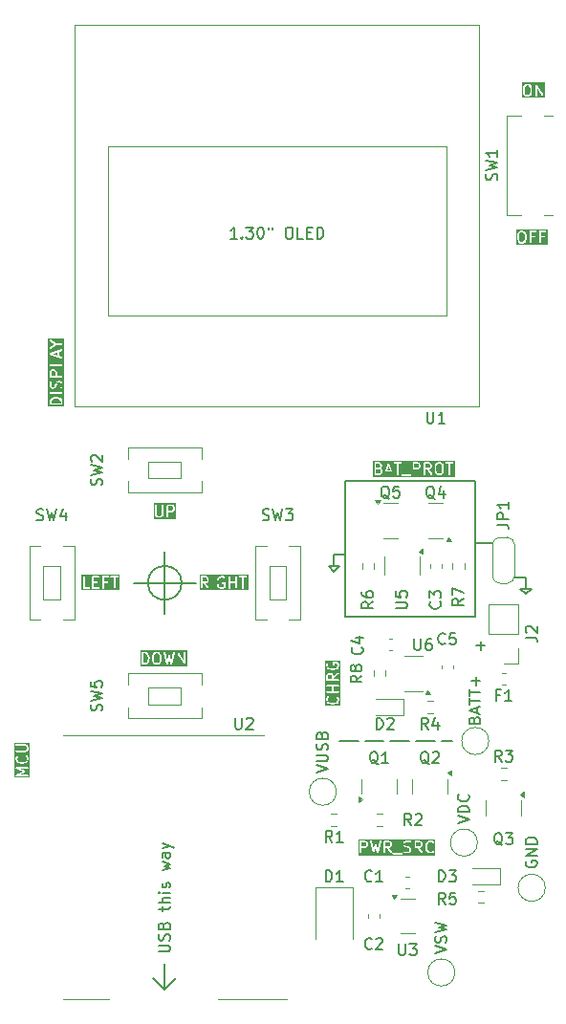
<source format=gbr>
%TF.GenerationSoftware,KiCad,Pcbnew,8.0.5*%
%TF.CreationDate,2024-11-21T22:32:41+00:00*%
%TF.ProjectId,spectrum-analyser,73706563-7472-4756-9d2d-616e616c7973,rev?*%
%TF.SameCoordinates,Original*%
%TF.FileFunction,Legend,Top*%
%TF.FilePolarity,Positive*%
%FSLAX46Y46*%
G04 Gerber Fmt 4.6, Leading zero omitted, Abs format (unit mm)*
G04 Created by KiCad (PCBNEW 8.0.5) date 2024-11-21 22:32:41*
%MOMM*%
%LPD*%
G01*
G04 APERTURE LIST*
%ADD10C,0.150000*%
%ADD11C,0.200000*%
%ADD12C,0.120000*%
%ADD13C,0.100000*%
G04 APERTURE END LIST*
D10*
X110000000Y-114250000D02*
X110000000Y-119750000D01*
X107250000Y-117000000D02*
X112750000Y-117000000D01*
X111500000Y-117000000D02*
G75*
G02*
X108500000Y-117000000I-1500000J0D01*
G01*
X108500000Y-117000000D02*
G75*
G02*
X111500000Y-117000000I1500000J0D01*
G01*
X110000000Y-153000000D02*
X111000000Y-152000000D01*
X126000000Y-108000000D02*
X137500000Y-108000000D01*
X137500000Y-120000000D01*
X126000000Y-120000000D01*
X126000000Y-108000000D01*
X125000000Y-114500000D02*
X126000000Y-114500000D01*
X125500000Y-131000000D02*
X127150000Y-131000000D01*
X127750000Y-131000000D02*
X129400000Y-131000000D01*
X130000000Y-131000000D02*
X131650000Y-131000000D01*
X132250000Y-131000000D02*
X133900000Y-131000000D01*
X134500000Y-131000000D02*
X135500000Y-131000000D01*
X142000000Y-116500000D02*
X142000000Y-117500000D01*
X142000000Y-116500000D02*
X141000000Y-116500000D01*
X125000000Y-116000000D02*
X124500000Y-115500000D01*
X125500000Y-115500000D01*
X125000000Y-116000000D01*
X110000000Y-153000000D02*
X109000000Y-152000000D01*
X137500000Y-113500000D02*
X139000000Y-113500000D01*
X110000000Y-153000000D02*
X110000000Y-150700000D01*
X142000000Y-118000000D02*
X141500000Y-117500000D01*
X142500000Y-117500000D01*
X142000000Y-118000000D01*
X125000000Y-115500000D02*
X125000000Y-114500000D01*
G36*
X142268542Y-72979077D02*
G01*
X142340484Y-73051019D01*
X142380826Y-73212386D01*
X142380826Y-73527251D01*
X142340484Y-73688617D01*
X142268541Y-73760561D01*
X142200026Y-73794819D01*
X142044960Y-73794819D01*
X141976444Y-73760561D01*
X141904501Y-73688617D01*
X141864160Y-73527251D01*
X141864160Y-73212386D01*
X141904501Y-73051019D01*
X141976444Y-72979077D01*
X142044960Y-72944819D01*
X142200026Y-72944819D01*
X142268542Y-72979077D01*
G37*
G36*
X143641937Y-74055930D02*
G01*
X141603049Y-74055930D01*
X141603049Y-73203152D01*
X141714160Y-73203152D01*
X141714160Y-73536485D01*
X141714411Y-73539038D01*
X141714249Y-73540131D01*
X141715058Y-73545604D01*
X141715601Y-73551117D01*
X141716023Y-73552138D01*
X141716399Y-73554675D01*
X141764018Y-73745151D01*
X141768965Y-73758997D01*
X141772284Y-73763476D01*
X141774418Y-73768628D01*
X141783746Y-73779994D01*
X141878984Y-73875233D01*
X141884734Y-73879953D01*
X141886033Y-73881450D01*
X141888287Y-73882869D01*
X141890349Y-73884561D01*
X141892181Y-73885319D01*
X141898476Y-73889282D01*
X141993714Y-73936901D01*
X142007445Y-73942156D01*
X142010134Y-73942347D01*
X142012623Y-73943378D01*
X142027255Y-73944819D01*
X142217731Y-73944819D01*
X142232363Y-73943378D01*
X142234852Y-73942346D01*
X142237540Y-73942156D01*
X142251272Y-73936901D01*
X142346510Y-73889282D01*
X142352809Y-73885317D01*
X142354637Y-73884560D01*
X142356693Y-73882871D01*
X142358953Y-73881450D01*
X142360252Y-73879951D01*
X142366002Y-73875233D01*
X142461241Y-73779993D01*
X142470568Y-73768628D01*
X142472701Y-73763476D01*
X142476021Y-73758997D01*
X142480968Y-73745151D01*
X142528587Y-73554675D01*
X142528962Y-73552138D01*
X142529385Y-73551117D01*
X142529927Y-73545604D01*
X142530737Y-73540131D01*
X142530574Y-73539038D01*
X142530826Y-73536485D01*
X142530826Y-73203152D01*
X142530574Y-73200598D01*
X142530737Y-73199506D01*
X142529927Y-73194032D01*
X142529385Y-73188520D01*
X142528962Y-73187498D01*
X142528587Y-73184962D01*
X142480968Y-72994486D01*
X142476021Y-72980640D01*
X142472702Y-72976161D01*
X142470568Y-72971008D01*
X142461240Y-72959643D01*
X142371416Y-72869819D01*
X142809398Y-72869819D01*
X142809398Y-73869819D01*
X142810839Y-73884451D01*
X142822038Y-73911487D01*
X142842730Y-73932179D01*
X142869766Y-73943378D01*
X142899030Y-73943378D01*
X142926066Y-73932179D01*
X142946758Y-73911487D01*
X142957957Y-73884451D01*
X142959398Y-73869819D01*
X142959398Y-73152235D01*
X143390708Y-73907030D01*
X143392897Y-73910114D01*
X143393466Y-73911487D01*
X143394863Y-73912884D01*
X143399218Y-73919019D01*
X143407106Y-73925127D01*
X143414158Y-73932179D01*
X143418576Y-73934009D01*
X143422356Y-73936936D01*
X143431977Y-73939560D01*
X143441194Y-73943378D01*
X143445975Y-73943378D01*
X143450587Y-73944636D01*
X143460484Y-73943378D01*
X143470458Y-73943378D01*
X143474873Y-73941548D01*
X143479617Y-73940946D01*
X143488281Y-73935995D01*
X143497494Y-73932179D01*
X143500872Y-73928800D01*
X143505026Y-73926427D01*
X143511135Y-73918537D01*
X143518186Y-73911487D01*
X143520015Y-73907070D01*
X143522943Y-73903290D01*
X143525567Y-73893666D01*
X143529385Y-73884451D01*
X143530121Y-73876968D01*
X143530643Y-73875058D01*
X143530455Y-73873582D01*
X143530826Y-73869819D01*
X143530826Y-72869819D01*
X143529385Y-72855187D01*
X143518186Y-72828151D01*
X143497494Y-72807459D01*
X143470458Y-72796260D01*
X143441194Y-72796260D01*
X143414158Y-72807459D01*
X143393466Y-72828151D01*
X143382267Y-72855187D01*
X143380826Y-72869819D01*
X143380826Y-73587402D01*
X142949516Y-72832609D01*
X142947327Y-72829525D01*
X142946758Y-72828151D01*
X142945358Y-72826751D01*
X142941006Y-72820619D01*
X142933116Y-72814509D01*
X142926066Y-72807459D01*
X142921649Y-72805629D01*
X142917869Y-72802702D01*
X142908245Y-72800077D01*
X142899030Y-72796260D01*
X142894249Y-72796260D01*
X142889637Y-72795002D01*
X142879740Y-72796260D01*
X142869766Y-72796260D01*
X142865350Y-72798089D01*
X142860607Y-72798692D01*
X142851942Y-72803642D01*
X142842730Y-72807459D01*
X142839351Y-72810837D01*
X142835198Y-72813211D01*
X142829088Y-72821100D01*
X142822038Y-72828151D01*
X142820208Y-72832567D01*
X142817281Y-72836348D01*
X142814656Y-72845971D01*
X142810839Y-72855187D01*
X142810102Y-72862669D01*
X142809581Y-72864580D01*
X142809768Y-72866055D01*
X142809398Y-72869819D01*
X142371416Y-72869819D01*
X142366002Y-72864405D01*
X142360252Y-72859686D01*
X142358953Y-72858188D01*
X142356693Y-72856766D01*
X142354637Y-72855078D01*
X142352809Y-72854320D01*
X142346510Y-72850356D01*
X142251272Y-72802737D01*
X142237540Y-72797482D01*
X142234852Y-72797291D01*
X142232363Y-72796260D01*
X142217731Y-72794819D01*
X142027255Y-72794819D01*
X142012623Y-72796260D01*
X142010134Y-72797290D01*
X142007445Y-72797482D01*
X141993714Y-72802737D01*
X141898476Y-72850356D01*
X141892181Y-72854318D01*
X141890349Y-72855077D01*
X141888287Y-72856768D01*
X141886033Y-72858188D01*
X141884734Y-72859684D01*
X141878984Y-72864405D01*
X141783746Y-72959643D01*
X141774419Y-72971008D01*
X141772285Y-72976158D01*
X141768965Y-72980640D01*
X141764018Y-72994486D01*
X141716399Y-73184962D01*
X141716023Y-73187498D01*
X141715601Y-73188520D01*
X141715058Y-73194032D01*
X141714249Y-73199506D01*
X141714411Y-73200598D01*
X141714160Y-73203152D01*
X141603049Y-73203152D01*
X141603049Y-72683708D01*
X143641937Y-72683708D01*
X143641937Y-74055930D01*
G37*
X142002438Y-141639411D02*
X141954819Y-141734649D01*
X141954819Y-141734649D02*
X141954819Y-141877506D01*
X141954819Y-141877506D02*
X142002438Y-142020363D01*
X142002438Y-142020363D02*
X142097676Y-142115601D01*
X142097676Y-142115601D02*
X142192914Y-142163220D01*
X142192914Y-142163220D02*
X142383390Y-142210839D01*
X142383390Y-142210839D02*
X142526247Y-142210839D01*
X142526247Y-142210839D02*
X142716723Y-142163220D01*
X142716723Y-142163220D02*
X142811961Y-142115601D01*
X142811961Y-142115601D02*
X142907200Y-142020363D01*
X142907200Y-142020363D02*
X142954819Y-141877506D01*
X142954819Y-141877506D02*
X142954819Y-141782268D01*
X142954819Y-141782268D02*
X142907200Y-141639411D01*
X142907200Y-141639411D02*
X142859580Y-141591792D01*
X142859580Y-141591792D02*
X142526247Y-141591792D01*
X142526247Y-141591792D02*
X142526247Y-141782268D01*
X142954819Y-141163220D02*
X141954819Y-141163220D01*
X141954819Y-141163220D02*
X142954819Y-140591792D01*
X142954819Y-140591792D02*
X141954819Y-140591792D01*
X142954819Y-140115601D02*
X141954819Y-140115601D01*
X141954819Y-140115601D02*
X141954819Y-139877506D01*
X141954819Y-139877506D02*
X142002438Y-139734649D01*
X142002438Y-139734649D02*
X142097676Y-139639411D01*
X142097676Y-139639411D02*
X142192914Y-139591792D01*
X142192914Y-139591792D02*
X142383390Y-139544173D01*
X142383390Y-139544173D02*
X142526247Y-139544173D01*
X142526247Y-139544173D02*
X142716723Y-139591792D01*
X142716723Y-139591792D02*
X142811961Y-139639411D01*
X142811961Y-139639411D02*
X142907200Y-139734649D01*
X142907200Y-139734649D02*
X142954819Y-139877506D01*
X142954819Y-139877506D02*
X142954819Y-140115601D01*
X123454819Y-133806077D02*
X124454819Y-133472744D01*
X124454819Y-133472744D02*
X123454819Y-133139411D01*
X123454819Y-132806077D02*
X124264342Y-132806077D01*
X124264342Y-132806077D02*
X124359580Y-132758458D01*
X124359580Y-132758458D02*
X124407200Y-132710839D01*
X124407200Y-132710839D02*
X124454819Y-132615601D01*
X124454819Y-132615601D02*
X124454819Y-132425125D01*
X124454819Y-132425125D02*
X124407200Y-132329887D01*
X124407200Y-132329887D02*
X124359580Y-132282268D01*
X124359580Y-132282268D02*
X124264342Y-132234649D01*
X124264342Y-132234649D02*
X123454819Y-132234649D01*
X124407200Y-131806077D02*
X124454819Y-131663220D01*
X124454819Y-131663220D02*
X124454819Y-131425125D01*
X124454819Y-131425125D02*
X124407200Y-131329887D01*
X124407200Y-131329887D02*
X124359580Y-131282268D01*
X124359580Y-131282268D02*
X124264342Y-131234649D01*
X124264342Y-131234649D02*
X124169104Y-131234649D01*
X124169104Y-131234649D02*
X124073866Y-131282268D01*
X124073866Y-131282268D02*
X124026247Y-131329887D01*
X124026247Y-131329887D02*
X123978628Y-131425125D01*
X123978628Y-131425125D02*
X123931009Y-131615601D01*
X123931009Y-131615601D02*
X123883390Y-131710839D01*
X123883390Y-131710839D02*
X123835771Y-131758458D01*
X123835771Y-131758458D02*
X123740533Y-131806077D01*
X123740533Y-131806077D02*
X123645295Y-131806077D01*
X123645295Y-131806077D02*
X123550057Y-131758458D01*
X123550057Y-131758458D02*
X123502438Y-131710839D01*
X123502438Y-131710839D02*
X123454819Y-131615601D01*
X123454819Y-131615601D02*
X123454819Y-131377506D01*
X123454819Y-131377506D02*
X123502438Y-131234649D01*
X123931009Y-130472744D02*
X123978628Y-130329887D01*
X123978628Y-130329887D02*
X124026247Y-130282268D01*
X124026247Y-130282268D02*
X124121485Y-130234649D01*
X124121485Y-130234649D02*
X124264342Y-130234649D01*
X124264342Y-130234649D02*
X124359580Y-130282268D01*
X124359580Y-130282268D02*
X124407200Y-130329887D01*
X124407200Y-130329887D02*
X124454819Y-130425125D01*
X124454819Y-130425125D02*
X124454819Y-130806077D01*
X124454819Y-130806077D02*
X123454819Y-130806077D01*
X123454819Y-130806077D02*
X123454819Y-130472744D01*
X123454819Y-130472744D02*
X123502438Y-130377506D01*
X123502438Y-130377506D02*
X123550057Y-130329887D01*
X123550057Y-130329887D02*
X123645295Y-130282268D01*
X123645295Y-130282268D02*
X123740533Y-130282268D01*
X123740533Y-130282268D02*
X123835771Y-130329887D01*
X123835771Y-130329887D02*
X123883390Y-130377506D01*
X123883390Y-130377506D02*
X123931009Y-130472744D01*
X123931009Y-130472744D02*
X123931009Y-130806077D01*
X133954819Y-149806077D02*
X134954819Y-149472744D01*
X134954819Y-149472744D02*
X133954819Y-149139411D01*
X134907200Y-148853696D02*
X134954819Y-148710839D01*
X134954819Y-148710839D02*
X134954819Y-148472744D01*
X134954819Y-148472744D02*
X134907200Y-148377506D01*
X134907200Y-148377506D02*
X134859580Y-148329887D01*
X134859580Y-148329887D02*
X134764342Y-148282268D01*
X134764342Y-148282268D02*
X134669104Y-148282268D01*
X134669104Y-148282268D02*
X134573866Y-148329887D01*
X134573866Y-148329887D02*
X134526247Y-148377506D01*
X134526247Y-148377506D02*
X134478628Y-148472744D01*
X134478628Y-148472744D02*
X134431009Y-148663220D01*
X134431009Y-148663220D02*
X134383390Y-148758458D01*
X134383390Y-148758458D02*
X134335771Y-148806077D01*
X134335771Y-148806077D02*
X134240533Y-148853696D01*
X134240533Y-148853696D02*
X134145295Y-148853696D01*
X134145295Y-148853696D02*
X134050057Y-148806077D01*
X134050057Y-148806077D02*
X134002438Y-148758458D01*
X134002438Y-148758458D02*
X133954819Y-148663220D01*
X133954819Y-148663220D02*
X133954819Y-148425125D01*
X133954819Y-148425125D02*
X134002438Y-148282268D01*
X133954819Y-147948934D02*
X134954819Y-147710839D01*
X134954819Y-147710839D02*
X134240533Y-147520363D01*
X134240533Y-147520363D02*
X134954819Y-147329887D01*
X134954819Y-147329887D02*
X133954819Y-147091792D01*
X109454819Y-149663220D02*
X110264342Y-149663220D01*
X110264342Y-149663220D02*
X110359580Y-149615601D01*
X110359580Y-149615601D02*
X110407200Y-149567982D01*
X110407200Y-149567982D02*
X110454819Y-149472744D01*
X110454819Y-149472744D02*
X110454819Y-149282268D01*
X110454819Y-149282268D02*
X110407200Y-149187030D01*
X110407200Y-149187030D02*
X110359580Y-149139411D01*
X110359580Y-149139411D02*
X110264342Y-149091792D01*
X110264342Y-149091792D02*
X109454819Y-149091792D01*
X110407200Y-148663220D02*
X110454819Y-148520363D01*
X110454819Y-148520363D02*
X110454819Y-148282268D01*
X110454819Y-148282268D02*
X110407200Y-148187030D01*
X110407200Y-148187030D02*
X110359580Y-148139411D01*
X110359580Y-148139411D02*
X110264342Y-148091792D01*
X110264342Y-148091792D02*
X110169104Y-148091792D01*
X110169104Y-148091792D02*
X110073866Y-148139411D01*
X110073866Y-148139411D02*
X110026247Y-148187030D01*
X110026247Y-148187030D02*
X109978628Y-148282268D01*
X109978628Y-148282268D02*
X109931009Y-148472744D01*
X109931009Y-148472744D02*
X109883390Y-148567982D01*
X109883390Y-148567982D02*
X109835771Y-148615601D01*
X109835771Y-148615601D02*
X109740533Y-148663220D01*
X109740533Y-148663220D02*
X109645295Y-148663220D01*
X109645295Y-148663220D02*
X109550057Y-148615601D01*
X109550057Y-148615601D02*
X109502438Y-148567982D01*
X109502438Y-148567982D02*
X109454819Y-148472744D01*
X109454819Y-148472744D02*
X109454819Y-148234649D01*
X109454819Y-148234649D02*
X109502438Y-148091792D01*
X109931009Y-147329887D02*
X109978628Y-147187030D01*
X109978628Y-147187030D02*
X110026247Y-147139411D01*
X110026247Y-147139411D02*
X110121485Y-147091792D01*
X110121485Y-147091792D02*
X110264342Y-147091792D01*
X110264342Y-147091792D02*
X110359580Y-147139411D01*
X110359580Y-147139411D02*
X110407200Y-147187030D01*
X110407200Y-147187030D02*
X110454819Y-147282268D01*
X110454819Y-147282268D02*
X110454819Y-147663220D01*
X110454819Y-147663220D02*
X109454819Y-147663220D01*
X109454819Y-147663220D02*
X109454819Y-147329887D01*
X109454819Y-147329887D02*
X109502438Y-147234649D01*
X109502438Y-147234649D02*
X109550057Y-147187030D01*
X109550057Y-147187030D02*
X109645295Y-147139411D01*
X109645295Y-147139411D02*
X109740533Y-147139411D01*
X109740533Y-147139411D02*
X109835771Y-147187030D01*
X109835771Y-147187030D02*
X109883390Y-147234649D01*
X109883390Y-147234649D02*
X109931009Y-147329887D01*
X109931009Y-147329887D02*
X109931009Y-147663220D01*
X109788152Y-146044172D02*
X109788152Y-145663220D01*
X109454819Y-145901315D02*
X110311961Y-145901315D01*
X110311961Y-145901315D02*
X110407200Y-145853696D01*
X110407200Y-145853696D02*
X110454819Y-145758458D01*
X110454819Y-145758458D02*
X110454819Y-145663220D01*
X110454819Y-145329886D02*
X109454819Y-145329886D01*
X110454819Y-144901315D02*
X109931009Y-144901315D01*
X109931009Y-144901315D02*
X109835771Y-144948934D01*
X109835771Y-144948934D02*
X109788152Y-145044172D01*
X109788152Y-145044172D02*
X109788152Y-145187029D01*
X109788152Y-145187029D02*
X109835771Y-145282267D01*
X109835771Y-145282267D02*
X109883390Y-145329886D01*
X110454819Y-144425124D02*
X109788152Y-144425124D01*
X109454819Y-144425124D02*
X109502438Y-144472743D01*
X109502438Y-144472743D02*
X109550057Y-144425124D01*
X109550057Y-144425124D02*
X109502438Y-144377505D01*
X109502438Y-144377505D02*
X109454819Y-144425124D01*
X109454819Y-144425124D02*
X109550057Y-144425124D01*
X110407200Y-143996553D02*
X110454819Y-143901315D01*
X110454819Y-143901315D02*
X110454819Y-143710839D01*
X110454819Y-143710839D02*
X110407200Y-143615601D01*
X110407200Y-143615601D02*
X110311961Y-143567982D01*
X110311961Y-143567982D02*
X110264342Y-143567982D01*
X110264342Y-143567982D02*
X110169104Y-143615601D01*
X110169104Y-143615601D02*
X110121485Y-143710839D01*
X110121485Y-143710839D02*
X110121485Y-143853696D01*
X110121485Y-143853696D02*
X110073866Y-143948934D01*
X110073866Y-143948934D02*
X109978628Y-143996553D01*
X109978628Y-143996553D02*
X109931009Y-143996553D01*
X109931009Y-143996553D02*
X109835771Y-143948934D01*
X109835771Y-143948934D02*
X109788152Y-143853696D01*
X109788152Y-143853696D02*
X109788152Y-143710839D01*
X109788152Y-143710839D02*
X109835771Y-143615601D01*
X109788152Y-142472743D02*
X110454819Y-142282267D01*
X110454819Y-142282267D02*
X109978628Y-142091791D01*
X109978628Y-142091791D02*
X110454819Y-141901315D01*
X110454819Y-141901315D02*
X109788152Y-141710839D01*
X110454819Y-140901315D02*
X109931009Y-140901315D01*
X109931009Y-140901315D02*
X109835771Y-140948934D01*
X109835771Y-140948934D02*
X109788152Y-141044172D01*
X109788152Y-141044172D02*
X109788152Y-141234648D01*
X109788152Y-141234648D02*
X109835771Y-141329886D01*
X110407200Y-140901315D02*
X110454819Y-140996553D01*
X110454819Y-140996553D02*
X110454819Y-141234648D01*
X110454819Y-141234648D02*
X110407200Y-141329886D01*
X110407200Y-141329886D02*
X110311961Y-141377505D01*
X110311961Y-141377505D02*
X110216723Y-141377505D01*
X110216723Y-141377505D02*
X110121485Y-141329886D01*
X110121485Y-141329886D02*
X110073866Y-141234648D01*
X110073866Y-141234648D02*
X110073866Y-140996553D01*
X110073866Y-140996553D02*
X110026247Y-140901315D01*
X109788152Y-140520362D02*
X110454819Y-140282267D01*
X109788152Y-140044172D02*
X110454819Y-140282267D01*
X110454819Y-140282267D02*
X110692914Y-140377505D01*
X110692914Y-140377505D02*
X110740533Y-140425124D01*
X110740533Y-140425124D02*
X110788152Y-140520362D01*
G36*
X100605547Y-100710175D02*
G01*
X100682534Y-100748669D01*
X100756648Y-100822782D01*
X100794819Y-100937295D01*
X100794819Y-101088220D01*
X99944819Y-101088220D01*
X99944819Y-100937295D01*
X99982990Y-100822781D01*
X100057103Y-100748669D01*
X100134090Y-100710175D01*
X100307624Y-100666792D01*
X100432013Y-100666792D01*
X100605547Y-100710175D01*
G37*
G36*
X100253963Y-98272479D02*
G01*
X100284370Y-98302886D01*
X100318628Y-98371402D01*
X100318628Y-98659649D01*
X99944819Y-98659649D01*
X99944819Y-98371402D01*
X99979077Y-98302886D01*
X100009484Y-98272479D01*
X100078000Y-98238221D01*
X100185447Y-98238221D01*
X100253963Y-98272479D01*
G37*
G36*
X100509104Y-96868687D02*
G01*
X100106989Y-96734649D01*
X100509104Y-96600610D01*
X100509104Y-96868687D01*
G37*
G36*
X101055930Y-101349331D02*
G01*
X99683708Y-101349331D01*
X99683708Y-100925125D01*
X99794819Y-100925125D01*
X99794819Y-101163220D01*
X99796260Y-101177852D01*
X99807459Y-101204888D01*
X99828151Y-101225580D01*
X99855187Y-101236779D01*
X99869819Y-101238220D01*
X100869819Y-101238220D01*
X100884451Y-101236779D01*
X100911487Y-101225580D01*
X100932179Y-101204888D01*
X100943378Y-101177852D01*
X100944819Y-101163220D01*
X100944819Y-100925125D01*
X100944089Y-100917718D01*
X100944230Y-100915744D01*
X100943639Y-100913146D01*
X100943378Y-100910493D01*
X100942619Y-100908662D01*
X100940970Y-100901407D01*
X100893351Y-100758551D01*
X100887357Y-100745125D01*
X100885592Y-100743090D01*
X100884561Y-100740600D01*
X100875233Y-100729235D01*
X100779994Y-100633997D01*
X100774244Y-100629278D01*
X100772945Y-100627780D01*
X100770686Y-100626358D01*
X100768628Y-100624669D01*
X100766798Y-100623911D01*
X100760502Y-100619948D01*
X100665264Y-100572329D01*
X100664194Y-100571919D01*
X100663759Y-100571597D01*
X100657613Y-100569401D01*
X100651532Y-100567074D01*
X100650992Y-100567035D01*
X100649913Y-100566650D01*
X100459437Y-100519031D01*
X100456900Y-100518655D01*
X100455879Y-100518233D01*
X100450366Y-100517690D01*
X100444893Y-100516881D01*
X100443800Y-100517043D01*
X100441247Y-100516792D01*
X100298390Y-100516792D01*
X100295836Y-100517043D01*
X100294744Y-100516881D01*
X100289270Y-100517690D01*
X100283758Y-100518233D01*
X100282736Y-100518655D01*
X100280200Y-100519031D01*
X100089724Y-100566650D01*
X100088644Y-100567035D01*
X100088104Y-100567074D01*
X100082014Y-100569404D01*
X100075878Y-100571597D01*
X100075442Y-100571919D01*
X100074373Y-100572329D01*
X99979135Y-100619948D01*
X99972840Y-100623910D01*
X99971008Y-100624669D01*
X99968946Y-100626360D01*
X99966692Y-100627780D01*
X99965393Y-100629276D01*
X99959643Y-100633997D01*
X99864405Y-100729235D01*
X99855078Y-100740600D01*
X99854046Y-100743090D01*
X99852281Y-100745126D01*
X99846287Y-100758551D01*
X99798668Y-100901408D01*
X99797018Y-100908661D01*
X99796260Y-100910493D01*
X99795998Y-100913147D01*
X99795408Y-100915745D01*
X99795548Y-100917719D01*
X99794819Y-100925125D01*
X99683708Y-100925125D01*
X99683708Y-100148588D01*
X99796260Y-100148588D01*
X99796260Y-100177852D01*
X99807459Y-100204888D01*
X99828151Y-100225580D01*
X99855187Y-100236779D01*
X99869819Y-100238220D01*
X100869819Y-100238220D01*
X100884451Y-100236779D01*
X100911487Y-100225580D01*
X100932179Y-100204888D01*
X100943378Y-100177852D01*
X100943378Y-100148588D01*
X100932179Y-100121552D01*
X100911487Y-100100860D01*
X100884451Y-100089661D01*
X100869819Y-100088220D01*
X99869819Y-100088220D01*
X99855187Y-100089661D01*
X99828151Y-100100860D01*
X99807459Y-100121552D01*
X99796260Y-100148588D01*
X99683708Y-100148588D01*
X99683708Y-99306078D01*
X99794819Y-99306078D01*
X99794819Y-99544173D01*
X99796260Y-99558805D01*
X99797291Y-99561294D01*
X99797482Y-99563982D01*
X99802737Y-99577714D01*
X99850356Y-99672952D01*
X99854320Y-99679251D01*
X99855078Y-99681079D01*
X99856766Y-99683135D01*
X99858188Y-99685395D01*
X99859686Y-99686694D01*
X99864405Y-99692444D01*
X99912024Y-99740063D01*
X99917773Y-99744781D01*
X99919073Y-99746280D01*
X99921332Y-99747701D01*
X99923389Y-99749390D01*
X99925216Y-99750147D01*
X99931516Y-99754112D01*
X100026754Y-99801731D01*
X100040485Y-99806986D01*
X100043174Y-99807177D01*
X100045663Y-99808208D01*
X100060295Y-99809649D01*
X100155533Y-99809649D01*
X100170165Y-99808208D01*
X100172654Y-99807176D01*
X100175342Y-99806986D01*
X100189074Y-99801731D01*
X100284312Y-99754112D01*
X100290611Y-99750147D01*
X100292439Y-99749390D01*
X100294495Y-99747701D01*
X100296755Y-99746280D01*
X100298054Y-99744781D01*
X100303804Y-99740063D01*
X100351423Y-99692444D01*
X100356141Y-99686694D01*
X100357640Y-99685395D01*
X100359061Y-99683135D01*
X100360750Y-99681079D01*
X100361507Y-99679251D01*
X100365472Y-99672952D01*
X100413091Y-99577714D01*
X100413500Y-99576644D01*
X100413823Y-99576209D01*
X100416015Y-99570072D01*
X100418346Y-99563983D01*
X100418384Y-99563442D01*
X100418770Y-99562363D01*
X100464392Y-99379873D01*
X100502886Y-99302886D01*
X100533293Y-99272479D01*
X100601809Y-99238221D01*
X100661637Y-99238221D01*
X100730153Y-99272479D01*
X100760561Y-99302886D01*
X100794819Y-99371402D01*
X100794819Y-99579622D01*
X100751049Y-99710932D01*
X100747789Y-99725269D01*
X100749864Y-99754459D01*
X100762950Y-99780632D01*
X100785057Y-99799806D01*
X100812820Y-99809060D01*
X100842010Y-99806985D01*
X100868183Y-99793899D01*
X100887357Y-99771792D01*
X100893351Y-99758366D01*
X100940970Y-99615510D01*
X100942619Y-99608254D01*
X100943378Y-99606424D01*
X100943639Y-99603770D01*
X100944230Y-99601173D01*
X100944089Y-99599198D01*
X100944819Y-99591792D01*
X100944819Y-99353697D01*
X100943378Y-99339065D01*
X100942347Y-99336576D01*
X100942156Y-99333887D01*
X100936901Y-99320156D01*
X100889282Y-99224918D01*
X100885317Y-99218618D01*
X100884560Y-99216791D01*
X100882872Y-99214734D01*
X100881450Y-99212475D01*
X100879950Y-99211174D01*
X100875232Y-99205425D01*
X100827612Y-99157806D01*
X100821863Y-99153088D01*
X100820564Y-99151590D01*
X100818305Y-99150168D01*
X100816247Y-99148479D01*
X100814417Y-99147721D01*
X100808121Y-99143758D01*
X100712883Y-99096139D01*
X100699151Y-99090884D01*
X100696463Y-99090693D01*
X100693974Y-99089662D01*
X100679342Y-99088221D01*
X100584104Y-99088221D01*
X100569472Y-99089662D01*
X100566983Y-99090692D01*
X100564294Y-99090884D01*
X100550563Y-99096139D01*
X100455325Y-99143758D01*
X100449025Y-99147722D01*
X100447198Y-99148480D01*
X100445141Y-99150168D01*
X100442882Y-99151590D01*
X100441582Y-99153088D01*
X100435833Y-99157807D01*
X100388214Y-99205426D01*
X100383495Y-99211175D01*
X100381997Y-99212475D01*
X100380575Y-99214734D01*
X100378887Y-99216791D01*
X100378129Y-99218618D01*
X100374165Y-99224918D01*
X100326546Y-99320156D01*
X100326136Y-99321225D01*
X100325814Y-99321661D01*
X100323618Y-99327806D01*
X100321291Y-99333888D01*
X100321252Y-99334427D01*
X100320867Y-99335507D01*
X100275244Y-99517997D01*
X100236751Y-99594984D01*
X100206344Y-99625391D01*
X100137828Y-99659649D01*
X100078000Y-99659649D01*
X100009484Y-99625391D01*
X99979077Y-99594984D01*
X99944819Y-99526468D01*
X99944819Y-99318248D01*
X99988589Y-99186939D01*
X99991849Y-99172602D01*
X99989774Y-99143412D01*
X99976688Y-99117238D01*
X99954580Y-99098064D01*
X99926818Y-99088810D01*
X99897628Y-99090885D01*
X99871455Y-99103972D01*
X99852281Y-99126079D01*
X99846287Y-99139504D01*
X99798668Y-99282361D01*
X99797018Y-99289614D01*
X99796260Y-99291446D01*
X99795998Y-99294100D01*
X99795408Y-99296698D01*
X99795548Y-99298672D01*
X99794819Y-99306078D01*
X99683708Y-99306078D01*
X99683708Y-98353697D01*
X99794819Y-98353697D01*
X99794819Y-98734649D01*
X99796260Y-98749281D01*
X99807459Y-98776317D01*
X99828151Y-98797009D01*
X99855187Y-98808208D01*
X99869819Y-98809649D01*
X100869819Y-98809649D01*
X100884451Y-98808208D01*
X100911487Y-98797009D01*
X100932179Y-98776317D01*
X100943378Y-98749281D01*
X100943378Y-98720017D01*
X100932179Y-98692981D01*
X100911487Y-98672289D01*
X100884451Y-98661090D01*
X100869819Y-98659649D01*
X100468628Y-98659649D01*
X100468628Y-98353697D01*
X100467187Y-98339065D01*
X100466156Y-98336576D01*
X100465965Y-98333887D01*
X100460710Y-98320156D01*
X100413091Y-98224918D01*
X100409126Y-98218618D01*
X100408369Y-98216791D01*
X100406680Y-98214734D01*
X100405259Y-98212475D01*
X100403760Y-98211175D01*
X100399042Y-98205426D01*
X100351423Y-98157807D01*
X100345673Y-98153088D01*
X100344374Y-98151590D01*
X100342114Y-98150168D01*
X100340058Y-98148480D01*
X100338230Y-98147722D01*
X100331931Y-98143758D01*
X100236693Y-98096139D01*
X100222961Y-98090884D01*
X100220273Y-98090693D01*
X100217784Y-98089662D01*
X100203152Y-98088221D01*
X100060295Y-98088221D01*
X100045663Y-98089662D01*
X100043174Y-98090692D01*
X100040485Y-98090884D01*
X100026754Y-98096139D01*
X99931516Y-98143758D01*
X99925216Y-98147722D01*
X99923389Y-98148480D01*
X99921332Y-98150168D01*
X99919073Y-98151590D01*
X99917773Y-98153088D01*
X99912024Y-98157807D01*
X99864405Y-98205426D01*
X99859686Y-98211175D01*
X99858188Y-98212475D01*
X99856766Y-98214734D01*
X99855078Y-98216791D01*
X99854320Y-98218618D01*
X99850356Y-98224918D01*
X99802737Y-98320156D01*
X99797482Y-98333888D01*
X99797291Y-98336575D01*
X99796260Y-98339065D01*
X99794819Y-98353697D01*
X99683708Y-98353697D01*
X99683708Y-97720017D01*
X99796260Y-97720017D01*
X99796260Y-97749281D01*
X99807459Y-97776317D01*
X99828151Y-97797009D01*
X99855187Y-97808208D01*
X99869819Y-97809649D01*
X100869819Y-97809649D01*
X100884451Y-97808208D01*
X100911487Y-97797009D01*
X100932179Y-97776317D01*
X100943378Y-97749281D01*
X100944819Y-97734649D01*
X100944819Y-97258459D01*
X100943378Y-97243827D01*
X100932179Y-97216791D01*
X100911487Y-97196099D01*
X100884451Y-97184900D01*
X100855187Y-97184900D01*
X100828151Y-97196099D01*
X100807459Y-97216791D01*
X100796260Y-97243827D01*
X100794819Y-97258459D01*
X100794819Y-97659649D01*
X99869819Y-97659649D01*
X99855187Y-97661090D01*
X99828151Y-97672289D01*
X99807459Y-97692981D01*
X99796260Y-97720017D01*
X99683708Y-97720017D01*
X99683708Y-96725269D01*
X99795408Y-96725269D01*
X99796074Y-96734649D01*
X99795408Y-96744029D01*
X99797103Y-96749114D01*
X99797483Y-96754459D01*
X99801687Y-96762868D01*
X99804662Y-96771792D01*
X99808173Y-96775840D01*
X99810569Y-96780632D01*
X99817673Y-96786794D01*
X99823836Y-96793899D01*
X99828627Y-96796294D01*
X99832676Y-96799806D01*
X99846102Y-96805800D01*
X100846102Y-97139133D01*
X100860438Y-97142393D01*
X100889628Y-97140318D01*
X100915802Y-97127232D01*
X100934976Y-97105124D01*
X100944230Y-97077362D01*
X100942155Y-97048172D01*
X100929068Y-97021999D01*
X100906961Y-97002825D01*
X100893536Y-96996831D01*
X100659104Y-96918687D01*
X100659104Y-96550610D01*
X100893536Y-96472467D01*
X100906961Y-96466473D01*
X100929068Y-96447299D01*
X100942155Y-96421126D01*
X100944230Y-96391936D01*
X100934976Y-96364174D01*
X100915802Y-96342066D01*
X100889628Y-96328980D01*
X100860438Y-96326905D01*
X100846102Y-96330165D01*
X99846102Y-96663498D01*
X99832676Y-96669492D01*
X99828627Y-96673003D01*
X99823836Y-96675399D01*
X99817673Y-96682503D01*
X99810569Y-96688666D01*
X99808173Y-96693457D01*
X99804662Y-96697506D01*
X99801687Y-96706429D01*
X99797483Y-96714839D01*
X99797103Y-96720183D01*
X99795408Y-96725269D01*
X99683708Y-96725269D01*
X99683708Y-95545847D01*
X99794838Y-95545847D01*
X99801186Y-95574413D01*
X99817983Y-95598376D01*
X99829553Y-95607448D01*
X100253930Y-95877506D01*
X99829553Y-96147564D01*
X99817983Y-96156636D01*
X99801186Y-96180599D01*
X99794838Y-96209165D01*
X99799905Y-96237987D01*
X99815616Y-96262675D01*
X99839579Y-96279472D01*
X99868145Y-96285820D01*
X99896967Y-96280753D01*
X99910085Y-96274114D01*
X100415469Y-95952506D01*
X100869819Y-95952506D01*
X100884451Y-95951065D01*
X100911487Y-95939866D01*
X100932179Y-95919174D01*
X100943378Y-95892138D01*
X100943378Y-95862874D01*
X100932179Y-95835838D01*
X100911487Y-95815146D01*
X100884451Y-95803947D01*
X100869819Y-95802506D01*
X100415469Y-95802506D01*
X99910085Y-95480898D01*
X99896967Y-95474259D01*
X99868145Y-95469192D01*
X99839579Y-95475540D01*
X99815616Y-95492337D01*
X99799905Y-95517025D01*
X99794838Y-95545847D01*
X99683708Y-95545847D01*
X99683708Y-95358081D01*
X101055930Y-95358081D01*
X101055930Y-101349331D01*
G37*
G36*
X98055930Y-134237175D02*
G01*
X96683708Y-134237175D01*
X96683708Y-133395786D01*
X96795689Y-133395786D01*
X96796260Y-133397356D01*
X96796260Y-133399030D01*
X96801241Y-133411056D01*
X96805689Y-133423287D01*
X96806818Y-133424520D01*
X96807459Y-133426066D01*
X96816664Y-133435271D01*
X96825453Y-133444868D01*
X96827435Y-133446042D01*
X96828151Y-133446758D01*
X96829787Y-133447436D01*
X96838103Y-133452362D01*
X97406750Y-133717731D01*
X96838103Y-133983100D01*
X96829787Y-133988025D01*
X96828151Y-133988704D01*
X96827435Y-133989419D01*
X96825453Y-133990594D01*
X96816664Y-134000190D01*
X96807459Y-134009396D01*
X96806818Y-134010941D01*
X96805689Y-134012175D01*
X96801241Y-134024405D01*
X96796260Y-134036432D01*
X96796260Y-134038105D01*
X96795689Y-134039676D01*
X96796260Y-134052677D01*
X96796260Y-134065696D01*
X96796899Y-134067240D01*
X96796973Y-134068912D01*
X96802479Y-134080710D01*
X96807459Y-134092732D01*
X96808641Y-134093914D01*
X96809349Y-134095430D01*
X96818945Y-134104218D01*
X96828151Y-134113424D01*
X96829696Y-134114064D01*
X96830930Y-134115194D01*
X96843160Y-134119641D01*
X96855187Y-134124623D01*
X96857482Y-134124849D01*
X96858431Y-134125194D01*
X96860197Y-134125116D01*
X96869819Y-134126064D01*
X97869819Y-134126064D01*
X97884451Y-134124623D01*
X97911487Y-134113424D01*
X97932179Y-134092732D01*
X97943378Y-134065696D01*
X97943378Y-134036432D01*
X97932179Y-134009396D01*
X97911487Y-133988704D01*
X97884451Y-133977505D01*
X97869819Y-133976064D01*
X97207887Y-133976064D01*
X97615821Y-133785695D01*
X97621180Y-133782520D01*
X97622993Y-133781861D01*
X97624275Y-133780686D01*
X97628471Y-133778201D01*
X97636168Y-133769795D01*
X97644575Y-133762097D01*
X97645984Y-133759076D01*
X97648234Y-133756620D01*
X97652128Y-133745910D01*
X97656950Y-133735579D01*
X97657096Y-133732250D01*
X97658235Y-133729119D01*
X97657734Y-133717731D01*
X97658235Y-133706343D01*
X97657096Y-133703211D01*
X97656950Y-133699883D01*
X97652128Y-133689551D01*
X97648234Y-133678842D01*
X97645984Y-133676385D01*
X97644575Y-133673365D01*
X97636168Y-133665666D01*
X97628471Y-133657261D01*
X97624275Y-133654775D01*
X97622993Y-133653601D01*
X97621180Y-133652941D01*
X97615821Y-133649767D01*
X97207887Y-133459398D01*
X97869819Y-133459398D01*
X97884451Y-133457957D01*
X97911487Y-133446758D01*
X97932179Y-133426066D01*
X97943378Y-133399030D01*
X97943378Y-133369766D01*
X97932179Y-133342730D01*
X97911487Y-133322038D01*
X97884451Y-133310839D01*
X97869819Y-133309398D01*
X96869819Y-133309398D01*
X96860197Y-133310345D01*
X96858431Y-133310268D01*
X96857482Y-133310612D01*
X96855187Y-133310839D01*
X96843160Y-133315820D01*
X96830930Y-133320268D01*
X96829696Y-133321397D01*
X96828151Y-133322038D01*
X96818945Y-133331243D01*
X96809349Y-133340032D01*
X96808641Y-133341547D01*
X96807459Y-133342730D01*
X96802479Y-133354751D01*
X96796973Y-133366550D01*
X96796899Y-133368221D01*
X96796260Y-133369766D01*
X96796260Y-133382784D01*
X96795689Y-133395786D01*
X96683708Y-133395786D01*
X96683708Y-132527255D01*
X96794819Y-132527255D01*
X96794819Y-132622493D01*
X96795548Y-132629898D01*
X96795408Y-132631873D01*
X96795998Y-132634470D01*
X96796260Y-132637125D01*
X96797018Y-132638956D01*
X96798668Y-132646210D01*
X96846287Y-132789067D01*
X96852281Y-132802492D01*
X96854046Y-132804527D01*
X96855078Y-132807018D01*
X96864405Y-132818383D01*
X96959643Y-132913621D01*
X96965393Y-132918341D01*
X96966692Y-132919838D01*
X96968946Y-132921257D01*
X96971008Y-132922949D01*
X96972840Y-132923707D01*
X96979135Y-132927670D01*
X97074373Y-132975289D01*
X97075442Y-132975698D01*
X97075878Y-132976021D01*
X97082014Y-132978213D01*
X97088104Y-132980544D01*
X97088644Y-132980582D01*
X97089724Y-132980968D01*
X97280200Y-133028587D01*
X97282736Y-133028962D01*
X97283758Y-133029385D01*
X97289270Y-133029927D01*
X97294744Y-133030737D01*
X97295836Y-133030574D01*
X97298390Y-133030826D01*
X97441247Y-133030826D01*
X97443800Y-133030574D01*
X97444893Y-133030737D01*
X97450366Y-133029927D01*
X97455879Y-133029385D01*
X97456900Y-133028962D01*
X97459437Y-133028587D01*
X97649913Y-132980968D01*
X97650992Y-132980582D01*
X97651532Y-132980544D01*
X97657613Y-132978216D01*
X97663759Y-132976021D01*
X97664194Y-132975698D01*
X97665264Y-132975289D01*
X97760502Y-132927670D01*
X97766798Y-132923706D01*
X97768628Y-132922949D01*
X97770686Y-132921259D01*
X97772945Y-132919838D01*
X97774244Y-132918339D01*
X97779994Y-132913621D01*
X97875233Y-132818383D01*
X97884561Y-132807018D01*
X97885592Y-132804527D01*
X97887357Y-132802493D01*
X97893351Y-132789067D01*
X97940970Y-132646211D01*
X97942619Y-132638955D01*
X97943378Y-132637125D01*
X97943639Y-132634471D01*
X97944230Y-132631874D01*
X97944089Y-132629899D01*
X97944819Y-132622493D01*
X97944819Y-132527255D01*
X97944089Y-132519848D01*
X97944230Y-132517874D01*
X97943639Y-132515276D01*
X97943378Y-132512623D01*
X97942619Y-132510792D01*
X97940970Y-132503537D01*
X97893351Y-132360681D01*
X97887357Y-132347255D01*
X97885590Y-132345218D01*
X97884560Y-132342730D01*
X97875232Y-132331364D01*
X97827612Y-132283745D01*
X97816247Y-132274418D01*
X97789211Y-132263220D01*
X97759948Y-132263220D01*
X97732912Y-132274419D01*
X97712219Y-132295112D01*
X97701021Y-132322148D01*
X97701021Y-132351411D01*
X97712220Y-132378447D01*
X97721548Y-132389813D01*
X97756648Y-132424912D01*
X97794819Y-132539425D01*
X97794819Y-132610323D01*
X97756648Y-132724835D01*
X97682534Y-132798948D01*
X97605547Y-132837442D01*
X97432013Y-132880826D01*
X97307624Y-132880826D01*
X97134090Y-132837442D01*
X97057103Y-132798949D01*
X96982990Y-132724836D01*
X96944819Y-132610322D01*
X96944819Y-132539425D01*
X96982990Y-132424911D01*
X97018090Y-132389812D01*
X97027417Y-132378447D01*
X97038616Y-132351411D01*
X97038616Y-132322148D01*
X97027417Y-132295112D01*
X97006724Y-132274419D01*
X96979688Y-132263220D01*
X96950425Y-132263220D01*
X96923389Y-132274419D01*
X96912024Y-132283746D01*
X96864405Y-132331365D01*
X96855078Y-132342730D01*
X96854046Y-132345220D01*
X96852281Y-132347256D01*
X96846287Y-132360681D01*
X96798668Y-132503538D01*
X96797018Y-132510791D01*
X96796260Y-132512623D01*
X96795998Y-132515277D01*
X96795408Y-132517875D01*
X96795548Y-132519849D01*
X96794819Y-132527255D01*
X96683708Y-132527255D01*
X96683708Y-131322147D01*
X96796260Y-131322147D01*
X96796260Y-131351411D01*
X96807459Y-131378447D01*
X96828151Y-131399139D01*
X96855187Y-131410338D01*
X96869819Y-131411779D01*
X97661637Y-131411779D01*
X97730153Y-131446037D01*
X97760561Y-131476444D01*
X97794819Y-131544960D01*
X97794819Y-131700026D01*
X97760561Y-131768541D01*
X97730153Y-131798948D01*
X97661637Y-131833207D01*
X96869819Y-131833207D01*
X96855187Y-131834648D01*
X96828151Y-131845847D01*
X96807459Y-131866539D01*
X96796260Y-131893575D01*
X96796260Y-131922839D01*
X96807459Y-131949875D01*
X96828151Y-131970567D01*
X96855187Y-131981766D01*
X96869819Y-131983207D01*
X97679342Y-131983207D01*
X97693974Y-131981766D01*
X97696463Y-131980734D01*
X97699151Y-131980544D01*
X97712883Y-131975289D01*
X97808121Y-131927670D01*
X97814417Y-131923706D01*
X97816247Y-131922949D01*
X97818305Y-131921259D01*
X97820564Y-131919838D01*
X97821863Y-131918339D01*
X97827612Y-131913622D01*
X97875232Y-131866003D01*
X97879950Y-131860253D01*
X97881450Y-131858953D01*
X97882872Y-131856693D01*
X97884560Y-131854637D01*
X97885317Y-131852809D01*
X97889282Y-131846510D01*
X97936901Y-131751272D01*
X97942156Y-131737541D01*
X97942347Y-131734851D01*
X97943378Y-131732363D01*
X97944819Y-131717731D01*
X97944819Y-131527255D01*
X97943378Y-131512623D01*
X97942347Y-131510134D01*
X97942156Y-131507445D01*
X97936901Y-131493714D01*
X97889282Y-131398476D01*
X97885317Y-131392176D01*
X97884560Y-131390349D01*
X97882872Y-131388292D01*
X97881450Y-131386033D01*
X97879950Y-131384732D01*
X97875232Y-131378983D01*
X97827612Y-131331364D01*
X97821863Y-131326646D01*
X97820564Y-131325148D01*
X97818305Y-131323726D01*
X97816247Y-131322037D01*
X97814417Y-131321279D01*
X97808121Y-131317316D01*
X97712883Y-131269697D01*
X97699151Y-131264442D01*
X97696463Y-131264251D01*
X97693974Y-131263220D01*
X97679342Y-131261779D01*
X96869819Y-131261779D01*
X96855187Y-131263220D01*
X96828151Y-131274419D01*
X96807459Y-131295111D01*
X96796260Y-131322147D01*
X96683708Y-131322147D01*
X96683708Y-131150668D01*
X98055930Y-131150668D01*
X98055930Y-134237175D01*
G37*
G36*
X106021449Y-117640930D02*
G01*
X102650668Y-117640930D01*
X102650668Y-116454819D01*
X102761779Y-116454819D01*
X102761779Y-117454819D01*
X102763220Y-117469451D01*
X102774419Y-117496487D01*
X102795111Y-117517179D01*
X102822147Y-117528378D01*
X102836779Y-117529819D01*
X103312969Y-117529819D01*
X103327601Y-117528378D01*
X103354637Y-117517179D01*
X103375329Y-117496487D01*
X103386528Y-117469451D01*
X103386528Y-117440187D01*
X103375329Y-117413151D01*
X103354637Y-117392459D01*
X103327601Y-117381260D01*
X103312969Y-117379819D01*
X102911779Y-117379819D01*
X102911779Y-116454819D01*
X103571303Y-116454819D01*
X103571303Y-117454819D01*
X103572744Y-117469451D01*
X103583943Y-117496487D01*
X103604635Y-117517179D01*
X103631671Y-117528378D01*
X103646303Y-117529819D01*
X104122493Y-117529819D01*
X104137125Y-117528378D01*
X104164161Y-117517179D01*
X104184853Y-117496487D01*
X104196052Y-117469451D01*
X104196052Y-117440187D01*
X104184853Y-117413151D01*
X104164161Y-117392459D01*
X104137125Y-117381260D01*
X104122493Y-117379819D01*
X103721303Y-117379819D01*
X103721303Y-117006009D01*
X103979636Y-117006009D01*
X103994268Y-117004568D01*
X104021304Y-116993369D01*
X104041996Y-116972677D01*
X104053195Y-116945641D01*
X104053195Y-116916377D01*
X104041996Y-116889341D01*
X104021304Y-116868649D01*
X103994268Y-116857450D01*
X103979636Y-116856009D01*
X103721303Y-116856009D01*
X103721303Y-116529819D01*
X104122493Y-116529819D01*
X104137125Y-116528378D01*
X104164161Y-116517179D01*
X104184853Y-116496487D01*
X104196052Y-116469451D01*
X104196052Y-116454819D01*
X104476065Y-116454819D01*
X104476065Y-117454819D01*
X104477506Y-117469451D01*
X104488705Y-117496487D01*
X104509397Y-117517179D01*
X104536433Y-117528378D01*
X104565697Y-117528378D01*
X104592733Y-117517179D01*
X104613425Y-117496487D01*
X104624624Y-117469451D01*
X104626065Y-117454819D01*
X104626065Y-117006009D01*
X104884398Y-117006009D01*
X104899030Y-117004568D01*
X104926066Y-116993369D01*
X104946758Y-116972677D01*
X104957957Y-116945641D01*
X104957957Y-116916377D01*
X104946758Y-116889341D01*
X104926066Y-116868649D01*
X104899030Y-116857450D01*
X104884398Y-116856009D01*
X104626065Y-116856009D01*
X104626065Y-116529819D01*
X105027255Y-116529819D01*
X105041887Y-116528378D01*
X105068923Y-116517179D01*
X105089615Y-116496487D01*
X105100814Y-116469451D01*
X105100814Y-116440187D01*
X105191792Y-116440187D01*
X105191792Y-116469451D01*
X105202991Y-116496487D01*
X105223683Y-116517179D01*
X105250719Y-116528378D01*
X105265351Y-116529819D01*
X105476065Y-116529819D01*
X105476065Y-117454819D01*
X105477506Y-117469451D01*
X105488705Y-117496487D01*
X105509397Y-117517179D01*
X105536433Y-117528378D01*
X105565697Y-117528378D01*
X105592733Y-117517179D01*
X105613425Y-117496487D01*
X105624624Y-117469451D01*
X105626065Y-117454819D01*
X105626065Y-116529819D01*
X105836779Y-116529819D01*
X105851411Y-116528378D01*
X105878447Y-116517179D01*
X105899139Y-116496487D01*
X105910338Y-116469451D01*
X105910338Y-116440187D01*
X105899139Y-116413151D01*
X105878447Y-116392459D01*
X105851411Y-116381260D01*
X105836779Y-116379819D01*
X105265351Y-116379819D01*
X105250719Y-116381260D01*
X105223683Y-116392459D01*
X105202991Y-116413151D01*
X105191792Y-116440187D01*
X105100814Y-116440187D01*
X105089615Y-116413151D01*
X105068923Y-116392459D01*
X105041887Y-116381260D01*
X105027255Y-116379819D01*
X104551065Y-116379819D01*
X104536433Y-116381260D01*
X104509397Y-116392459D01*
X104488705Y-116413151D01*
X104477506Y-116440187D01*
X104476065Y-116454819D01*
X104196052Y-116454819D01*
X104196052Y-116440187D01*
X104184853Y-116413151D01*
X104164161Y-116392459D01*
X104137125Y-116381260D01*
X104122493Y-116379819D01*
X103646303Y-116379819D01*
X103631671Y-116381260D01*
X103604635Y-116392459D01*
X103583943Y-116413151D01*
X103572744Y-116440187D01*
X103571303Y-116454819D01*
X102911779Y-116454819D01*
X102910338Y-116440187D01*
X102899139Y-116413151D01*
X102878447Y-116392459D01*
X102851411Y-116381260D01*
X102822147Y-116381260D01*
X102795111Y-116392459D01*
X102774419Y-116413151D01*
X102763220Y-116440187D01*
X102761779Y-116454819D01*
X102650668Y-116454819D01*
X102650668Y-116268708D01*
X106021449Y-116268708D01*
X106021449Y-117640930D01*
G37*
G36*
X141768542Y-85979077D02*
G01*
X141840484Y-86051019D01*
X141880826Y-86212386D01*
X141880826Y-86527251D01*
X141840484Y-86688617D01*
X141768541Y-86760561D01*
X141700026Y-86794819D01*
X141544960Y-86794819D01*
X141476444Y-86760561D01*
X141404501Y-86688617D01*
X141364160Y-86527251D01*
X141364160Y-86212386D01*
X141404501Y-86051019D01*
X141476444Y-85979077D01*
X141544960Y-85944819D01*
X141700026Y-85944819D01*
X141768542Y-85979077D01*
G37*
G36*
X143902401Y-87055930D02*
G01*
X141103049Y-87055930D01*
X141103049Y-86203152D01*
X141214160Y-86203152D01*
X141214160Y-86536485D01*
X141214411Y-86539038D01*
X141214249Y-86540131D01*
X141215058Y-86545604D01*
X141215601Y-86551117D01*
X141216023Y-86552138D01*
X141216399Y-86554675D01*
X141264018Y-86745151D01*
X141268965Y-86758997D01*
X141272284Y-86763476D01*
X141274418Y-86768628D01*
X141283746Y-86779994D01*
X141378984Y-86875233D01*
X141384734Y-86879953D01*
X141386033Y-86881450D01*
X141388287Y-86882869D01*
X141390349Y-86884561D01*
X141392181Y-86885319D01*
X141398476Y-86889282D01*
X141493714Y-86936901D01*
X141507445Y-86942156D01*
X141510134Y-86942347D01*
X141512623Y-86943378D01*
X141527255Y-86944819D01*
X141717731Y-86944819D01*
X141732363Y-86943378D01*
X141734852Y-86942346D01*
X141737540Y-86942156D01*
X141751272Y-86936901D01*
X141846510Y-86889282D01*
X141852809Y-86885317D01*
X141854637Y-86884560D01*
X141856693Y-86882871D01*
X141858953Y-86881450D01*
X141860252Y-86879951D01*
X141866002Y-86875233D01*
X141961241Y-86779993D01*
X141970568Y-86768628D01*
X141972701Y-86763476D01*
X141976021Y-86758997D01*
X141980968Y-86745151D01*
X142028587Y-86554675D01*
X142028962Y-86552138D01*
X142029385Y-86551117D01*
X142029927Y-86545604D01*
X142030737Y-86540131D01*
X142030574Y-86539038D01*
X142030826Y-86536485D01*
X142030826Y-86203152D01*
X142030574Y-86200598D01*
X142030737Y-86199506D01*
X142029927Y-86194032D01*
X142029385Y-86188520D01*
X142028962Y-86187498D01*
X142028587Y-86184962D01*
X141980968Y-85994486D01*
X141976021Y-85980640D01*
X141972702Y-85976161D01*
X141970568Y-85971008D01*
X141961240Y-85959643D01*
X141871416Y-85869819D01*
X142309398Y-85869819D01*
X142309398Y-86869819D01*
X142310839Y-86884451D01*
X142322038Y-86911487D01*
X142342730Y-86932179D01*
X142369766Y-86943378D01*
X142399030Y-86943378D01*
X142426066Y-86932179D01*
X142446758Y-86911487D01*
X142457957Y-86884451D01*
X142459398Y-86869819D01*
X142459398Y-86421009D01*
X142717731Y-86421009D01*
X142732363Y-86419568D01*
X142759399Y-86408369D01*
X142780091Y-86387677D01*
X142791290Y-86360641D01*
X142791290Y-86331377D01*
X142780091Y-86304341D01*
X142759399Y-86283649D01*
X142732363Y-86272450D01*
X142717731Y-86271009D01*
X142459398Y-86271009D01*
X142459398Y-85944819D01*
X142860588Y-85944819D01*
X142875220Y-85943378D01*
X142902256Y-85932179D01*
X142922948Y-85911487D01*
X142934147Y-85884451D01*
X142934147Y-85869819D01*
X143166541Y-85869819D01*
X143166541Y-86869819D01*
X143167982Y-86884451D01*
X143179181Y-86911487D01*
X143199873Y-86932179D01*
X143226909Y-86943378D01*
X143256173Y-86943378D01*
X143283209Y-86932179D01*
X143303901Y-86911487D01*
X143315100Y-86884451D01*
X143316541Y-86869819D01*
X143316541Y-86421009D01*
X143574874Y-86421009D01*
X143589506Y-86419568D01*
X143616542Y-86408369D01*
X143637234Y-86387677D01*
X143648433Y-86360641D01*
X143648433Y-86331377D01*
X143637234Y-86304341D01*
X143616542Y-86283649D01*
X143589506Y-86272450D01*
X143574874Y-86271009D01*
X143316541Y-86271009D01*
X143316541Y-85944819D01*
X143717731Y-85944819D01*
X143732363Y-85943378D01*
X143759399Y-85932179D01*
X143780091Y-85911487D01*
X143791290Y-85884451D01*
X143791290Y-85855187D01*
X143780091Y-85828151D01*
X143759399Y-85807459D01*
X143732363Y-85796260D01*
X143717731Y-85794819D01*
X143241541Y-85794819D01*
X143226909Y-85796260D01*
X143199873Y-85807459D01*
X143179181Y-85828151D01*
X143167982Y-85855187D01*
X143166541Y-85869819D01*
X142934147Y-85869819D01*
X142934147Y-85855187D01*
X142922948Y-85828151D01*
X142902256Y-85807459D01*
X142875220Y-85796260D01*
X142860588Y-85794819D01*
X142384398Y-85794819D01*
X142369766Y-85796260D01*
X142342730Y-85807459D01*
X142322038Y-85828151D01*
X142310839Y-85855187D01*
X142309398Y-85869819D01*
X141871416Y-85869819D01*
X141866002Y-85864405D01*
X141860252Y-85859686D01*
X141858953Y-85858188D01*
X141856693Y-85856766D01*
X141854637Y-85855078D01*
X141852809Y-85854320D01*
X141846510Y-85850356D01*
X141751272Y-85802737D01*
X141737540Y-85797482D01*
X141734852Y-85797291D01*
X141732363Y-85796260D01*
X141717731Y-85794819D01*
X141527255Y-85794819D01*
X141512623Y-85796260D01*
X141510134Y-85797290D01*
X141507445Y-85797482D01*
X141493714Y-85802737D01*
X141398476Y-85850356D01*
X141392181Y-85854318D01*
X141390349Y-85855077D01*
X141388287Y-85856768D01*
X141386033Y-85858188D01*
X141384734Y-85859684D01*
X141378984Y-85864405D01*
X141283746Y-85959643D01*
X141274419Y-85971008D01*
X141272285Y-85976158D01*
X141268965Y-85980640D01*
X141264018Y-85994486D01*
X141216399Y-86184962D01*
X141216023Y-86187498D01*
X141215601Y-86188520D01*
X141215058Y-86194032D01*
X141214249Y-86199506D01*
X141214411Y-86200598D01*
X141214160Y-86203152D01*
X141103049Y-86203152D01*
X141103049Y-85683708D01*
X143902401Y-85683708D01*
X143902401Y-87055930D01*
G37*
G36*
X129911399Y-139979077D02*
G01*
X129941806Y-140009484D01*
X129976064Y-140078000D01*
X129976064Y-140185447D01*
X129941806Y-140253963D01*
X129911399Y-140284370D01*
X129842883Y-140318628D01*
X129554636Y-140318628D01*
X129554636Y-139944819D01*
X129842883Y-139944819D01*
X129911399Y-139979077D01*
G37*
G36*
X132625685Y-139979077D02*
G01*
X132656092Y-140009484D01*
X132690350Y-140078000D01*
X132690350Y-140185447D01*
X132656092Y-140253963D01*
X132625685Y-140284370D01*
X132557169Y-140318628D01*
X132268922Y-140318628D01*
X132268922Y-139944819D01*
X132557169Y-139944819D01*
X132625685Y-139979077D01*
G37*
G36*
X127768542Y-139979077D02*
G01*
X127798949Y-140009484D01*
X127833207Y-140078000D01*
X127833207Y-140185447D01*
X127798949Y-140253963D01*
X127768542Y-140284370D01*
X127700026Y-140318628D01*
X127411779Y-140318628D01*
X127411779Y-139944819D01*
X127700026Y-139944819D01*
X127768542Y-139979077D01*
G37*
G36*
X133950020Y-141151168D02*
G01*
X127150668Y-141151168D01*
X127150668Y-140950425D01*
X130167982Y-140950425D01*
X130167982Y-140979689D01*
X130179181Y-141006725D01*
X130199873Y-141027417D01*
X130226909Y-141038616D01*
X130241541Y-141040057D01*
X131003445Y-141040057D01*
X131018077Y-141038616D01*
X131045113Y-141027417D01*
X131065805Y-141006725D01*
X131077004Y-140979689D01*
X131077004Y-140950425D01*
X131065805Y-140923389D01*
X131045113Y-140902697D01*
X131018077Y-140891498D01*
X131003445Y-140890057D01*
X130241541Y-140890057D01*
X130226909Y-140891498D01*
X130199873Y-140902697D01*
X130179181Y-140923389D01*
X130167982Y-140950425D01*
X127150668Y-140950425D01*
X127150668Y-139869819D01*
X127261779Y-139869819D01*
X127261779Y-140869819D01*
X127263220Y-140884451D01*
X127274419Y-140911487D01*
X127295111Y-140932179D01*
X127322147Y-140943378D01*
X127351411Y-140943378D01*
X127378447Y-140932179D01*
X127399139Y-140911487D01*
X127410338Y-140884451D01*
X127411779Y-140869819D01*
X127411779Y-140468628D01*
X127717731Y-140468628D01*
X127732363Y-140467187D01*
X127734852Y-140466155D01*
X127737540Y-140465965D01*
X127751272Y-140460710D01*
X127846510Y-140413091D01*
X127852809Y-140409126D01*
X127854637Y-140408369D01*
X127856693Y-140406680D01*
X127858953Y-140405259D01*
X127860252Y-140403760D01*
X127866002Y-140399042D01*
X127913621Y-140351423D01*
X127918339Y-140345673D01*
X127919838Y-140344374D01*
X127921259Y-140342114D01*
X127922948Y-140340058D01*
X127923705Y-140338230D01*
X127927670Y-140331931D01*
X127975289Y-140236693D01*
X127980544Y-140222962D01*
X127980735Y-140220272D01*
X127981766Y-140217784D01*
X127983207Y-140203152D01*
X127983207Y-140060295D01*
X127981766Y-140045663D01*
X127980735Y-140043174D01*
X127980544Y-140040485D01*
X127975289Y-140026754D01*
X127927670Y-139931516D01*
X127923705Y-139925216D01*
X127922948Y-139923389D01*
X127921259Y-139921332D01*
X127919838Y-139919073D01*
X127918339Y-139917773D01*
X127913621Y-139912024D01*
X127874220Y-139872623D01*
X128166593Y-139872623D01*
X128168581Y-139887191D01*
X128406676Y-140887191D01*
X128408405Y-140892210D01*
X128408645Y-140894012D01*
X128409587Y-140895640D01*
X128411466Y-140901091D01*
X128417852Y-140909915D01*
X128423307Y-140919337D01*
X128426364Y-140921677D01*
X128428623Y-140924798D01*
X128437898Y-140930505D01*
X128446545Y-140937124D01*
X128450265Y-140938116D01*
X128453545Y-140940134D01*
X128464299Y-140941858D01*
X128474821Y-140944664D01*
X128478636Y-140944157D01*
X128482440Y-140944767D01*
X128493038Y-140942243D01*
X128503829Y-140940810D01*
X128507160Y-140938881D01*
X128510908Y-140937989D01*
X128519732Y-140931602D01*
X128529154Y-140926148D01*
X128531494Y-140923090D01*
X128534615Y-140920832D01*
X128540322Y-140911556D01*
X128546941Y-140902910D01*
X128548966Y-140897510D01*
X128549951Y-140895910D01*
X128550238Y-140894118D01*
X128552104Y-140889144D01*
X128670111Y-140446613D01*
X128788120Y-140889144D01*
X128789985Y-140894119D01*
X128790273Y-140895910D01*
X128791257Y-140897509D01*
X128793283Y-140902911D01*
X128799903Y-140911559D01*
X128805609Y-140920832D01*
X128808729Y-140923090D01*
X128811070Y-140926148D01*
X128820491Y-140931602D01*
X128829316Y-140937989D01*
X128833063Y-140938881D01*
X128836395Y-140940810D01*
X128847188Y-140942244D01*
X128857784Y-140944767D01*
X128861585Y-140944157D01*
X128865404Y-140944665D01*
X128875935Y-140941856D01*
X128886679Y-140940134D01*
X128889955Y-140938118D01*
X128893679Y-140937125D01*
X128902329Y-140930503D01*
X128911601Y-140924798D01*
X128913859Y-140921677D01*
X128916917Y-140919337D01*
X128922372Y-140909914D01*
X128928758Y-140901091D01*
X128930635Y-140895642D01*
X128931579Y-140894013D01*
X128931818Y-140892209D01*
X128933548Y-140887191D01*
X129171644Y-139887191D01*
X129173632Y-139872623D01*
X129173182Y-139869819D01*
X129404636Y-139869819D01*
X129404636Y-140869819D01*
X129406077Y-140884451D01*
X129417276Y-140911487D01*
X129437968Y-140932179D01*
X129465004Y-140943378D01*
X129494268Y-140943378D01*
X129521304Y-140932179D01*
X129541996Y-140911487D01*
X129553195Y-140884451D01*
X129554636Y-140869819D01*
X129554636Y-140468628D01*
X129678682Y-140468628D01*
X129989622Y-140912829D01*
X129999193Y-140923989D01*
X130023872Y-140939716D01*
X130052689Y-140944802D01*
X130081260Y-140938472D01*
X130105234Y-140921690D01*
X130120961Y-140897012D01*
X130126046Y-140868194D01*
X130119717Y-140839623D01*
X130112507Y-140826810D01*
X129861703Y-140468518D01*
X129875220Y-140467187D01*
X129877709Y-140466155D01*
X129880397Y-140465965D01*
X129894129Y-140460710D01*
X129989367Y-140413091D01*
X129995666Y-140409126D01*
X129997494Y-140408369D01*
X129999550Y-140406680D01*
X130001810Y-140405259D01*
X130003109Y-140403760D01*
X130008859Y-140399042D01*
X130056478Y-140351423D01*
X130061196Y-140345673D01*
X130062695Y-140344374D01*
X130064116Y-140342114D01*
X130065805Y-140340058D01*
X130066562Y-140338230D01*
X130070527Y-140331931D01*
X130118146Y-140236693D01*
X130123401Y-140222962D01*
X130123592Y-140220272D01*
X130124623Y-140217784D01*
X130126064Y-140203152D01*
X130126064Y-140060295D01*
X131118922Y-140060295D01*
X131118922Y-140155533D01*
X131120363Y-140170165D01*
X131121394Y-140172654D01*
X131121585Y-140175342D01*
X131126840Y-140189074D01*
X131174459Y-140284312D01*
X131178423Y-140290611D01*
X131179181Y-140292439D01*
X131180869Y-140294495D01*
X131182291Y-140296755D01*
X131183789Y-140298054D01*
X131188508Y-140303804D01*
X131236127Y-140351423D01*
X131241876Y-140356141D01*
X131243176Y-140357640D01*
X131245435Y-140359061D01*
X131247492Y-140360750D01*
X131249319Y-140361507D01*
X131255619Y-140365472D01*
X131350857Y-140413091D01*
X131351926Y-140413500D01*
X131352362Y-140413823D01*
X131358498Y-140416015D01*
X131364588Y-140418346D01*
X131365128Y-140418384D01*
X131366208Y-140418770D01*
X131548698Y-140464392D01*
X131625685Y-140502886D01*
X131656092Y-140533293D01*
X131690350Y-140601809D01*
X131690350Y-140661637D01*
X131656091Y-140730153D01*
X131625684Y-140760561D01*
X131557169Y-140794819D01*
X131348949Y-140794819D01*
X131217639Y-140751049D01*
X131203302Y-140747789D01*
X131174112Y-140749864D01*
X131147939Y-140762950D01*
X131128765Y-140785057D01*
X131119511Y-140812820D01*
X131121586Y-140842010D01*
X131134672Y-140868183D01*
X131156779Y-140887357D01*
X131170205Y-140893351D01*
X131313061Y-140940970D01*
X131320316Y-140942619D01*
X131322147Y-140943378D01*
X131324800Y-140943639D01*
X131327398Y-140944230D01*
X131329372Y-140944089D01*
X131336779Y-140944819D01*
X131574874Y-140944819D01*
X131589506Y-140943378D01*
X131591995Y-140942346D01*
X131594683Y-140942156D01*
X131608415Y-140936901D01*
X131703653Y-140889282D01*
X131709952Y-140885317D01*
X131711780Y-140884560D01*
X131713836Y-140882872D01*
X131716096Y-140881450D01*
X131717396Y-140879950D01*
X131723146Y-140875232D01*
X131770764Y-140827613D01*
X131775482Y-140821863D01*
X131776981Y-140820564D01*
X131778402Y-140818305D01*
X131780092Y-140816247D01*
X131780849Y-140814417D01*
X131784813Y-140808121D01*
X131832432Y-140712883D01*
X131837687Y-140699152D01*
X131837878Y-140696462D01*
X131838909Y-140693974D01*
X131840350Y-140679342D01*
X131840350Y-140584104D01*
X131838909Y-140569472D01*
X131837878Y-140566983D01*
X131837687Y-140564294D01*
X131832432Y-140550563D01*
X131784813Y-140455325D01*
X131780848Y-140449025D01*
X131780091Y-140447198D01*
X131778402Y-140445141D01*
X131776981Y-140442882D01*
X131775482Y-140441582D01*
X131770764Y-140435833D01*
X131723145Y-140388214D01*
X131717395Y-140383495D01*
X131716096Y-140381997D01*
X131713836Y-140380575D01*
X131711780Y-140378887D01*
X131709952Y-140378129D01*
X131703653Y-140374165D01*
X131608415Y-140326546D01*
X131607345Y-140326136D01*
X131606910Y-140325814D01*
X131600764Y-140323618D01*
X131594683Y-140321291D01*
X131594143Y-140321252D01*
X131593064Y-140320867D01*
X131410574Y-140275244D01*
X131333587Y-140236751D01*
X131303180Y-140206344D01*
X131268922Y-140137828D01*
X131268922Y-140078000D01*
X131303180Y-140009484D01*
X131333587Y-139979077D01*
X131402103Y-139944819D01*
X131610323Y-139944819D01*
X131741632Y-139988589D01*
X131755969Y-139991849D01*
X131785159Y-139989774D01*
X131811333Y-139976688D01*
X131830507Y-139954580D01*
X131839761Y-139926818D01*
X131837686Y-139897628D01*
X131824599Y-139871455D01*
X131822713Y-139869819D01*
X132118922Y-139869819D01*
X132118922Y-140869819D01*
X132120363Y-140884451D01*
X132131562Y-140911487D01*
X132152254Y-140932179D01*
X132179290Y-140943378D01*
X132208554Y-140943378D01*
X132235590Y-140932179D01*
X132256282Y-140911487D01*
X132267481Y-140884451D01*
X132268922Y-140869819D01*
X132268922Y-140468628D01*
X132392968Y-140468628D01*
X132703908Y-140912829D01*
X132713479Y-140923989D01*
X132738158Y-140939716D01*
X132766975Y-140944802D01*
X132795546Y-140938472D01*
X132819520Y-140921690D01*
X132835247Y-140897012D01*
X132840332Y-140868194D01*
X132834003Y-140839623D01*
X132826793Y-140826810D01*
X132575989Y-140468518D01*
X132589506Y-140467187D01*
X132591995Y-140466155D01*
X132594683Y-140465965D01*
X132608415Y-140460710D01*
X132703653Y-140413091D01*
X132709952Y-140409126D01*
X132711780Y-140408369D01*
X132713836Y-140406680D01*
X132716096Y-140405259D01*
X132717395Y-140403760D01*
X132723145Y-140399042D01*
X132770764Y-140351423D01*
X132775482Y-140345673D01*
X132776981Y-140344374D01*
X132778402Y-140342114D01*
X132780091Y-140340058D01*
X132780848Y-140338230D01*
X132784813Y-140331931D01*
X132801584Y-140298390D01*
X133071303Y-140298390D01*
X133071303Y-140441247D01*
X133071554Y-140443800D01*
X133071392Y-140444893D01*
X133072201Y-140450366D01*
X133072744Y-140455879D01*
X133073166Y-140456900D01*
X133073542Y-140459437D01*
X133121161Y-140649913D01*
X133121546Y-140650992D01*
X133121585Y-140651532D01*
X133123912Y-140657613D01*
X133126108Y-140663759D01*
X133126430Y-140664194D01*
X133126840Y-140665264D01*
X133174459Y-140760502D01*
X133178422Y-140766798D01*
X133179180Y-140768628D01*
X133180869Y-140770686D01*
X133182291Y-140772945D01*
X133183789Y-140774244D01*
X133188508Y-140779994D01*
X133283746Y-140875233D01*
X133295111Y-140884561D01*
X133297601Y-140885592D01*
X133299636Y-140887357D01*
X133313062Y-140893351D01*
X133455918Y-140940970D01*
X133463173Y-140942619D01*
X133465004Y-140943378D01*
X133467657Y-140943639D01*
X133470255Y-140944230D01*
X133472229Y-140944089D01*
X133479636Y-140944819D01*
X133574874Y-140944819D01*
X133582279Y-140944089D01*
X133584254Y-140944230D01*
X133586851Y-140943639D01*
X133589506Y-140943378D01*
X133591337Y-140942619D01*
X133598591Y-140940970D01*
X133741448Y-140893351D01*
X133754873Y-140887357D01*
X133756908Y-140885591D01*
X133759399Y-140884560D01*
X133770765Y-140875232D01*
X133818383Y-140827613D01*
X133827711Y-140816247D01*
X133838909Y-140789211D01*
X133838909Y-140759948D01*
X133827710Y-140732912D01*
X133807017Y-140712219D01*
X133779981Y-140701021D01*
X133750718Y-140701021D01*
X133723682Y-140712220D01*
X133712316Y-140721548D01*
X133677217Y-140756647D01*
X133562704Y-140794819D01*
X133491806Y-140794819D01*
X133377293Y-140756648D01*
X133303180Y-140682534D01*
X133264686Y-140605547D01*
X133221303Y-140432013D01*
X133221303Y-140307624D01*
X133264686Y-140134090D01*
X133303180Y-140057103D01*
X133377293Y-139982990D01*
X133491806Y-139944819D01*
X133562704Y-139944819D01*
X133677217Y-139982990D01*
X133712317Y-140018090D01*
X133723682Y-140027417D01*
X133750718Y-140038616D01*
X133779981Y-140038616D01*
X133807017Y-140027417D01*
X133827710Y-140006724D01*
X133838909Y-139979688D01*
X133838909Y-139950425D01*
X133827710Y-139923389D01*
X133818383Y-139912024D01*
X133770764Y-139864405D01*
X133759399Y-139855078D01*
X133756908Y-139854046D01*
X133754873Y-139852281D01*
X133741448Y-139846287D01*
X133598591Y-139798668D01*
X133591337Y-139797018D01*
X133589506Y-139796260D01*
X133586851Y-139795998D01*
X133584254Y-139795408D01*
X133582279Y-139795548D01*
X133574874Y-139794819D01*
X133479636Y-139794819D01*
X133472229Y-139795548D01*
X133470255Y-139795408D01*
X133467657Y-139795998D01*
X133465004Y-139796260D01*
X133463173Y-139797018D01*
X133455918Y-139798668D01*
X133313062Y-139846287D01*
X133299636Y-139852281D01*
X133297601Y-139854045D01*
X133295111Y-139855077D01*
X133283746Y-139864405D01*
X133188508Y-139959643D01*
X133183789Y-139965392D01*
X133182291Y-139966692D01*
X133180869Y-139968951D01*
X133179181Y-139971008D01*
X133178423Y-139972835D01*
X133174459Y-139979135D01*
X133126840Y-140074373D01*
X133126430Y-140075442D01*
X133126108Y-140075878D01*
X133123912Y-140082023D01*
X133121585Y-140088105D01*
X133121546Y-140088644D01*
X133121161Y-140089724D01*
X133073542Y-140280200D01*
X133073166Y-140282736D01*
X133072744Y-140283758D01*
X133072201Y-140289270D01*
X133071392Y-140294744D01*
X133071554Y-140295836D01*
X133071303Y-140298390D01*
X132801584Y-140298390D01*
X132832432Y-140236693D01*
X132837687Y-140222962D01*
X132837878Y-140220272D01*
X132838909Y-140217784D01*
X132840350Y-140203152D01*
X132840350Y-140060295D01*
X132838909Y-140045663D01*
X132837878Y-140043174D01*
X132837687Y-140040485D01*
X132832432Y-140026754D01*
X132784813Y-139931516D01*
X132780848Y-139925216D01*
X132780091Y-139923389D01*
X132778402Y-139921332D01*
X132776981Y-139919073D01*
X132775482Y-139917773D01*
X132770764Y-139912024D01*
X132723145Y-139864405D01*
X132717395Y-139859686D01*
X132716096Y-139858188D01*
X132713836Y-139856766D01*
X132711780Y-139855078D01*
X132709952Y-139854320D01*
X132703653Y-139850356D01*
X132608415Y-139802737D01*
X132594683Y-139797482D01*
X132591995Y-139797291D01*
X132589506Y-139796260D01*
X132574874Y-139794819D01*
X132193922Y-139794819D01*
X132179290Y-139796260D01*
X132152254Y-139807459D01*
X132131562Y-139828151D01*
X132120363Y-139855187D01*
X132118922Y-139869819D01*
X131822713Y-139869819D01*
X131802492Y-139852281D01*
X131789067Y-139846287D01*
X131646210Y-139798668D01*
X131638956Y-139797018D01*
X131637125Y-139796260D01*
X131634470Y-139795998D01*
X131631873Y-139795408D01*
X131629898Y-139795548D01*
X131622493Y-139794819D01*
X131384398Y-139794819D01*
X131369766Y-139796260D01*
X131367277Y-139797290D01*
X131364588Y-139797482D01*
X131350857Y-139802737D01*
X131255619Y-139850356D01*
X131249319Y-139854320D01*
X131247492Y-139855078D01*
X131245435Y-139856766D01*
X131243176Y-139858188D01*
X131241876Y-139859686D01*
X131236127Y-139864405D01*
X131188508Y-139912024D01*
X131183789Y-139917773D01*
X131182291Y-139919073D01*
X131180869Y-139921332D01*
X131179181Y-139923389D01*
X131178423Y-139925216D01*
X131174459Y-139931516D01*
X131126840Y-140026754D01*
X131121585Y-140040486D01*
X131121394Y-140043173D01*
X131120363Y-140045663D01*
X131118922Y-140060295D01*
X130126064Y-140060295D01*
X130124623Y-140045663D01*
X130123592Y-140043174D01*
X130123401Y-140040485D01*
X130118146Y-140026754D01*
X130070527Y-139931516D01*
X130066562Y-139925216D01*
X130065805Y-139923389D01*
X130064116Y-139921332D01*
X130062695Y-139919073D01*
X130061196Y-139917773D01*
X130056478Y-139912024D01*
X130008859Y-139864405D01*
X130003109Y-139859686D01*
X130001810Y-139858188D01*
X129999550Y-139856766D01*
X129997494Y-139855078D01*
X129995666Y-139854320D01*
X129989367Y-139850356D01*
X129894129Y-139802737D01*
X129880397Y-139797482D01*
X129877709Y-139797291D01*
X129875220Y-139796260D01*
X129860588Y-139794819D01*
X129479636Y-139794819D01*
X129465004Y-139796260D01*
X129437968Y-139807459D01*
X129417276Y-139828151D01*
X129406077Y-139855187D01*
X129404636Y-139869819D01*
X129173182Y-139869819D01*
X129168999Y-139843728D01*
X129153663Y-139818806D01*
X129129956Y-139801650D01*
X129101488Y-139794871D01*
X129072593Y-139799504D01*
X129047671Y-139814840D01*
X129030514Y-139838547D01*
X129025724Y-139852448D01*
X128856471Y-140563303D01*
X128742580Y-140136208D01*
X128741294Y-140132780D01*
X128741103Y-140131339D01*
X128740111Y-140129626D01*
X128737417Y-140122442D01*
X128731402Y-140114583D01*
X128726441Y-140106015D01*
X128722582Y-140103061D01*
X128719630Y-140099204D01*
X128711065Y-140094245D01*
X128703203Y-140088227D01*
X128698506Y-140086974D01*
X128694305Y-140084542D01*
X128684498Y-140083239D01*
X128674928Y-140080687D01*
X128670109Y-140081327D01*
X128665297Y-140080688D01*
X128655736Y-140083237D01*
X128645919Y-140084542D01*
X128641713Y-140086976D01*
X128637021Y-140088228D01*
X128629161Y-140094243D01*
X128620594Y-140099204D01*
X128617640Y-140103062D01*
X128613783Y-140106015D01*
X128608824Y-140114580D01*
X128602807Y-140122441D01*
X128600110Y-140129630D01*
X128599121Y-140131340D01*
X128598929Y-140132779D01*
X128597644Y-140136208D01*
X128483752Y-140563303D01*
X128314501Y-139852447D01*
X128309711Y-139838547D01*
X128292554Y-139814840D01*
X128267632Y-139799504D01*
X128238737Y-139794871D01*
X128210269Y-139801649D01*
X128186562Y-139818806D01*
X128171226Y-139843728D01*
X128166593Y-139872623D01*
X127874220Y-139872623D01*
X127866002Y-139864405D01*
X127860252Y-139859686D01*
X127858953Y-139858188D01*
X127856693Y-139856766D01*
X127854637Y-139855078D01*
X127852809Y-139854320D01*
X127846510Y-139850356D01*
X127751272Y-139802737D01*
X127737540Y-139797482D01*
X127734852Y-139797291D01*
X127732363Y-139796260D01*
X127717731Y-139794819D01*
X127336779Y-139794819D01*
X127322147Y-139796260D01*
X127295111Y-139807459D01*
X127274419Y-139828151D01*
X127263220Y-139855187D01*
X127261779Y-139869819D01*
X127150668Y-139869819D01*
X127150668Y-139683708D01*
X133950020Y-139683708D01*
X133950020Y-141151168D01*
G37*
G36*
X124753963Y-125153431D02*
G01*
X124784370Y-125183838D01*
X124818628Y-125252354D01*
X124818628Y-125540601D01*
X124444819Y-125540601D01*
X124444819Y-125252354D01*
X124479077Y-125183838D01*
X124509484Y-125153431D01*
X124578000Y-125119173D01*
X124685447Y-125119173D01*
X124753963Y-125153431D01*
G37*
G36*
X125555930Y-127896950D02*
G01*
X124183708Y-127896950D01*
X124183708Y-127282268D01*
X124294819Y-127282268D01*
X124294819Y-127377506D01*
X124295548Y-127384911D01*
X124295408Y-127386886D01*
X124295998Y-127389483D01*
X124296260Y-127392138D01*
X124297018Y-127393969D01*
X124298668Y-127401223D01*
X124346287Y-127544080D01*
X124352281Y-127557505D01*
X124354046Y-127559540D01*
X124355078Y-127562031D01*
X124364405Y-127573396D01*
X124459643Y-127668634D01*
X124465393Y-127673354D01*
X124466692Y-127674851D01*
X124468946Y-127676270D01*
X124471008Y-127677962D01*
X124472840Y-127678720D01*
X124479135Y-127682683D01*
X124574373Y-127730302D01*
X124575442Y-127730711D01*
X124575878Y-127731034D01*
X124582014Y-127733226D01*
X124588104Y-127735557D01*
X124588644Y-127735595D01*
X124589724Y-127735981D01*
X124780200Y-127783600D01*
X124782736Y-127783975D01*
X124783758Y-127784398D01*
X124789270Y-127784940D01*
X124794744Y-127785750D01*
X124795836Y-127785587D01*
X124798390Y-127785839D01*
X124941247Y-127785839D01*
X124943800Y-127785587D01*
X124944893Y-127785750D01*
X124950366Y-127784940D01*
X124955879Y-127784398D01*
X124956900Y-127783975D01*
X124959437Y-127783600D01*
X125149913Y-127735981D01*
X125150992Y-127735595D01*
X125151532Y-127735557D01*
X125157613Y-127733229D01*
X125163759Y-127731034D01*
X125164194Y-127730711D01*
X125165264Y-127730302D01*
X125260502Y-127682683D01*
X125266798Y-127678719D01*
X125268628Y-127677962D01*
X125270686Y-127676272D01*
X125272945Y-127674851D01*
X125274244Y-127673352D01*
X125279994Y-127668634D01*
X125375233Y-127573396D01*
X125384561Y-127562031D01*
X125385592Y-127559540D01*
X125387357Y-127557506D01*
X125393351Y-127544080D01*
X125440970Y-127401224D01*
X125442619Y-127393968D01*
X125443378Y-127392138D01*
X125443639Y-127389484D01*
X125444230Y-127386887D01*
X125444089Y-127384912D01*
X125444819Y-127377506D01*
X125444819Y-127282268D01*
X125444089Y-127274861D01*
X125444230Y-127272887D01*
X125443639Y-127270289D01*
X125443378Y-127267636D01*
X125442619Y-127265805D01*
X125440970Y-127258550D01*
X125393351Y-127115694D01*
X125387357Y-127102268D01*
X125385590Y-127100231D01*
X125384560Y-127097743D01*
X125375232Y-127086377D01*
X125327612Y-127038758D01*
X125316247Y-127029431D01*
X125289211Y-127018233D01*
X125259948Y-127018233D01*
X125232912Y-127029432D01*
X125212219Y-127050125D01*
X125201021Y-127077161D01*
X125201021Y-127106424D01*
X125212220Y-127133460D01*
X125221548Y-127144826D01*
X125256648Y-127179925D01*
X125294819Y-127294438D01*
X125294819Y-127365336D01*
X125256648Y-127479848D01*
X125182534Y-127553961D01*
X125105547Y-127592455D01*
X124932013Y-127635839D01*
X124807624Y-127635839D01*
X124634090Y-127592455D01*
X124557103Y-127553962D01*
X124482990Y-127479849D01*
X124444819Y-127365335D01*
X124444819Y-127294438D01*
X124482990Y-127179924D01*
X124518090Y-127144825D01*
X124527417Y-127133460D01*
X124538616Y-127106424D01*
X124538616Y-127077161D01*
X124527417Y-127050125D01*
X124506724Y-127029432D01*
X124479688Y-127018233D01*
X124450425Y-127018233D01*
X124423389Y-127029432D01*
X124412024Y-127038759D01*
X124364405Y-127086378D01*
X124355078Y-127097743D01*
X124354046Y-127100233D01*
X124352281Y-127102269D01*
X124346287Y-127115694D01*
X124298668Y-127258551D01*
X124297018Y-127265804D01*
X124296260Y-127267636D01*
X124295998Y-127270290D01*
X124295408Y-127272888D01*
X124295548Y-127274862D01*
X124294819Y-127282268D01*
X124183708Y-127282268D01*
X124183708Y-126077160D01*
X124296260Y-126077160D01*
X124296260Y-126106424D01*
X124307459Y-126133460D01*
X124328151Y-126154152D01*
X124355187Y-126165351D01*
X124369819Y-126166792D01*
X124771009Y-126166792D01*
X124771009Y-126588220D01*
X124369819Y-126588220D01*
X124355187Y-126589661D01*
X124328151Y-126600860D01*
X124307459Y-126621552D01*
X124296260Y-126648588D01*
X124296260Y-126677852D01*
X124307459Y-126704888D01*
X124328151Y-126725580D01*
X124355187Y-126736779D01*
X124369819Y-126738220D01*
X125369819Y-126738220D01*
X125384451Y-126736779D01*
X125411487Y-126725580D01*
X125432179Y-126704888D01*
X125443378Y-126677852D01*
X125443378Y-126648588D01*
X125432179Y-126621552D01*
X125411487Y-126600860D01*
X125384451Y-126589661D01*
X125369819Y-126588220D01*
X124921009Y-126588220D01*
X124921009Y-126166792D01*
X125369819Y-126166792D01*
X125384451Y-126165351D01*
X125411487Y-126154152D01*
X125432179Y-126133460D01*
X125443378Y-126106424D01*
X125443378Y-126077160D01*
X125432179Y-126050124D01*
X125411487Y-126029432D01*
X125384451Y-126018233D01*
X125369819Y-126016792D01*
X124369819Y-126016792D01*
X124355187Y-126018233D01*
X124328151Y-126029432D01*
X124307459Y-126050124D01*
X124296260Y-126077160D01*
X124183708Y-126077160D01*
X124183708Y-125234649D01*
X124294819Y-125234649D01*
X124294819Y-125615601D01*
X124296260Y-125630233D01*
X124307459Y-125657269D01*
X124328151Y-125677961D01*
X124355187Y-125689160D01*
X124369819Y-125690601D01*
X125369819Y-125690601D01*
X125384451Y-125689160D01*
X125411487Y-125677961D01*
X125432179Y-125657269D01*
X125443378Y-125630233D01*
X125443378Y-125600969D01*
X125432179Y-125573933D01*
X125411487Y-125553241D01*
X125384451Y-125542042D01*
X125369819Y-125540601D01*
X124968628Y-125540601D01*
X124968628Y-125416555D01*
X125412829Y-125105615D01*
X125423989Y-125096044D01*
X125439716Y-125071365D01*
X125444802Y-125042548D01*
X125438472Y-125013977D01*
X125421690Y-124990003D01*
X125397012Y-124974276D01*
X125368194Y-124969191D01*
X125339623Y-124975520D01*
X125326810Y-124982730D01*
X124968518Y-125233533D01*
X124967187Y-125220017D01*
X124966156Y-125217528D01*
X124965965Y-125214839D01*
X124960710Y-125201108D01*
X124913091Y-125105870D01*
X124909126Y-125099570D01*
X124908369Y-125097743D01*
X124906680Y-125095686D01*
X124905259Y-125093427D01*
X124903760Y-125092127D01*
X124899042Y-125086378D01*
X124851423Y-125038759D01*
X124845673Y-125034040D01*
X124844374Y-125032542D01*
X124842114Y-125031120D01*
X124840058Y-125029432D01*
X124838230Y-125028674D01*
X124831931Y-125024710D01*
X124736693Y-124977091D01*
X124722961Y-124971836D01*
X124720273Y-124971645D01*
X124717784Y-124970614D01*
X124703152Y-124969173D01*
X124560295Y-124969173D01*
X124545663Y-124970614D01*
X124543174Y-124971644D01*
X124540485Y-124971836D01*
X124526754Y-124977091D01*
X124431516Y-125024710D01*
X124425216Y-125028674D01*
X124423389Y-125029432D01*
X124421332Y-125031120D01*
X124419073Y-125032542D01*
X124417773Y-125034040D01*
X124412024Y-125038759D01*
X124364405Y-125086378D01*
X124359686Y-125092127D01*
X124358188Y-125093427D01*
X124356766Y-125095686D01*
X124355078Y-125097743D01*
X124354320Y-125099570D01*
X124350356Y-125105870D01*
X124302737Y-125201108D01*
X124297482Y-125214840D01*
X124297291Y-125217527D01*
X124296260Y-125220017D01*
X124294819Y-125234649D01*
X124183708Y-125234649D01*
X124183708Y-124187030D01*
X124294819Y-124187030D01*
X124294819Y-124329887D01*
X124295548Y-124337292D01*
X124295408Y-124339267D01*
X124295998Y-124341864D01*
X124296260Y-124344519D01*
X124297018Y-124346350D01*
X124298668Y-124353604D01*
X124346287Y-124496461D01*
X124352281Y-124509886D01*
X124354046Y-124511921D01*
X124355078Y-124514412D01*
X124364405Y-124525777D01*
X124459643Y-124621015D01*
X124465393Y-124625735D01*
X124466692Y-124627232D01*
X124468946Y-124628651D01*
X124471008Y-124630343D01*
X124472840Y-124631101D01*
X124479135Y-124635064D01*
X124574373Y-124682683D01*
X124575442Y-124683092D01*
X124575878Y-124683415D01*
X124582014Y-124685607D01*
X124588104Y-124687938D01*
X124588644Y-124687976D01*
X124589724Y-124688362D01*
X124780200Y-124735981D01*
X124782736Y-124736356D01*
X124783758Y-124736779D01*
X124789270Y-124737321D01*
X124794744Y-124738131D01*
X124795836Y-124737968D01*
X124798390Y-124738220D01*
X124941247Y-124738220D01*
X124943800Y-124737968D01*
X124944893Y-124738131D01*
X124950366Y-124737321D01*
X124955879Y-124736779D01*
X124956900Y-124736356D01*
X124959437Y-124735981D01*
X125149913Y-124688362D01*
X125150992Y-124687976D01*
X125151532Y-124687938D01*
X125157613Y-124685610D01*
X125163759Y-124683415D01*
X125164194Y-124683092D01*
X125165264Y-124682683D01*
X125260502Y-124635064D01*
X125266798Y-124631100D01*
X125268628Y-124630343D01*
X125270686Y-124628653D01*
X125272945Y-124627232D01*
X125274244Y-124625733D01*
X125279994Y-124621015D01*
X125375233Y-124525777D01*
X125384561Y-124514412D01*
X125385592Y-124511921D01*
X125387357Y-124509887D01*
X125393351Y-124496461D01*
X125440970Y-124353605D01*
X125442619Y-124346349D01*
X125443378Y-124344519D01*
X125443639Y-124341865D01*
X125444230Y-124339268D01*
X125444089Y-124337293D01*
X125444819Y-124329887D01*
X125444819Y-124234649D01*
X125444089Y-124227242D01*
X125444230Y-124225268D01*
X125443639Y-124222670D01*
X125443378Y-124220017D01*
X125442619Y-124218186D01*
X125440970Y-124210931D01*
X125393351Y-124068075D01*
X125387357Y-124054649D01*
X125385590Y-124052612D01*
X125384560Y-124050124D01*
X125375232Y-124038758D01*
X125327612Y-123991139D01*
X125316247Y-123981812D01*
X125300410Y-123975252D01*
X125289212Y-123970614D01*
X125274580Y-123969173D01*
X124941247Y-123969173D01*
X124926615Y-123970614D01*
X124899579Y-123981813D01*
X124878887Y-124002505D01*
X124867688Y-124029541D01*
X124866247Y-124044173D01*
X124866247Y-124234649D01*
X124867688Y-124249281D01*
X124878887Y-124276317D01*
X124899579Y-124297009D01*
X124926615Y-124308208D01*
X124955879Y-124308208D01*
X124982915Y-124297009D01*
X125003607Y-124276317D01*
X125014806Y-124249281D01*
X125016247Y-124234649D01*
X125016247Y-124119173D01*
X125243514Y-124119173D01*
X125256648Y-124132306D01*
X125294819Y-124246819D01*
X125294819Y-124317717D01*
X125256648Y-124432229D01*
X125182534Y-124506342D01*
X125105547Y-124544836D01*
X124932013Y-124588220D01*
X124807624Y-124588220D01*
X124634090Y-124544836D01*
X124557103Y-124506343D01*
X124482990Y-124432230D01*
X124444819Y-124317716D01*
X124444819Y-124204735D01*
X124484520Y-124125333D01*
X124489775Y-124111602D01*
X124491849Y-124082412D01*
X124482595Y-124054650D01*
X124463422Y-124032543D01*
X124437247Y-124019455D01*
X124408057Y-124017381D01*
X124380296Y-124026635D01*
X124358188Y-124045808D01*
X124350356Y-124058251D01*
X124302737Y-124153489D01*
X124297482Y-124167221D01*
X124297291Y-124169908D01*
X124296260Y-124172398D01*
X124294819Y-124187030D01*
X124183708Y-124187030D01*
X124183708Y-123858062D01*
X125555930Y-123858062D01*
X125555930Y-127896950D01*
G37*
X137431009Y-129129887D02*
X137478628Y-128987030D01*
X137478628Y-128987030D02*
X137526247Y-128939411D01*
X137526247Y-128939411D02*
X137621485Y-128891792D01*
X137621485Y-128891792D02*
X137764342Y-128891792D01*
X137764342Y-128891792D02*
X137859580Y-128939411D01*
X137859580Y-128939411D02*
X137907200Y-128987030D01*
X137907200Y-128987030D02*
X137954819Y-129082268D01*
X137954819Y-129082268D02*
X137954819Y-129463220D01*
X137954819Y-129463220D02*
X136954819Y-129463220D01*
X136954819Y-129463220D02*
X136954819Y-129129887D01*
X136954819Y-129129887D02*
X137002438Y-129034649D01*
X137002438Y-129034649D02*
X137050057Y-128987030D01*
X137050057Y-128987030D02*
X137145295Y-128939411D01*
X137145295Y-128939411D02*
X137240533Y-128939411D01*
X137240533Y-128939411D02*
X137335771Y-128987030D01*
X137335771Y-128987030D02*
X137383390Y-129034649D01*
X137383390Y-129034649D02*
X137431009Y-129129887D01*
X137431009Y-129129887D02*
X137431009Y-129463220D01*
X137669104Y-128510839D02*
X137669104Y-128034649D01*
X137954819Y-128606077D02*
X136954819Y-128272744D01*
X136954819Y-128272744D02*
X137954819Y-127939411D01*
X136954819Y-127748934D02*
X136954819Y-127177506D01*
X137954819Y-127463220D02*
X136954819Y-127463220D01*
X136954819Y-126987029D02*
X136954819Y-126415601D01*
X137954819Y-126701315D02*
X136954819Y-126701315D01*
X137573866Y-126082267D02*
X137573866Y-125320363D01*
X137954819Y-125701315D02*
X137192914Y-125701315D01*
G36*
X129078533Y-106959180D02*
G01*
X129105027Y-106985674D01*
X129139285Y-107054190D01*
X129139285Y-107161637D01*
X129105026Y-107230153D01*
X129074619Y-107260561D01*
X129006104Y-107294819D01*
X128717857Y-107294819D01*
X128717857Y-106921009D01*
X128964020Y-106921009D01*
X129078533Y-106959180D01*
G37*
G36*
X129027001Y-106479077D02*
G01*
X129057408Y-106509484D01*
X129091666Y-106578000D01*
X129091666Y-106637828D01*
X129057408Y-106706344D01*
X129027001Y-106736751D01*
X128958485Y-106771009D01*
X128717857Y-106771009D01*
X128717857Y-106444819D01*
X128958485Y-106444819D01*
X129027001Y-106479077D01*
G37*
G36*
X134455573Y-106479077D02*
G01*
X134527515Y-106551019D01*
X134567857Y-106712386D01*
X134567857Y-107027251D01*
X134527515Y-107188617D01*
X134455572Y-107260561D01*
X134387057Y-107294819D01*
X134231991Y-107294819D01*
X134163475Y-107260561D01*
X134091532Y-107188617D01*
X134051191Y-107027251D01*
X134051191Y-106712386D01*
X134091532Y-106551019D01*
X134163475Y-106479077D01*
X134231991Y-106444819D01*
X134387057Y-106444819D01*
X134455573Y-106479077D01*
G37*
G36*
X133455573Y-106479077D02*
G01*
X133485980Y-106509484D01*
X133520238Y-106578000D01*
X133520238Y-106685447D01*
X133485980Y-106753963D01*
X133455573Y-106784370D01*
X133387057Y-106818628D01*
X133098810Y-106818628D01*
X133098810Y-106444819D01*
X133387057Y-106444819D01*
X133455573Y-106479077D01*
G37*
G36*
X129967371Y-107009104D02*
G01*
X129699295Y-107009104D01*
X129833333Y-106606989D01*
X129967371Y-107009104D01*
G37*
G36*
X132455573Y-106479077D02*
G01*
X132485980Y-106509484D01*
X132520238Y-106578000D01*
X132520238Y-106685447D01*
X132485980Y-106753963D01*
X132455573Y-106784370D01*
X132387057Y-106818628D01*
X132098810Y-106818628D01*
X132098810Y-106444819D01*
X132387057Y-106444819D01*
X132455573Y-106479077D01*
G37*
G36*
X135684670Y-107651168D02*
G01*
X128456746Y-107651168D01*
X128456746Y-107450425D01*
X130950251Y-107450425D01*
X130950251Y-107479689D01*
X130961450Y-107506725D01*
X130982142Y-107527417D01*
X131009178Y-107538616D01*
X131023810Y-107540057D01*
X131785714Y-107540057D01*
X131800346Y-107538616D01*
X131827382Y-107527417D01*
X131848074Y-107506725D01*
X131859273Y-107479689D01*
X131859273Y-107450425D01*
X131848074Y-107423389D01*
X131827382Y-107402697D01*
X131800346Y-107391498D01*
X131785714Y-107390057D01*
X131023810Y-107390057D01*
X131009178Y-107391498D01*
X130982142Y-107402697D01*
X130961450Y-107423389D01*
X130950251Y-107450425D01*
X128456746Y-107450425D01*
X128456746Y-106369819D01*
X128567857Y-106369819D01*
X128567857Y-107369819D01*
X128569298Y-107384451D01*
X128580497Y-107411487D01*
X128601189Y-107432179D01*
X128628225Y-107443378D01*
X128642857Y-107444819D01*
X129023809Y-107444819D01*
X129038441Y-107443378D01*
X129040930Y-107442346D01*
X129043618Y-107442156D01*
X129057350Y-107436901D01*
X129152588Y-107389282D01*
X129158887Y-107385317D01*
X129160715Y-107384560D01*
X129162771Y-107382872D01*
X129165031Y-107381450D01*
X129166331Y-107379950D01*
X129172081Y-107375232D01*
X129186874Y-107360439D01*
X129425589Y-107360439D01*
X129427664Y-107389629D01*
X129440750Y-107415802D01*
X129462857Y-107434976D01*
X129490620Y-107444230D01*
X129519810Y-107442155D01*
X129545983Y-107429069D01*
X129565157Y-107406962D01*
X129571151Y-107393536D01*
X129649295Y-107159104D01*
X130017371Y-107159104D01*
X130095515Y-107393536D01*
X130101509Y-107406961D01*
X130120683Y-107429068D01*
X130146856Y-107442155D01*
X130176046Y-107444230D01*
X130203808Y-107434976D01*
X130225916Y-107415802D01*
X130239002Y-107389628D01*
X130241077Y-107360438D01*
X130237817Y-107346102D01*
X129907512Y-106355187D01*
X130283584Y-106355187D01*
X130283584Y-106384451D01*
X130294783Y-106411487D01*
X130315475Y-106432179D01*
X130342511Y-106443378D01*
X130357143Y-106444819D01*
X130567857Y-106444819D01*
X130567857Y-107369819D01*
X130569298Y-107384451D01*
X130580497Y-107411487D01*
X130601189Y-107432179D01*
X130628225Y-107443378D01*
X130657489Y-107443378D01*
X130684525Y-107432179D01*
X130705217Y-107411487D01*
X130716416Y-107384451D01*
X130717857Y-107369819D01*
X130717857Y-106444819D01*
X130928571Y-106444819D01*
X130943203Y-106443378D01*
X130970239Y-106432179D01*
X130990931Y-106411487D01*
X131002130Y-106384451D01*
X131002130Y-106369819D01*
X131948810Y-106369819D01*
X131948810Y-107369819D01*
X131950251Y-107384451D01*
X131961450Y-107411487D01*
X131982142Y-107432179D01*
X132009178Y-107443378D01*
X132038442Y-107443378D01*
X132065478Y-107432179D01*
X132086170Y-107411487D01*
X132097369Y-107384451D01*
X132098810Y-107369819D01*
X132098810Y-106968628D01*
X132404762Y-106968628D01*
X132419394Y-106967187D01*
X132421883Y-106966155D01*
X132424571Y-106965965D01*
X132438303Y-106960710D01*
X132533541Y-106913091D01*
X132539840Y-106909126D01*
X132541668Y-106908369D01*
X132543724Y-106906680D01*
X132545984Y-106905259D01*
X132547283Y-106903760D01*
X132553033Y-106899042D01*
X132600652Y-106851423D01*
X132605370Y-106845673D01*
X132606869Y-106844374D01*
X132608290Y-106842114D01*
X132609979Y-106840058D01*
X132610736Y-106838230D01*
X132614701Y-106831931D01*
X132662320Y-106736693D01*
X132667575Y-106722962D01*
X132667766Y-106720272D01*
X132668797Y-106717784D01*
X132670238Y-106703152D01*
X132670238Y-106560295D01*
X132668797Y-106545663D01*
X132667766Y-106543174D01*
X132667575Y-106540485D01*
X132662320Y-106526754D01*
X132614701Y-106431516D01*
X132610736Y-106425216D01*
X132609979Y-106423389D01*
X132608290Y-106421332D01*
X132606869Y-106419073D01*
X132605370Y-106417773D01*
X132600652Y-106412024D01*
X132558447Y-106369819D01*
X132948810Y-106369819D01*
X132948810Y-107369819D01*
X132950251Y-107384451D01*
X132961450Y-107411487D01*
X132982142Y-107432179D01*
X133009178Y-107443378D01*
X133038442Y-107443378D01*
X133065478Y-107432179D01*
X133086170Y-107411487D01*
X133097369Y-107384451D01*
X133098810Y-107369819D01*
X133098810Y-106968628D01*
X133222856Y-106968628D01*
X133533796Y-107412829D01*
X133543367Y-107423989D01*
X133568046Y-107439716D01*
X133596863Y-107444802D01*
X133625434Y-107438472D01*
X133649408Y-107421690D01*
X133665135Y-107397012D01*
X133670220Y-107368194D01*
X133663891Y-107339623D01*
X133656681Y-107326810D01*
X133405877Y-106968518D01*
X133419394Y-106967187D01*
X133421883Y-106966155D01*
X133424571Y-106965965D01*
X133438303Y-106960710D01*
X133533541Y-106913091D01*
X133539840Y-106909126D01*
X133541668Y-106908369D01*
X133543724Y-106906680D01*
X133545984Y-106905259D01*
X133547283Y-106903760D01*
X133553033Y-106899042D01*
X133600652Y-106851423D01*
X133605370Y-106845673D01*
X133606869Y-106844374D01*
X133608290Y-106842114D01*
X133609979Y-106840058D01*
X133610736Y-106838230D01*
X133614701Y-106831931D01*
X133662320Y-106736693D01*
X133667575Y-106722962D01*
X133667766Y-106720272D01*
X133668797Y-106717784D01*
X133670238Y-106703152D01*
X133901191Y-106703152D01*
X133901191Y-107036485D01*
X133901442Y-107039038D01*
X133901280Y-107040131D01*
X133902089Y-107045604D01*
X133902632Y-107051117D01*
X133903054Y-107052138D01*
X133903430Y-107054675D01*
X133951049Y-107245151D01*
X133955996Y-107258997D01*
X133959315Y-107263476D01*
X133961449Y-107268628D01*
X133970777Y-107279994D01*
X134066015Y-107375233D01*
X134071765Y-107379953D01*
X134073064Y-107381450D01*
X134075318Y-107382869D01*
X134077380Y-107384561D01*
X134079212Y-107385319D01*
X134085507Y-107389282D01*
X134180745Y-107436901D01*
X134194476Y-107442156D01*
X134197165Y-107442347D01*
X134199654Y-107443378D01*
X134214286Y-107444819D01*
X134404762Y-107444819D01*
X134419394Y-107443378D01*
X134421883Y-107442346D01*
X134424571Y-107442156D01*
X134438303Y-107436901D01*
X134533541Y-107389282D01*
X134539840Y-107385317D01*
X134541668Y-107384560D01*
X134543724Y-107382871D01*
X134545984Y-107381450D01*
X134547283Y-107379951D01*
X134553033Y-107375233D01*
X134648272Y-107279993D01*
X134657599Y-107268628D01*
X134659732Y-107263476D01*
X134663052Y-107258997D01*
X134667999Y-107245151D01*
X134715618Y-107054675D01*
X134715993Y-107052138D01*
X134716416Y-107051117D01*
X134716958Y-107045604D01*
X134717768Y-107040131D01*
X134717605Y-107039038D01*
X134717857Y-107036485D01*
X134717857Y-106703152D01*
X134717605Y-106700598D01*
X134717768Y-106699506D01*
X134716958Y-106694032D01*
X134716416Y-106688520D01*
X134715993Y-106687498D01*
X134715618Y-106684962D01*
X134667999Y-106494486D01*
X134663052Y-106480640D01*
X134659733Y-106476161D01*
X134657599Y-106471008D01*
X134648271Y-106459643D01*
X134553033Y-106364405D01*
X134547283Y-106359686D01*
X134545984Y-106358188D01*
X134543724Y-106356766D01*
X134541801Y-106355187D01*
X134855013Y-106355187D01*
X134855013Y-106384451D01*
X134866212Y-106411487D01*
X134886904Y-106432179D01*
X134913940Y-106443378D01*
X134928572Y-106444819D01*
X135139286Y-106444819D01*
X135139286Y-107369819D01*
X135140727Y-107384451D01*
X135151926Y-107411487D01*
X135172618Y-107432179D01*
X135199654Y-107443378D01*
X135228918Y-107443378D01*
X135255954Y-107432179D01*
X135276646Y-107411487D01*
X135287845Y-107384451D01*
X135289286Y-107369819D01*
X135289286Y-106444819D01*
X135500000Y-106444819D01*
X135514632Y-106443378D01*
X135541668Y-106432179D01*
X135562360Y-106411487D01*
X135573559Y-106384451D01*
X135573559Y-106355187D01*
X135562360Y-106328151D01*
X135541668Y-106307459D01*
X135514632Y-106296260D01*
X135500000Y-106294819D01*
X134928572Y-106294819D01*
X134913940Y-106296260D01*
X134886904Y-106307459D01*
X134866212Y-106328151D01*
X134855013Y-106355187D01*
X134541801Y-106355187D01*
X134541668Y-106355078D01*
X134539840Y-106354320D01*
X134533541Y-106350356D01*
X134438303Y-106302737D01*
X134424571Y-106297482D01*
X134421883Y-106297291D01*
X134419394Y-106296260D01*
X134404762Y-106294819D01*
X134214286Y-106294819D01*
X134199654Y-106296260D01*
X134197165Y-106297290D01*
X134194476Y-106297482D01*
X134180745Y-106302737D01*
X134085507Y-106350356D01*
X134079212Y-106354318D01*
X134077380Y-106355077D01*
X134075318Y-106356768D01*
X134073064Y-106358188D01*
X134071765Y-106359684D01*
X134066015Y-106364405D01*
X133970777Y-106459643D01*
X133961450Y-106471008D01*
X133959316Y-106476158D01*
X133955996Y-106480640D01*
X133951049Y-106494486D01*
X133903430Y-106684962D01*
X133903054Y-106687498D01*
X133902632Y-106688520D01*
X133902089Y-106694032D01*
X133901280Y-106699506D01*
X133901442Y-106700598D01*
X133901191Y-106703152D01*
X133670238Y-106703152D01*
X133670238Y-106560295D01*
X133668797Y-106545663D01*
X133667766Y-106543174D01*
X133667575Y-106540485D01*
X133662320Y-106526754D01*
X133614701Y-106431516D01*
X133610736Y-106425216D01*
X133609979Y-106423389D01*
X133608290Y-106421332D01*
X133606869Y-106419073D01*
X133605370Y-106417773D01*
X133600652Y-106412024D01*
X133553033Y-106364405D01*
X133547283Y-106359686D01*
X133545984Y-106358188D01*
X133543724Y-106356766D01*
X133541668Y-106355078D01*
X133539840Y-106354320D01*
X133533541Y-106350356D01*
X133438303Y-106302737D01*
X133424571Y-106297482D01*
X133421883Y-106297291D01*
X133419394Y-106296260D01*
X133404762Y-106294819D01*
X133023810Y-106294819D01*
X133009178Y-106296260D01*
X132982142Y-106307459D01*
X132961450Y-106328151D01*
X132950251Y-106355187D01*
X132948810Y-106369819D01*
X132558447Y-106369819D01*
X132553033Y-106364405D01*
X132547283Y-106359686D01*
X132545984Y-106358188D01*
X132543724Y-106356766D01*
X132541668Y-106355078D01*
X132539840Y-106354320D01*
X132533541Y-106350356D01*
X132438303Y-106302737D01*
X132424571Y-106297482D01*
X132421883Y-106297291D01*
X132419394Y-106296260D01*
X132404762Y-106294819D01*
X132023810Y-106294819D01*
X132009178Y-106296260D01*
X131982142Y-106307459D01*
X131961450Y-106328151D01*
X131950251Y-106355187D01*
X131948810Y-106369819D01*
X131002130Y-106369819D01*
X131002130Y-106355187D01*
X130990931Y-106328151D01*
X130970239Y-106307459D01*
X130943203Y-106296260D01*
X130928571Y-106294819D01*
X130357143Y-106294819D01*
X130342511Y-106296260D01*
X130315475Y-106307459D01*
X130294783Y-106328151D01*
X130283584Y-106355187D01*
X129907512Y-106355187D01*
X129904484Y-106346102D01*
X129898490Y-106332676D01*
X129894978Y-106328627D01*
X129892583Y-106323836D01*
X129885479Y-106317674D01*
X129879316Y-106310569D01*
X129874522Y-106308172D01*
X129870475Y-106304662D01*
X129861553Y-106301688D01*
X129853143Y-106297483D01*
X129847798Y-106297103D01*
X129842713Y-106295408D01*
X129833333Y-106296074D01*
X129823953Y-106295408D01*
X129818867Y-106297103D01*
X129813523Y-106297483D01*
X129805115Y-106301687D01*
X129796190Y-106304662D01*
X129792139Y-106308175D01*
X129787350Y-106310570D01*
X129781191Y-106317670D01*
X129774083Y-106323836D01*
X129771686Y-106328629D01*
X129768176Y-106332677D01*
X129762182Y-106346102D01*
X129428849Y-107346102D01*
X129425589Y-107360439D01*
X129186874Y-107360439D01*
X129219699Y-107327613D01*
X129224417Y-107321863D01*
X129225916Y-107320564D01*
X129227337Y-107318305D01*
X129229027Y-107316247D01*
X129229784Y-107314417D01*
X129233748Y-107308121D01*
X129281367Y-107212883D01*
X129286622Y-107199152D01*
X129286813Y-107196462D01*
X129287844Y-107193974D01*
X129289285Y-107179342D01*
X129289285Y-107036485D01*
X129287844Y-107021853D01*
X129286813Y-107019364D01*
X129286622Y-107016675D01*
X129281367Y-107002944D01*
X129233748Y-106907706D01*
X129229783Y-106901406D01*
X129229026Y-106899579D01*
X129227337Y-106897522D01*
X129225916Y-106895263D01*
X129224417Y-106893963D01*
X129219699Y-106888214D01*
X129172080Y-106840595D01*
X129160715Y-106831268D01*
X129158224Y-106830236D01*
X129156189Y-106828471D01*
X129150121Y-106825762D01*
X129172080Y-106803804D01*
X129176798Y-106798054D01*
X129178297Y-106796755D01*
X129179718Y-106794495D01*
X129181407Y-106792439D01*
X129182164Y-106790611D01*
X129186129Y-106784312D01*
X129233748Y-106689074D01*
X129239003Y-106675343D01*
X129239194Y-106672653D01*
X129240225Y-106670165D01*
X129241666Y-106655533D01*
X129241666Y-106560295D01*
X129240225Y-106545663D01*
X129239194Y-106543174D01*
X129239003Y-106540485D01*
X129233748Y-106526754D01*
X129186129Y-106431516D01*
X129182164Y-106425216D01*
X129181407Y-106423389D01*
X129179718Y-106421332D01*
X129178297Y-106419073D01*
X129176798Y-106417773D01*
X129172080Y-106412024D01*
X129124461Y-106364405D01*
X129118711Y-106359686D01*
X129117412Y-106358188D01*
X129115152Y-106356766D01*
X129113096Y-106355078D01*
X129111268Y-106354320D01*
X129104969Y-106350356D01*
X129009731Y-106302737D01*
X128995999Y-106297482D01*
X128993311Y-106297291D01*
X128990822Y-106296260D01*
X128976190Y-106294819D01*
X128642857Y-106294819D01*
X128628225Y-106296260D01*
X128601189Y-106307459D01*
X128580497Y-106328151D01*
X128569298Y-106355187D01*
X128567857Y-106369819D01*
X128456746Y-106369819D01*
X128456746Y-106183708D01*
X135684670Y-106183708D01*
X135684670Y-107651168D01*
G37*
G36*
X110693668Y-110249077D02*
G01*
X110724075Y-110279484D01*
X110758333Y-110348000D01*
X110758333Y-110455447D01*
X110724075Y-110523963D01*
X110693668Y-110554370D01*
X110625152Y-110588628D01*
X110336905Y-110588628D01*
X110336905Y-110214819D01*
X110625152Y-110214819D01*
X110693668Y-110249077D01*
G37*
G36*
X111019444Y-111325930D02*
G01*
X109028175Y-111325930D01*
X109028175Y-110139819D01*
X109139286Y-110139819D01*
X109139286Y-110949342D01*
X109140727Y-110963974D01*
X109141758Y-110966463D01*
X109141949Y-110969151D01*
X109147204Y-110982883D01*
X109194823Y-111078121D01*
X109198786Y-111084417D01*
X109199544Y-111086247D01*
X109201233Y-111088305D01*
X109202655Y-111090564D01*
X109204153Y-111091863D01*
X109208871Y-111097612D01*
X109256490Y-111145232D01*
X109262239Y-111149950D01*
X109263540Y-111151450D01*
X109265799Y-111152872D01*
X109267856Y-111154560D01*
X109269683Y-111155317D01*
X109275983Y-111159282D01*
X109371221Y-111206901D01*
X109384952Y-111212156D01*
X109387641Y-111212347D01*
X109390130Y-111213378D01*
X109404762Y-111214819D01*
X109595238Y-111214819D01*
X109609870Y-111213378D01*
X109612359Y-111212346D01*
X109615047Y-111212156D01*
X109628779Y-111206901D01*
X109724017Y-111159282D01*
X109730316Y-111155317D01*
X109732144Y-111154560D01*
X109734200Y-111152872D01*
X109736460Y-111151450D01*
X109737760Y-111149950D01*
X109743510Y-111145232D01*
X109791128Y-111097613D01*
X109795846Y-111091863D01*
X109797345Y-111090564D01*
X109798766Y-111088305D01*
X109800456Y-111086247D01*
X109801213Y-111084417D01*
X109805177Y-111078121D01*
X109852796Y-110982883D01*
X109858051Y-110969152D01*
X109858242Y-110966462D01*
X109859273Y-110963974D01*
X109860714Y-110949342D01*
X109860714Y-110139819D01*
X110186905Y-110139819D01*
X110186905Y-111139819D01*
X110188346Y-111154451D01*
X110199545Y-111181487D01*
X110220237Y-111202179D01*
X110247273Y-111213378D01*
X110276537Y-111213378D01*
X110303573Y-111202179D01*
X110324265Y-111181487D01*
X110335464Y-111154451D01*
X110336905Y-111139819D01*
X110336905Y-110738628D01*
X110642857Y-110738628D01*
X110657489Y-110737187D01*
X110659978Y-110736155D01*
X110662666Y-110735965D01*
X110676398Y-110730710D01*
X110771636Y-110683091D01*
X110777935Y-110679126D01*
X110779763Y-110678369D01*
X110781819Y-110676680D01*
X110784079Y-110675259D01*
X110785378Y-110673760D01*
X110791128Y-110669042D01*
X110838747Y-110621423D01*
X110843465Y-110615673D01*
X110844964Y-110614374D01*
X110846385Y-110612114D01*
X110848074Y-110610058D01*
X110848831Y-110608230D01*
X110852796Y-110601931D01*
X110900415Y-110506693D01*
X110905670Y-110492962D01*
X110905861Y-110490272D01*
X110906892Y-110487784D01*
X110908333Y-110473152D01*
X110908333Y-110330295D01*
X110906892Y-110315663D01*
X110905861Y-110313174D01*
X110905670Y-110310485D01*
X110900415Y-110296754D01*
X110852796Y-110201516D01*
X110848831Y-110195216D01*
X110848074Y-110193389D01*
X110846385Y-110191332D01*
X110844964Y-110189073D01*
X110843465Y-110187773D01*
X110838747Y-110182024D01*
X110791128Y-110134405D01*
X110785378Y-110129686D01*
X110784079Y-110128188D01*
X110781819Y-110126766D01*
X110779763Y-110125078D01*
X110777935Y-110124320D01*
X110771636Y-110120356D01*
X110676398Y-110072737D01*
X110662666Y-110067482D01*
X110659978Y-110067291D01*
X110657489Y-110066260D01*
X110642857Y-110064819D01*
X110261905Y-110064819D01*
X110247273Y-110066260D01*
X110220237Y-110077459D01*
X110199545Y-110098151D01*
X110188346Y-110125187D01*
X110186905Y-110139819D01*
X109860714Y-110139819D01*
X109859273Y-110125187D01*
X109848074Y-110098151D01*
X109827382Y-110077459D01*
X109800346Y-110066260D01*
X109771082Y-110066260D01*
X109744046Y-110077459D01*
X109723354Y-110098151D01*
X109712155Y-110125187D01*
X109710714Y-110139819D01*
X109710714Y-110931637D01*
X109676455Y-111000153D01*
X109646048Y-111030561D01*
X109577533Y-111064819D01*
X109422467Y-111064819D01*
X109353951Y-111030561D01*
X109323544Y-111000153D01*
X109289286Y-110931637D01*
X109289286Y-110139819D01*
X109287845Y-110125187D01*
X109276646Y-110098151D01*
X109255954Y-110077459D01*
X109228918Y-110066260D01*
X109199654Y-110066260D01*
X109172618Y-110077459D01*
X109151926Y-110098151D01*
X109140727Y-110125187D01*
X109139286Y-110139819D01*
X109028175Y-110139819D01*
X109028175Y-109953708D01*
X111019444Y-109953708D01*
X111019444Y-111325930D01*
G37*
X135954819Y-138306077D02*
X136954819Y-137972744D01*
X136954819Y-137972744D02*
X135954819Y-137639411D01*
X136954819Y-137306077D02*
X135954819Y-137306077D01*
X135954819Y-137306077D02*
X135954819Y-137067982D01*
X135954819Y-137067982D02*
X136002438Y-136925125D01*
X136002438Y-136925125D02*
X136097676Y-136829887D01*
X136097676Y-136829887D02*
X136192914Y-136782268D01*
X136192914Y-136782268D02*
X136383390Y-136734649D01*
X136383390Y-136734649D02*
X136526247Y-136734649D01*
X136526247Y-136734649D02*
X136716723Y-136782268D01*
X136716723Y-136782268D02*
X136811961Y-136829887D01*
X136811961Y-136829887D02*
X136907200Y-136925125D01*
X136907200Y-136925125D02*
X136954819Y-137067982D01*
X136954819Y-137067982D02*
X136954819Y-137306077D01*
X136859580Y-135734649D02*
X136907200Y-135782268D01*
X136907200Y-135782268D02*
X136954819Y-135925125D01*
X136954819Y-135925125D02*
X136954819Y-136020363D01*
X136954819Y-136020363D02*
X136907200Y-136163220D01*
X136907200Y-136163220D02*
X136811961Y-136258458D01*
X136811961Y-136258458D02*
X136716723Y-136306077D01*
X136716723Y-136306077D02*
X136526247Y-136353696D01*
X136526247Y-136353696D02*
X136383390Y-136353696D01*
X136383390Y-136353696D02*
X136192914Y-136306077D01*
X136192914Y-136306077D02*
X136097676Y-136258458D01*
X136097676Y-136258458D02*
X136002438Y-136163220D01*
X136002438Y-136163220D02*
X135954819Y-136020363D01*
X135954819Y-136020363D02*
X135954819Y-135925125D01*
X135954819Y-135925125D02*
X136002438Y-135782268D01*
X136002438Y-135782268D02*
X136050057Y-135734649D01*
G36*
X108359486Y-123282990D02*
G01*
X108433599Y-123357103D01*
X108472092Y-123434090D01*
X108515476Y-123607624D01*
X108515476Y-123732013D01*
X108472092Y-123905547D01*
X108433598Y-123982534D01*
X108359486Y-124056647D01*
X108244973Y-124094819D01*
X108094048Y-124094819D01*
X108094048Y-123244819D01*
X108244973Y-123244819D01*
X108359486Y-123282990D01*
G37*
G36*
X109450811Y-123279077D02*
G01*
X109522753Y-123351019D01*
X109563095Y-123512386D01*
X109563095Y-123827251D01*
X109522753Y-123988617D01*
X109450810Y-124060561D01*
X109382295Y-124094819D01*
X109227229Y-124094819D01*
X109158713Y-124060561D01*
X109086770Y-123988617D01*
X109046429Y-123827251D01*
X109046429Y-123512386D01*
X109086770Y-123351019D01*
X109158713Y-123279077D01*
X109227229Y-123244819D01*
X109382295Y-123244819D01*
X109450811Y-123279077D01*
G37*
G36*
X111967063Y-124355930D02*
G01*
X107832937Y-124355930D01*
X107832937Y-123169819D01*
X107944048Y-123169819D01*
X107944048Y-124169819D01*
X107945489Y-124184451D01*
X107956688Y-124211487D01*
X107977380Y-124232179D01*
X108004416Y-124243378D01*
X108019048Y-124244819D01*
X108257143Y-124244819D01*
X108264548Y-124244089D01*
X108266523Y-124244230D01*
X108269120Y-124243639D01*
X108271775Y-124243378D01*
X108273606Y-124242619D01*
X108280860Y-124240970D01*
X108423717Y-124193351D01*
X108437142Y-124187357D01*
X108439177Y-124185591D01*
X108441668Y-124184560D01*
X108453033Y-124175233D01*
X108548272Y-124079993D01*
X108552989Y-124074244D01*
X108554488Y-124072945D01*
X108555909Y-124070686D01*
X108557599Y-124068628D01*
X108558356Y-124066798D01*
X108562320Y-124060502D01*
X108609939Y-123965264D01*
X108610348Y-123964194D01*
X108610671Y-123963759D01*
X108612863Y-123957622D01*
X108615194Y-123951533D01*
X108615232Y-123950992D01*
X108615618Y-123949913D01*
X108663237Y-123759437D01*
X108663612Y-123756900D01*
X108664035Y-123755879D01*
X108664577Y-123750366D01*
X108665387Y-123744893D01*
X108665224Y-123743800D01*
X108665476Y-123741247D01*
X108665476Y-123598390D01*
X108665224Y-123595836D01*
X108665387Y-123594744D01*
X108664577Y-123589270D01*
X108664035Y-123583758D01*
X108663612Y-123582736D01*
X108663237Y-123580200D01*
X108643975Y-123503152D01*
X108896429Y-123503152D01*
X108896429Y-123836485D01*
X108896680Y-123839038D01*
X108896518Y-123840131D01*
X108897327Y-123845604D01*
X108897870Y-123851117D01*
X108898292Y-123852138D01*
X108898668Y-123854675D01*
X108946287Y-124045151D01*
X108951234Y-124058997D01*
X108954553Y-124063476D01*
X108956687Y-124068628D01*
X108966015Y-124079994D01*
X109061253Y-124175233D01*
X109067003Y-124179953D01*
X109068302Y-124181450D01*
X109070556Y-124182869D01*
X109072618Y-124184561D01*
X109074450Y-124185319D01*
X109080745Y-124189282D01*
X109175983Y-124236901D01*
X109189714Y-124242156D01*
X109192403Y-124242347D01*
X109194892Y-124243378D01*
X109209524Y-124244819D01*
X109400000Y-124244819D01*
X109414632Y-124243378D01*
X109417121Y-124242346D01*
X109419809Y-124242156D01*
X109433541Y-124236901D01*
X109528779Y-124189282D01*
X109535078Y-124185317D01*
X109536906Y-124184560D01*
X109538962Y-124182871D01*
X109541222Y-124181450D01*
X109542521Y-124179951D01*
X109548271Y-124175233D01*
X109643510Y-124079993D01*
X109652837Y-124068628D01*
X109654970Y-124063476D01*
X109658290Y-124058997D01*
X109663237Y-124045151D01*
X109710856Y-123854675D01*
X109711231Y-123852138D01*
X109711654Y-123851117D01*
X109712196Y-123845604D01*
X109713006Y-123840131D01*
X109712843Y-123839038D01*
X109713095Y-123836485D01*
X109713095Y-123503152D01*
X109712843Y-123500598D01*
X109713006Y-123499506D01*
X109712196Y-123494032D01*
X109711654Y-123488520D01*
X109711231Y-123487498D01*
X109710856Y-123484962D01*
X109663237Y-123294486D01*
X109658290Y-123280640D01*
X109654971Y-123276161D01*
X109652837Y-123271008D01*
X109643509Y-123259643D01*
X109556489Y-123172623D01*
X109896481Y-123172623D01*
X109898469Y-123187191D01*
X110136564Y-124187191D01*
X110138293Y-124192210D01*
X110138533Y-124194012D01*
X110139475Y-124195640D01*
X110141354Y-124201091D01*
X110147740Y-124209915D01*
X110153195Y-124219337D01*
X110156252Y-124221677D01*
X110158511Y-124224798D01*
X110167786Y-124230505D01*
X110176433Y-124237124D01*
X110180153Y-124238116D01*
X110183433Y-124240134D01*
X110194187Y-124241858D01*
X110204709Y-124244664D01*
X110208524Y-124244157D01*
X110212328Y-124244767D01*
X110222926Y-124242243D01*
X110233717Y-124240810D01*
X110237048Y-124238881D01*
X110240796Y-124237989D01*
X110249620Y-124231602D01*
X110259042Y-124226148D01*
X110261382Y-124223090D01*
X110264503Y-124220832D01*
X110270210Y-124211556D01*
X110276829Y-124202910D01*
X110278854Y-124197510D01*
X110279839Y-124195910D01*
X110280126Y-124194118D01*
X110281992Y-124189144D01*
X110399999Y-123746613D01*
X110518008Y-124189144D01*
X110519873Y-124194119D01*
X110520161Y-124195910D01*
X110521145Y-124197509D01*
X110523171Y-124202911D01*
X110529791Y-124211559D01*
X110535497Y-124220832D01*
X110538617Y-124223090D01*
X110540958Y-124226148D01*
X110550379Y-124231602D01*
X110559204Y-124237989D01*
X110562951Y-124238881D01*
X110566283Y-124240810D01*
X110577076Y-124242244D01*
X110587672Y-124244767D01*
X110591473Y-124244157D01*
X110595292Y-124244665D01*
X110605823Y-124241856D01*
X110616567Y-124240134D01*
X110619843Y-124238118D01*
X110623567Y-124237125D01*
X110632217Y-124230503D01*
X110641489Y-124224798D01*
X110643747Y-124221677D01*
X110646805Y-124219337D01*
X110652260Y-124209914D01*
X110658646Y-124201091D01*
X110660523Y-124195642D01*
X110661467Y-124194013D01*
X110661706Y-124192209D01*
X110663436Y-124187191D01*
X110901532Y-123187191D01*
X110903520Y-123172623D01*
X110903070Y-123169819D01*
X111134524Y-123169819D01*
X111134524Y-124169819D01*
X111135965Y-124184451D01*
X111147164Y-124211487D01*
X111167856Y-124232179D01*
X111194892Y-124243378D01*
X111224156Y-124243378D01*
X111251192Y-124232179D01*
X111271884Y-124211487D01*
X111283083Y-124184451D01*
X111284524Y-124169819D01*
X111284524Y-123452235D01*
X111715834Y-124207030D01*
X111718023Y-124210114D01*
X111718592Y-124211487D01*
X111719989Y-124212884D01*
X111724344Y-124219019D01*
X111732232Y-124225127D01*
X111739284Y-124232179D01*
X111743702Y-124234009D01*
X111747482Y-124236936D01*
X111757103Y-124239560D01*
X111766320Y-124243378D01*
X111771101Y-124243378D01*
X111775713Y-124244636D01*
X111785610Y-124243378D01*
X111795584Y-124243378D01*
X111799999Y-124241548D01*
X111804743Y-124240946D01*
X111813407Y-124235995D01*
X111822620Y-124232179D01*
X111825998Y-124228800D01*
X111830152Y-124226427D01*
X111836261Y-124218537D01*
X111843312Y-124211487D01*
X111845141Y-124207070D01*
X111848069Y-124203290D01*
X111850693Y-124193666D01*
X111854511Y-124184451D01*
X111855247Y-124176968D01*
X111855769Y-124175058D01*
X111855581Y-124173582D01*
X111855952Y-124169819D01*
X111855952Y-123169819D01*
X111854511Y-123155187D01*
X111843312Y-123128151D01*
X111822620Y-123107459D01*
X111795584Y-123096260D01*
X111766320Y-123096260D01*
X111739284Y-123107459D01*
X111718592Y-123128151D01*
X111707393Y-123155187D01*
X111705952Y-123169819D01*
X111705952Y-123887402D01*
X111274642Y-123132609D01*
X111272453Y-123129525D01*
X111271884Y-123128151D01*
X111270484Y-123126751D01*
X111266132Y-123120619D01*
X111258242Y-123114509D01*
X111251192Y-123107459D01*
X111246775Y-123105629D01*
X111242995Y-123102702D01*
X111233371Y-123100077D01*
X111224156Y-123096260D01*
X111219375Y-123096260D01*
X111214763Y-123095002D01*
X111204866Y-123096260D01*
X111194892Y-123096260D01*
X111190476Y-123098089D01*
X111185733Y-123098692D01*
X111177068Y-123103642D01*
X111167856Y-123107459D01*
X111164477Y-123110837D01*
X111160324Y-123113211D01*
X111154214Y-123121100D01*
X111147164Y-123128151D01*
X111145334Y-123132567D01*
X111142407Y-123136348D01*
X111139782Y-123145971D01*
X111135965Y-123155187D01*
X111135228Y-123162669D01*
X111134707Y-123164580D01*
X111134894Y-123166055D01*
X111134524Y-123169819D01*
X110903070Y-123169819D01*
X110898887Y-123143728D01*
X110883551Y-123118806D01*
X110859844Y-123101650D01*
X110831376Y-123094871D01*
X110802481Y-123099504D01*
X110777559Y-123114840D01*
X110760402Y-123138547D01*
X110755612Y-123152448D01*
X110586359Y-123863303D01*
X110472468Y-123436208D01*
X110471182Y-123432780D01*
X110470991Y-123431339D01*
X110469999Y-123429626D01*
X110467305Y-123422442D01*
X110461290Y-123414583D01*
X110456329Y-123406015D01*
X110452470Y-123403061D01*
X110449518Y-123399204D01*
X110440953Y-123394245D01*
X110433091Y-123388227D01*
X110428394Y-123386974D01*
X110424193Y-123384542D01*
X110414386Y-123383239D01*
X110404816Y-123380687D01*
X110399997Y-123381327D01*
X110395185Y-123380688D01*
X110385624Y-123383237D01*
X110375807Y-123384542D01*
X110371601Y-123386976D01*
X110366909Y-123388228D01*
X110359049Y-123394243D01*
X110350482Y-123399204D01*
X110347528Y-123403062D01*
X110343671Y-123406015D01*
X110338712Y-123414580D01*
X110332695Y-123422441D01*
X110329998Y-123429630D01*
X110329009Y-123431340D01*
X110328817Y-123432779D01*
X110327532Y-123436208D01*
X110213640Y-123863303D01*
X110044389Y-123152447D01*
X110039599Y-123138547D01*
X110022442Y-123114840D01*
X109997520Y-123099504D01*
X109968625Y-123094871D01*
X109940157Y-123101649D01*
X109916450Y-123118806D01*
X109901114Y-123143728D01*
X109896481Y-123172623D01*
X109556489Y-123172623D01*
X109548271Y-123164405D01*
X109542521Y-123159686D01*
X109541222Y-123158188D01*
X109538962Y-123156766D01*
X109536906Y-123155078D01*
X109535078Y-123154320D01*
X109528779Y-123150356D01*
X109433541Y-123102737D01*
X109419809Y-123097482D01*
X109417121Y-123097291D01*
X109414632Y-123096260D01*
X109400000Y-123094819D01*
X109209524Y-123094819D01*
X109194892Y-123096260D01*
X109192403Y-123097290D01*
X109189714Y-123097482D01*
X109175983Y-123102737D01*
X109080745Y-123150356D01*
X109074450Y-123154318D01*
X109072618Y-123155077D01*
X109070556Y-123156768D01*
X109068302Y-123158188D01*
X109067003Y-123159684D01*
X109061253Y-123164405D01*
X108966015Y-123259643D01*
X108956688Y-123271008D01*
X108954554Y-123276158D01*
X108951234Y-123280640D01*
X108946287Y-123294486D01*
X108898668Y-123484962D01*
X108898292Y-123487498D01*
X108897870Y-123488520D01*
X108897327Y-123494032D01*
X108896518Y-123499506D01*
X108896680Y-123500598D01*
X108896429Y-123503152D01*
X108643975Y-123503152D01*
X108615618Y-123389724D01*
X108615232Y-123388644D01*
X108615194Y-123388104D01*
X108612863Y-123382014D01*
X108610671Y-123375878D01*
X108610348Y-123375442D01*
X108609939Y-123374373D01*
X108562320Y-123279135D01*
X108558357Y-123272840D01*
X108557599Y-123271008D01*
X108555907Y-123268946D01*
X108554488Y-123266692D01*
X108552991Y-123265393D01*
X108548271Y-123259643D01*
X108453033Y-123164405D01*
X108441668Y-123155078D01*
X108439177Y-123154046D01*
X108437142Y-123152281D01*
X108423717Y-123146287D01*
X108280860Y-123098668D01*
X108273606Y-123097018D01*
X108271775Y-123096260D01*
X108269120Y-123095998D01*
X108266523Y-123095408D01*
X108264548Y-123095548D01*
X108257143Y-123094819D01*
X108019048Y-123094819D01*
X108004416Y-123096260D01*
X107977380Y-123107459D01*
X107956688Y-123128151D01*
X107945489Y-123155187D01*
X107944048Y-123169819D01*
X107832937Y-123169819D01*
X107832937Y-122983708D01*
X111967063Y-122983708D01*
X111967063Y-124355930D01*
G37*
D11*
X137619048Y-122571266D02*
X138380953Y-122571266D01*
X138000000Y-122952219D02*
X138000000Y-122190314D01*
D10*
G36*
X113685460Y-116564077D02*
G01*
X113715867Y-116594484D01*
X113750125Y-116663000D01*
X113750125Y-116770447D01*
X113715867Y-116838963D01*
X113685460Y-116869370D01*
X113616944Y-116903628D01*
X113328697Y-116903628D01*
X113328697Y-116529819D01*
X113616944Y-116529819D01*
X113685460Y-116564077D01*
G37*
G36*
X117390747Y-117640930D02*
G01*
X113067586Y-117640930D01*
X113067586Y-116454819D01*
X113178697Y-116454819D01*
X113178697Y-117454819D01*
X113180138Y-117469451D01*
X113191337Y-117496487D01*
X113212029Y-117517179D01*
X113239065Y-117528378D01*
X113268329Y-117528378D01*
X113295365Y-117517179D01*
X113316057Y-117496487D01*
X113327256Y-117469451D01*
X113328697Y-117454819D01*
X113328697Y-117053628D01*
X113452743Y-117053628D01*
X113763683Y-117497829D01*
X113773254Y-117508989D01*
X113797933Y-117524716D01*
X113826750Y-117529802D01*
X113855321Y-117523472D01*
X113879295Y-117506690D01*
X113895022Y-117482012D01*
X113900107Y-117453194D01*
X113893778Y-117424623D01*
X113886568Y-117411810D01*
X113635764Y-117053518D01*
X113649281Y-117052187D01*
X113651770Y-117051155D01*
X113654458Y-117050965D01*
X113668190Y-117045710D01*
X113763428Y-116998091D01*
X113769727Y-116994126D01*
X113771555Y-116993369D01*
X113773611Y-116991680D01*
X113775871Y-116990259D01*
X113777170Y-116988760D01*
X113782920Y-116984042D01*
X113830539Y-116936423D01*
X113835257Y-116930673D01*
X113836756Y-116929374D01*
X113838177Y-116927114D01*
X113839866Y-116925058D01*
X113840623Y-116923230D01*
X113844588Y-116916931D01*
X113892207Y-116821693D01*
X113897462Y-116807962D01*
X113897653Y-116805272D01*
X113898684Y-116802784D01*
X113900125Y-116788152D01*
X113900125Y-116645295D01*
X113898684Y-116630663D01*
X113897653Y-116628174D01*
X113897462Y-116625485D01*
X113892207Y-116611754D01*
X113844588Y-116516516D01*
X113840623Y-116510216D01*
X113839866Y-116508389D01*
X113838177Y-116506332D01*
X113836756Y-116504073D01*
X113835257Y-116502773D01*
X113830539Y-116497024D01*
X113788334Y-116454819D01*
X114178697Y-116454819D01*
X114178697Y-117454819D01*
X114180138Y-117469451D01*
X114191337Y-117496487D01*
X114212029Y-117517179D01*
X114239065Y-117528378D01*
X114268329Y-117528378D01*
X114295365Y-117517179D01*
X114316057Y-117496487D01*
X114327256Y-117469451D01*
X114328697Y-117454819D01*
X114328697Y-116883390D01*
X114607268Y-116883390D01*
X114607268Y-117026247D01*
X114607519Y-117028800D01*
X114607357Y-117029893D01*
X114608166Y-117035366D01*
X114608709Y-117040879D01*
X114609131Y-117041900D01*
X114609507Y-117044437D01*
X114657126Y-117234913D01*
X114657511Y-117235992D01*
X114657550Y-117236532D01*
X114659877Y-117242613D01*
X114662073Y-117248759D01*
X114662395Y-117249194D01*
X114662805Y-117250264D01*
X114710424Y-117345502D01*
X114714387Y-117351798D01*
X114715145Y-117353628D01*
X114716834Y-117355686D01*
X114718256Y-117357945D01*
X114719754Y-117359244D01*
X114724473Y-117364994D01*
X114819711Y-117460233D01*
X114831076Y-117469561D01*
X114833566Y-117470592D01*
X114835601Y-117472357D01*
X114849027Y-117478351D01*
X114991883Y-117525970D01*
X114999138Y-117527619D01*
X115000969Y-117528378D01*
X115003622Y-117528639D01*
X115006220Y-117529230D01*
X115008194Y-117529089D01*
X115015601Y-117529819D01*
X115110839Y-117529819D01*
X115118244Y-117529089D01*
X115120219Y-117529230D01*
X115122816Y-117528639D01*
X115125471Y-117528378D01*
X115127302Y-117527619D01*
X115134556Y-117525970D01*
X115277413Y-117478351D01*
X115290838Y-117472357D01*
X115292873Y-117470591D01*
X115295364Y-117469560D01*
X115306730Y-117460232D01*
X115354348Y-117412613D01*
X115363676Y-117401247D01*
X115370957Y-117383668D01*
X115374874Y-117374212D01*
X115376315Y-117359580D01*
X115376315Y-117026247D01*
X115374874Y-117011615D01*
X115363675Y-116984579D01*
X115342983Y-116963887D01*
X115315947Y-116952688D01*
X115301315Y-116951247D01*
X115110839Y-116951247D01*
X115096207Y-116952688D01*
X115069171Y-116963887D01*
X115048479Y-116984579D01*
X115037280Y-117011615D01*
X115037280Y-117040879D01*
X115048479Y-117067915D01*
X115069171Y-117088607D01*
X115096207Y-117099806D01*
X115110839Y-117101247D01*
X115226315Y-117101247D01*
X115226315Y-117328514D01*
X115213182Y-117341647D01*
X115098669Y-117379819D01*
X115027771Y-117379819D01*
X114913258Y-117341648D01*
X114839145Y-117267534D01*
X114800651Y-117190547D01*
X114757268Y-117017013D01*
X114757268Y-116892624D01*
X114800651Y-116719090D01*
X114839145Y-116642103D01*
X114913258Y-116567990D01*
X115027771Y-116529819D01*
X115140753Y-116529819D01*
X115220155Y-116569520D01*
X115233886Y-116574775D01*
X115263076Y-116576849D01*
X115290838Y-116567595D01*
X115312945Y-116548422D01*
X115326033Y-116522247D01*
X115328107Y-116493057D01*
X115318853Y-116465296D01*
X115309767Y-116454819D01*
X115654887Y-116454819D01*
X115654887Y-117454819D01*
X115656328Y-117469451D01*
X115667527Y-117496487D01*
X115688219Y-117517179D01*
X115715255Y-117528378D01*
X115744519Y-117528378D01*
X115771555Y-117517179D01*
X115792247Y-117496487D01*
X115803446Y-117469451D01*
X115804887Y-117454819D01*
X115804887Y-117006009D01*
X116226315Y-117006009D01*
X116226315Y-117454819D01*
X116227756Y-117469451D01*
X116238955Y-117496487D01*
X116259647Y-117517179D01*
X116286683Y-117528378D01*
X116315947Y-117528378D01*
X116342983Y-117517179D01*
X116363675Y-117496487D01*
X116374874Y-117469451D01*
X116376315Y-117454819D01*
X116376315Y-116454819D01*
X116374874Y-116440187D01*
X116561090Y-116440187D01*
X116561090Y-116469451D01*
X116572289Y-116496487D01*
X116592981Y-116517179D01*
X116620017Y-116528378D01*
X116634649Y-116529819D01*
X116845363Y-116529819D01*
X116845363Y-117454819D01*
X116846804Y-117469451D01*
X116858003Y-117496487D01*
X116878695Y-117517179D01*
X116905731Y-117528378D01*
X116934995Y-117528378D01*
X116962031Y-117517179D01*
X116982723Y-117496487D01*
X116993922Y-117469451D01*
X116995363Y-117454819D01*
X116995363Y-116529819D01*
X117206077Y-116529819D01*
X117220709Y-116528378D01*
X117247745Y-116517179D01*
X117268437Y-116496487D01*
X117279636Y-116469451D01*
X117279636Y-116440187D01*
X117268437Y-116413151D01*
X117247745Y-116392459D01*
X117220709Y-116381260D01*
X117206077Y-116379819D01*
X116634649Y-116379819D01*
X116620017Y-116381260D01*
X116592981Y-116392459D01*
X116572289Y-116413151D01*
X116561090Y-116440187D01*
X116374874Y-116440187D01*
X116363675Y-116413151D01*
X116342983Y-116392459D01*
X116315947Y-116381260D01*
X116286683Y-116381260D01*
X116259647Y-116392459D01*
X116238955Y-116413151D01*
X116227756Y-116440187D01*
X116226315Y-116454819D01*
X116226315Y-116856009D01*
X115804887Y-116856009D01*
X115804887Y-116454819D01*
X115803446Y-116440187D01*
X115792247Y-116413151D01*
X115771555Y-116392459D01*
X115744519Y-116381260D01*
X115715255Y-116381260D01*
X115688219Y-116392459D01*
X115667527Y-116413151D01*
X115656328Y-116440187D01*
X115654887Y-116454819D01*
X115309767Y-116454819D01*
X115299680Y-116443188D01*
X115287237Y-116435356D01*
X115191999Y-116387737D01*
X115178267Y-116382482D01*
X115175579Y-116382291D01*
X115173090Y-116381260D01*
X115158458Y-116379819D01*
X115015601Y-116379819D01*
X115008194Y-116380548D01*
X115006220Y-116380408D01*
X115003622Y-116380998D01*
X115000969Y-116381260D01*
X114999138Y-116382018D01*
X114991883Y-116383668D01*
X114849027Y-116431287D01*
X114835601Y-116437281D01*
X114833566Y-116439045D01*
X114831076Y-116440077D01*
X114819711Y-116449405D01*
X114724473Y-116544643D01*
X114719754Y-116550392D01*
X114718256Y-116551692D01*
X114716834Y-116553951D01*
X114715146Y-116556008D01*
X114714388Y-116557835D01*
X114710424Y-116564135D01*
X114662805Y-116659373D01*
X114662395Y-116660442D01*
X114662073Y-116660878D01*
X114659877Y-116667023D01*
X114657550Y-116673105D01*
X114657511Y-116673644D01*
X114657126Y-116674724D01*
X114609507Y-116865200D01*
X114609131Y-116867736D01*
X114608709Y-116868758D01*
X114608166Y-116874270D01*
X114607357Y-116879744D01*
X114607519Y-116880836D01*
X114607268Y-116883390D01*
X114328697Y-116883390D01*
X114328697Y-116454819D01*
X114327256Y-116440187D01*
X114316057Y-116413151D01*
X114295365Y-116392459D01*
X114268329Y-116381260D01*
X114239065Y-116381260D01*
X114212029Y-116392459D01*
X114191337Y-116413151D01*
X114180138Y-116440187D01*
X114178697Y-116454819D01*
X113788334Y-116454819D01*
X113782920Y-116449405D01*
X113777170Y-116444686D01*
X113775871Y-116443188D01*
X113773611Y-116441766D01*
X113771555Y-116440078D01*
X113769727Y-116439320D01*
X113763428Y-116435356D01*
X113668190Y-116387737D01*
X113654458Y-116382482D01*
X113651770Y-116382291D01*
X113649281Y-116381260D01*
X113634649Y-116379819D01*
X113253697Y-116379819D01*
X113239065Y-116381260D01*
X113212029Y-116392459D01*
X113191337Y-116413151D01*
X113180138Y-116440187D01*
X113178697Y-116454819D01*
X113067586Y-116454819D01*
X113067586Y-116268708D01*
X117390747Y-116268708D01*
X117390747Y-117640930D01*
G37*
X134833333Y-122359580D02*
X134785714Y-122407200D01*
X134785714Y-122407200D02*
X134642857Y-122454819D01*
X134642857Y-122454819D02*
X134547619Y-122454819D01*
X134547619Y-122454819D02*
X134404762Y-122407200D01*
X134404762Y-122407200D02*
X134309524Y-122311961D01*
X134309524Y-122311961D02*
X134261905Y-122216723D01*
X134261905Y-122216723D02*
X134214286Y-122026247D01*
X134214286Y-122026247D02*
X134214286Y-121883390D01*
X134214286Y-121883390D02*
X134261905Y-121692914D01*
X134261905Y-121692914D02*
X134309524Y-121597676D01*
X134309524Y-121597676D02*
X134404762Y-121502438D01*
X134404762Y-121502438D02*
X134547619Y-121454819D01*
X134547619Y-121454819D02*
X134642857Y-121454819D01*
X134642857Y-121454819D02*
X134785714Y-121502438D01*
X134785714Y-121502438D02*
X134833333Y-121550057D01*
X135738095Y-121454819D02*
X135261905Y-121454819D01*
X135261905Y-121454819D02*
X135214286Y-121931009D01*
X135214286Y-121931009D02*
X135261905Y-121883390D01*
X135261905Y-121883390D02*
X135357143Y-121835771D01*
X135357143Y-121835771D02*
X135595238Y-121835771D01*
X135595238Y-121835771D02*
X135690476Y-121883390D01*
X135690476Y-121883390D02*
X135738095Y-121931009D01*
X135738095Y-121931009D02*
X135785714Y-122026247D01*
X135785714Y-122026247D02*
X135785714Y-122264342D01*
X135785714Y-122264342D02*
X135738095Y-122359580D01*
X135738095Y-122359580D02*
X135690476Y-122407200D01*
X135690476Y-122407200D02*
X135595238Y-122454819D01*
X135595238Y-122454819D02*
X135357143Y-122454819D01*
X135357143Y-122454819D02*
X135261905Y-122407200D01*
X135261905Y-122407200D02*
X135214286Y-122359580D01*
X133333333Y-129954819D02*
X133000000Y-129478628D01*
X132761905Y-129954819D02*
X132761905Y-128954819D01*
X132761905Y-128954819D02*
X133142857Y-128954819D01*
X133142857Y-128954819D02*
X133238095Y-129002438D01*
X133238095Y-129002438D02*
X133285714Y-129050057D01*
X133285714Y-129050057D02*
X133333333Y-129145295D01*
X133333333Y-129145295D02*
X133333333Y-129288152D01*
X133333333Y-129288152D02*
X133285714Y-129383390D01*
X133285714Y-129383390D02*
X133238095Y-129431009D01*
X133238095Y-129431009D02*
X133142857Y-129478628D01*
X133142857Y-129478628D02*
X132761905Y-129478628D01*
X134190476Y-129288152D02*
X134190476Y-129954819D01*
X133952381Y-128907200D02*
X133714286Y-129621485D01*
X133714286Y-129621485D02*
X134333333Y-129621485D01*
X104407200Y-128333332D02*
X104454819Y-128190475D01*
X104454819Y-128190475D02*
X104454819Y-127952380D01*
X104454819Y-127952380D02*
X104407200Y-127857142D01*
X104407200Y-127857142D02*
X104359580Y-127809523D01*
X104359580Y-127809523D02*
X104264342Y-127761904D01*
X104264342Y-127761904D02*
X104169104Y-127761904D01*
X104169104Y-127761904D02*
X104073866Y-127809523D01*
X104073866Y-127809523D02*
X104026247Y-127857142D01*
X104026247Y-127857142D02*
X103978628Y-127952380D01*
X103978628Y-127952380D02*
X103931009Y-128142856D01*
X103931009Y-128142856D02*
X103883390Y-128238094D01*
X103883390Y-128238094D02*
X103835771Y-128285713D01*
X103835771Y-128285713D02*
X103740533Y-128333332D01*
X103740533Y-128333332D02*
X103645295Y-128333332D01*
X103645295Y-128333332D02*
X103550057Y-128285713D01*
X103550057Y-128285713D02*
X103502438Y-128238094D01*
X103502438Y-128238094D02*
X103454819Y-128142856D01*
X103454819Y-128142856D02*
X103454819Y-127904761D01*
X103454819Y-127904761D02*
X103502438Y-127761904D01*
X103454819Y-127428570D02*
X104454819Y-127190475D01*
X104454819Y-127190475D02*
X103740533Y-126999999D01*
X103740533Y-126999999D02*
X104454819Y-126809523D01*
X104454819Y-126809523D02*
X103454819Y-126571428D01*
X103454819Y-125714285D02*
X103454819Y-126190475D01*
X103454819Y-126190475D02*
X103931009Y-126238094D01*
X103931009Y-126238094D02*
X103883390Y-126190475D01*
X103883390Y-126190475D02*
X103835771Y-126095237D01*
X103835771Y-126095237D02*
X103835771Y-125857142D01*
X103835771Y-125857142D02*
X103883390Y-125761904D01*
X103883390Y-125761904D02*
X103931009Y-125714285D01*
X103931009Y-125714285D02*
X104026247Y-125666666D01*
X104026247Y-125666666D02*
X104264342Y-125666666D01*
X104264342Y-125666666D02*
X104359580Y-125714285D01*
X104359580Y-125714285D02*
X104407200Y-125761904D01*
X104407200Y-125761904D02*
X104454819Y-125857142D01*
X104454819Y-125857142D02*
X104454819Y-126095237D01*
X104454819Y-126095237D02*
X104407200Y-126190475D01*
X104407200Y-126190475D02*
X104359580Y-126238094D01*
X134833333Y-145454819D02*
X134500000Y-144978628D01*
X134261905Y-145454819D02*
X134261905Y-144454819D01*
X134261905Y-144454819D02*
X134642857Y-144454819D01*
X134642857Y-144454819D02*
X134738095Y-144502438D01*
X134738095Y-144502438D02*
X134785714Y-144550057D01*
X134785714Y-144550057D02*
X134833333Y-144645295D01*
X134833333Y-144645295D02*
X134833333Y-144788152D01*
X134833333Y-144788152D02*
X134785714Y-144883390D01*
X134785714Y-144883390D02*
X134738095Y-144931009D01*
X134738095Y-144931009D02*
X134642857Y-144978628D01*
X134642857Y-144978628D02*
X134261905Y-144978628D01*
X135738095Y-144454819D02*
X135261905Y-144454819D01*
X135261905Y-144454819D02*
X135214286Y-144931009D01*
X135214286Y-144931009D02*
X135261905Y-144883390D01*
X135261905Y-144883390D02*
X135357143Y-144835771D01*
X135357143Y-144835771D02*
X135595238Y-144835771D01*
X135595238Y-144835771D02*
X135690476Y-144883390D01*
X135690476Y-144883390D02*
X135738095Y-144931009D01*
X135738095Y-144931009D02*
X135785714Y-145026247D01*
X135785714Y-145026247D02*
X135785714Y-145264342D01*
X135785714Y-145264342D02*
X135738095Y-145359580D01*
X135738095Y-145359580D02*
X135690476Y-145407200D01*
X135690476Y-145407200D02*
X135595238Y-145454819D01*
X135595238Y-145454819D02*
X135357143Y-145454819D01*
X135357143Y-145454819D02*
X135261905Y-145407200D01*
X135261905Y-145407200D02*
X135214286Y-145359580D01*
X130454819Y-119261904D02*
X131264342Y-119261904D01*
X131264342Y-119261904D02*
X131359580Y-119214285D01*
X131359580Y-119214285D02*
X131407200Y-119166666D01*
X131407200Y-119166666D02*
X131454819Y-119071428D01*
X131454819Y-119071428D02*
X131454819Y-118880952D01*
X131454819Y-118880952D02*
X131407200Y-118785714D01*
X131407200Y-118785714D02*
X131359580Y-118738095D01*
X131359580Y-118738095D02*
X131264342Y-118690476D01*
X131264342Y-118690476D02*
X130454819Y-118690476D01*
X130454819Y-117738095D02*
X130454819Y-118214285D01*
X130454819Y-118214285D02*
X130931009Y-118261904D01*
X130931009Y-118261904D02*
X130883390Y-118214285D01*
X130883390Y-118214285D02*
X130835771Y-118119047D01*
X130835771Y-118119047D02*
X130835771Y-117880952D01*
X130835771Y-117880952D02*
X130883390Y-117785714D01*
X130883390Y-117785714D02*
X130931009Y-117738095D01*
X130931009Y-117738095D02*
X131026247Y-117690476D01*
X131026247Y-117690476D02*
X131264342Y-117690476D01*
X131264342Y-117690476D02*
X131359580Y-117738095D01*
X131359580Y-117738095D02*
X131407200Y-117785714D01*
X131407200Y-117785714D02*
X131454819Y-117880952D01*
X131454819Y-117880952D02*
X131454819Y-118119047D01*
X131454819Y-118119047D02*
X131407200Y-118214285D01*
X131407200Y-118214285D02*
X131359580Y-118261904D01*
X133404761Y-133050057D02*
X133309523Y-133002438D01*
X133309523Y-133002438D02*
X133214285Y-132907200D01*
X133214285Y-132907200D02*
X133071428Y-132764342D01*
X133071428Y-132764342D02*
X132976190Y-132716723D01*
X132976190Y-132716723D02*
X132880952Y-132716723D01*
X132928571Y-132954819D02*
X132833333Y-132907200D01*
X132833333Y-132907200D02*
X132738095Y-132811961D01*
X132738095Y-132811961D02*
X132690476Y-132621485D01*
X132690476Y-132621485D02*
X132690476Y-132288152D01*
X132690476Y-132288152D02*
X132738095Y-132097676D01*
X132738095Y-132097676D02*
X132833333Y-132002438D01*
X132833333Y-132002438D02*
X132928571Y-131954819D01*
X132928571Y-131954819D02*
X133119047Y-131954819D01*
X133119047Y-131954819D02*
X133214285Y-132002438D01*
X133214285Y-132002438D02*
X133309523Y-132097676D01*
X133309523Y-132097676D02*
X133357142Y-132288152D01*
X133357142Y-132288152D02*
X133357142Y-132621485D01*
X133357142Y-132621485D02*
X133309523Y-132811961D01*
X133309523Y-132811961D02*
X133214285Y-132907200D01*
X133214285Y-132907200D02*
X133119047Y-132954819D01*
X133119047Y-132954819D02*
X132928571Y-132954819D01*
X133738095Y-132050057D02*
X133785714Y-132002438D01*
X133785714Y-132002438D02*
X133880952Y-131954819D01*
X133880952Y-131954819D02*
X134119047Y-131954819D01*
X134119047Y-131954819D02*
X134214285Y-132002438D01*
X134214285Y-132002438D02*
X134261904Y-132050057D01*
X134261904Y-132050057D02*
X134309523Y-132145295D01*
X134309523Y-132145295D02*
X134309523Y-132240533D01*
X134309523Y-132240533D02*
X134261904Y-132383390D01*
X134261904Y-132383390D02*
X133690476Y-132954819D01*
X133690476Y-132954819D02*
X134309523Y-132954819D01*
X130738095Y-148954819D02*
X130738095Y-149764342D01*
X130738095Y-149764342D02*
X130785714Y-149859580D01*
X130785714Y-149859580D02*
X130833333Y-149907200D01*
X130833333Y-149907200D02*
X130928571Y-149954819D01*
X130928571Y-149954819D02*
X131119047Y-149954819D01*
X131119047Y-149954819D02*
X131214285Y-149907200D01*
X131214285Y-149907200D02*
X131261904Y-149859580D01*
X131261904Y-149859580D02*
X131309523Y-149764342D01*
X131309523Y-149764342D02*
X131309523Y-148954819D01*
X131690476Y-148954819D02*
X132309523Y-148954819D01*
X132309523Y-148954819D02*
X131976190Y-149335771D01*
X131976190Y-149335771D02*
X132119047Y-149335771D01*
X132119047Y-149335771D02*
X132214285Y-149383390D01*
X132214285Y-149383390D02*
X132261904Y-149431009D01*
X132261904Y-149431009D02*
X132309523Y-149526247D01*
X132309523Y-149526247D02*
X132309523Y-149764342D01*
X132309523Y-149764342D02*
X132261904Y-149859580D01*
X132261904Y-149859580D02*
X132214285Y-149907200D01*
X132214285Y-149907200D02*
X132119047Y-149954819D01*
X132119047Y-149954819D02*
X131833333Y-149954819D01*
X131833333Y-149954819D02*
X131738095Y-149907200D01*
X131738095Y-149907200D02*
X131690476Y-149859580D01*
X134261905Y-143454819D02*
X134261905Y-142454819D01*
X134261905Y-142454819D02*
X134500000Y-142454819D01*
X134500000Y-142454819D02*
X134642857Y-142502438D01*
X134642857Y-142502438D02*
X134738095Y-142597676D01*
X134738095Y-142597676D02*
X134785714Y-142692914D01*
X134785714Y-142692914D02*
X134833333Y-142883390D01*
X134833333Y-142883390D02*
X134833333Y-143026247D01*
X134833333Y-143026247D02*
X134785714Y-143216723D01*
X134785714Y-143216723D02*
X134738095Y-143311961D01*
X134738095Y-143311961D02*
X134642857Y-143407200D01*
X134642857Y-143407200D02*
X134500000Y-143454819D01*
X134500000Y-143454819D02*
X134261905Y-143454819D01*
X135166667Y-142454819D02*
X135785714Y-142454819D01*
X135785714Y-142454819D02*
X135452381Y-142835771D01*
X135452381Y-142835771D02*
X135595238Y-142835771D01*
X135595238Y-142835771D02*
X135690476Y-142883390D01*
X135690476Y-142883390D02*
X135738095Y-142931009D01*
X135738095Y-142931009D02*
X135785714Y-143026247D01*
X135785714Y-143026247D02*
X135785714Y-143264342D01*
X135785714Y-143264342D02*
X135738095Y-143359580D01*
X135738095Y-143359580D02*
X135690476Y-143407200D01*
X135690476Y-143407200D02*
X135595238Y-143454819D01*
X135595238Y-143454819D02*
X135309524Y-143454819D01*
X135309524Y-143454819D02*
X135214286Y-143407200D01*
X135214286Y-143407200D02*
X135166667Y-143359580D01*
X127454819Y-125216666D02*
X126978628Y-125549999D01*
X127454819Y-125788094D02*
X126454819Y-125788094D01*
X126454819Y-125788094D02*
X126454819Y-125407142D01*
X126454819Y-125407142D02*
X126502438Y-125311904D01*
X126502438Y-125311904D02*
X126550057Y-125264285D01*
X126550057Y-125264285D02*
X126645295Y-125216666D01*
X126645295Y-125216666D02*
X126788152Y-125216666D01*
X126788152Y-125216666D02*
X126883390Y-125264285D01*
X126883390Y-125264285D02*
X126931009Y-125311904D01*
X126931009Y-125311904D02*
X126978628Y-125407142D01*
X126978628Y-125407142D02*
X126978628Y-125788094D01*
X126883390Y-124645237D02*
X126835771Y-124740475D01*
X126835771Y-124740475D02*
X126788152Y-124788094D01*
X126788152Y-124788094D02*
X126692914Y-124835713D01*
X126692914Y-124835713D02*
X126645295Y-124835713D01*
X126645295Y-124835713D02*
X126550057Y-124788094D01*
X126550057Y-124788094D02*
X126502438Y-124740475D01*
X126502438Y-124740475D02*
X126454819Y-124645237D01*
X126454819Y-124645237D02*
X126454819Y-124454761D01*
X126454819Y-124454761D02*
X126502438Y-124359523D01*
X126502438Y-124359523D02*
X126550057Y-124311904D01*
X126550057Y-124311904D02*
X126645295Y-124264285D01*
X126645295Y-124264285D02*
X126692914Y-124264285D01*
X126692914Y-124264285D02*
X126788152Y-124311904D01*
X126788152Y-124311904D02*
X126835771Y-124359523D01*
X126835771Y-124359523D02*
X126883390Y-124454761D01*
X126883390Y-124454761D02*
X126883390Y-124645237D01*
X126883390Y-124645237D02*
X126931009Y-124740475D01*
X126931009Y-124740475D02*
X126978628Y-124788094D01*
X126978628Y-124788094D02*
X127073866Y-124835713D01*
X127073866Y-124835713D02*
X127264342Y-124835713D01*
X127264342Y-124835713D02*
X127359580Y-124788094D01*
X127359580Y-124788094D02*
X127407200Y-124740475D01*
X127407200Y-124740475D02*
X127454819Y-124645237D01*
X127454819Y-124645237D02*
X127454819Y-124454761D01*
X127454819Y-124454761D02*
X127407200Y-124359523D01*
X127407200Y-124359523D02*
X127359580Y-124311904D01*
X127359580Y-124311904D02*
X127264342Y-124264285D01*
X127264342Y-124264285D02*
X127073866Y-124264285D01*
X127073866Y-124264285D02*
X126978628Y-124311904D01*
X126978628Y-124311904D02*
X126931009Y-124359523D01*
X126931009Y-124359523D02*
X126883390Y-124454761D01*
X128454819Y-118666666D02*
X127978628Y-118999999D01*
X128454819Y-119238094D02*
X127454819Y-119238094D01*
X127454819Y-119238094D02*
X127454819Y-118857142D01*
X127454819Y-118857142D02*
X127502438Y-118761904D01*
X127502438Y-118761904D02*
X127550057Y-118714285D01*
X127550057Y-118714285D02*
X127645295Y-118666666D01*
X127645295Y-118666666D02*
X127788152Y-118666666D01*
X127788152Y-118666666D02*
X127883390Y-118714285D01*
X127883390Y-118714285D02*
X127931009Y-118761904D01*
X127931009Y-118761904D02*
X127978628Y-118857142D01*
X127978628Y-118857142D02*
X127978628Y-119238094D01*
X127454819Y-117809523D02*
X127454819Y-117999999D01*
X127454819Y-117999999D02*
X127502438Y-118095237D01*
X127502438Y-118095237D02*
X127550057Y-118142856D01*
X127550057Y-118142856D02*
X127692914Y-118238094D01*
X127692914Y-118238094D02*
X127883390Y-118285713D01*
X127883390Y-118285713D02*
X128264342Y-118285713D01*
X128264342Y-118285713D02*
X128359580Y-118238094D01*
X128359580Y-118238094D02*
X128407200Y-118190475D01*
X128407200Y-118190475D02*
X128454819Y-118095237D01*
X128454819Y-118095237D02*
X128454819Y-117904761D01*
X128454819Y-117904761D02*
X128407200Y-117809523D01*
X128407200Y-117809523D02*
X128359580Y-117761904D01*
X128359580Y-117761904D02*
X128264342Y-117714285D01*
X128264342Y-117714285D02*
X128026247Y-117714285D01*
X128026247Y-117714285D02*
X127931009Y-117761904D01*
X127931009Y-117761904D02*
X127883390Y-117809523D01*
X127883390Y-117809523D02*
X127835771Y-117904761D01*
X127835771Y-117904761D02*
X127835771Y-118095237D01*
X127835771Y-118095237D02*
X127883390Y-118190475D01*
X127883390Y-118190475D02*
X127931009Y-118238094D01*
X127931009Y-118238094D02*
X128026247Y-118285713D01*
X139904761Y-140231307D02*
X139809523Y-140183688D01*
X139809523Y-140183688D02*
X139714285Y-140088450D01*
X139714285Y-140088450D02*
X139571428Y-139945592D01*
X139571428Y-139945592D02*
X139476190Y-139897973D01*
X139476190Y-139897973D02*
X139380952Y-139897973D01*
X139428571Y-140136069D02*
X139333333Y-140088450D01*
X139333333Y-140088450D02*
X139238095Y-139993211D01*
X139238095Y-139993211D02*
X139190476Y-139802735D01*
X139190476Y-139802735D02*
X139190476Y-139469402D01*
X139190476Y-139469402D02*
X139238095Y-139278926D01*
X139238095Y-139278926D02*
X139333333Y-139183688D01*
X139333333Y-139183688D02*
X139428571Y-139136069D01*
X139428571Y-139136069D02*
X139619047Y-139136069D01*
X139619047Y-139136069D02*
X139714285Y-139183688D01*
X139714285Y-139183688D02*
X139809523Y-139278926D01*
X139809523Y-139278926D02*
X139857142Y-139469402D01*
X139857142Y-139469402D02*
X139857142Y-139802735D01*
X139857142Y-139802735D02*
X139809523Y-139993211D01*
X139809523Y-139993211D02*
X139714285Y-140088450D01*
X139714285Y-140088450D02*
X139619047Y-140136069D01*
X139619047Y-140136069D02*
X139428571Y-140136069D01*
X140190476Y-139136069D02*
X140809523Y-139136069D01*
X140809523Y-139136069D02*
X140476190Y-139517021D01*
X140476190Y-139517021D02*
X140619047Y-139517021D01*
X140619047Y-139517021D02*
X140714285Y-139564640D01*
X140714285Y-139564640D02*
X140761904Y-139612259D01*
X140761904Y-139612259D02*
X140809523Y-139707497D01*
X140809523Y-139707497D02*
X140809523Y-139945592D01*
X140809523Y-139945592D02*
X140761904Y-140040830D01*
X140761904Y-140040830D02*
X140714285Y-140088450D01*
X140714285Y-140088450D02*
X140619047Y-140136069D01*
X140619047Y-140136069D02*
X140333333Y-140136069D01*
X140333333Y-140136069D02*
X140238095Y-140088450D01*
X140238095Y-140088450D02*
X140190476Y-140040830D01*
X118666667Y-111407200D02*
X118809524Y-111454819D01*
X118809524Y-111454819D02*
X119047619Y-111454819D01*
X119047619Y-111454819D02*
X119142857Y-111407200D01*
X119142857Y-111407200D02*
X119190476Y-111359580D01*
X119190476Y-111359580D02*
X119238095Y-111264342D01*
X119238095Y-111264342D02*
X119238095Y-111169104D01*
X119238095Y-111169104D02*
X119190476Y-111073866D01*
X119190476Y-111073866D02*
X119142857Y-111026247D01*
X119142857Y-111026247D02*
X119047619Y-110978628D01*
X119047619Y-110978628D02*
X118857143Y-110931009D01*
X118857143Y-110931009D02*
X118761905Y-110883390D01*
X118761905Y-110883390D02*
X118714286Y-110835771D01*
X118714286Y-110835771D02*
X118666667Y-110740533D01*
X118666667Y-110740533D02*
X118666667Y-110645295D01*
X118666667Y-110645295D02*
X118714286Y-110550057D01*
X118714286Y-110550057D02*
X118761905Y-110502438D01*
X118761905Y-110502438D02*
X118857143Y-110454819D01*
X118857143Y-110454819D02*
X119095238Y-110454819D01*
X119095238Y-110454819D02*
X119238095Y-110502438D01*
X119571429Y-110454819D02*
X119809524Y-111454819D01*
X119809524Y-111454819D02*
X120000000Y-110740533D01*
X120000000Y-110740533D02*
X120190476Y-111454819D01*
X120190476Y-111454819D02*
X120428572Y-110454819D01*
X120714286Y-110454819D02*
X121333333Y-110454819D01*
X121333333Y-110454819D02*
X121000000Y-110835771D01*
X121000000Y-110835771D02*
X121142857Y-110835771D01*
X121142857Y-110835771D02*
X121238095Y-110883390D01*
X121238095Y-110883390D02*
X121285714Y-110931009D01*
X121285714Y-110931009D02*
X121333333Y-111026247D01*
X121333333Y-111026247D02*
X121333333Y-111264342D01*
X121333333Y-111264342D02*
X121285714Y-111359580D01*
X121285714Y-111359580D02*
X121238095Y-111407200D01*
X121238095Y-111407200D02*
X121142857Y-111454819D01*
X121142857Y-111454819D02*
X120857143Y-111454819D01*
X120857143Y-111454819D02*
X120761905Y-111407200D01*
X120761905Y-111407200D02*
X120714286Y-111359580D01*
X128904761Y-133050057D02*
X128809523Y-133002438D01*
X128809523Y-133002438D02*
X128714285Y-132907200D01*
X128714285Y-132907200D02*
X128571428Y-132764342D01*
X128571428Y-132764342D02*
X128476190Y-132716723D01*
X128476190Y-132716723D02*
X128380952Y-132716723D01*
X128428571Y-132954819D02*
X128333333Y-132907200D01*
X128333333Y-132907200D02*
X128238095Y-132811961D01*
X128238095Y-132811961D02*
X128190476Y-132621485D01*
X128190476Y-132621485D02*
X128190476Y-132288152D01*
X128190476Y-132288152D02*
X128238095Y-132097676D01*
X128238095Y-132097676D02*
X128333333Y-132002438D01*
X128333333Y-132002438D02*
X128428571Y-131954819D01*
X128428571Y-131954819D02*
X128619047Y-131954819D01*
X128619047Y-131954819D02*
X128714285Y-132002438D01*
X128714285Y-132002438D02*
X128809523Y-132097676D01*
X128809523Y-132097676D02*
X128857142Y-132288152D01*
X128857142Y-132288152D02*
X128857142Y-132621485D01*
X128857142Y-132621485D02*
X128809523Y-132811961D01*
X128809523Y-132811961D02*
X128714285Y-132907200D01*
X128714285Y-132907200D02*
X128619047Y-132954819D01*
X128619047Y-132954819D02*
X128428571Y-132954819D01*
X129809523Y-132954819D02*
X129238095Y-132954819D01*
X129523809Y-132954819D02*
X129523809Y-131954819D01*
X129523809Y-131954819D02*
X129428571Y-132097676D01*
X129428571Y-132097676D02*
X129333333Y-132192914D01*
X129333333Y-132192914D02*
X129238095Y-132240533D01*
X133238095Y-101854819D02*
X133238095Y-102664342D01*
X133238095Y-102664342D02*
X133285714Y-102759580D01*
X133285714Y-102759580D02*
X133333333Y-102807200D01*
X133333333Y-102807200D02*
X133428571Y-102854819D01*
X133428571Y-102854819D02*
X133619047Y-102854819D01*
X133619047Y-102854819D02*
X133714285Y-102807200D01*
X133714285Y-102807200D02*
X133761904Y-102759580D01*
X133761904Y-102759580D02*
X133809523Y-102664342D01*
X133809523Y-102664342D02*
X133809523Y-101854819D01*
X134809523Y-102854819D02*
X134238095Y-102854819D01*
X134523809Y-102854819D02*
X134523809Y-101854819D01*
X134523809Y-101854819D02*
X134428571Y-101997676D01*
X134428571Y-101997676D02*
X134333333Y-102092914D01*
X134333333Y-102092914D02*
X134238095Y-102140533D01*
D11*
X116402380Y-86517219D02*
X115830952Y-86517219D01*
X116116666Y-86517219D02*
X116116666Y-85517219D01*
X116116666Y-85517219D02*
X116021428Y-85660076D01*
X116021428Y-85660076D02*
X115926190Y-85755314D01*
X115926190Y-85755314D02*
X115830952Y-85802933D01*
X116830952Y-86421980D02*
X116878571Y-86469600D01*
X116878571Y-86469600D02*
X116830952Y-86517219D01*
X116830952Y-86517219D02*
X116783333Y-86469600D01*
X116783333Y-86469600D02*
X116830952Y-86421980D01*
X116830952Y-86421980D02*
X116830952Y-86517219D01*
X117211904Y-85517219D02*
X117830951Y-85517219D01*
X117830951Y-85517219D02*
X117497618Y-85898171D01*
X117497618Y-85898171D02*
X117640475Y-85898171D01*
X117640475Y-85898171D02*
X117735713Y-85945790D01*
X117735713Y-85945790D02*
X117783332Y-85993409D01*
X117783332Y-85993409D02*
X117830951Y-86088647D01*
X117830951Y-86088647D02*
X117830951Y-86326742D01*
X117830951Y-86326742D02*
X117783332Y-86421980D01*
X117783332Y-86421980D02*
X117735713Y-86469600D01*
X117735713Y-86469600D02*
X117640475Y-86517219D01*
X117640475Y-86517219D02*
X117354761Y-86517219D01*
X117354761Y-86517219D02*
X117259523Y-86469600D01*
X117259523Y-86469600D02*
X117211904Y-86421980D01*
X118449999Y-85517219D02*
X118545237Y-85517219D01*
X118545237Y-85517219D02*
X118640475Y-85564838D01*
X118640475Y-85564838D02*
X118688094Y-85612457D01*
X118688094Y-85612457D02*
X118735713Y-85707695D01*
X118735713Y-85707695D02*
X118783332Y-85898171D01*
X118783332Y-85898171D02*
X118783332Y-86136266D01*
X118783332Y-86136266D02*
X118735713Y-86326742D01*
X118735713Y-86326742D02*
X118688094Y-86421980D01*
X118688094Y-86421980D02*
X118640475Y-86469600D01*
X118640475Y-86469600D02*
X118545237Y-86517219D01*
X118545237Y-86517219D02*
X118449999Y-86517219D01*
X118449999Y-86517219D02*
X118354761Y-86469600D01*
X118354761Y-86469600D02*
X118307142Y-86421980D01*
X118307142Y-86421980D02*
X118259523Y-86326742D01*
X118259523Y-86326742D02*
X118211904Y-86136266D01*
X118211904Y-86136266D02*
X118211904Y-85898171D01*
X118211904Y-85898171D02*
X118259523Y-85707695D01*
X118259523Y-85707695D02*
X118307142Y-85612457D01*
X118307142Y-85612457D02*
X118354761Y-85564838D01*
X118354761Y-85564838D02*
X118449999Y-85517219D01*
X119164285Y-85517219D02*
X119164285Y-85707695D01*
X119545237Y-85517219D02*
X119545237Y-85707695D01*
X120926190Y-85517219D02*
X121116666Y-85517219D01*
X121116666Y-85517219D02*
X121211904Y-85564838D01*
X121211904Y-85564838D02*
X121307142Y-85660076D01*
X121307142Y-85660076D02*
X121354761Y-85850552D01*
X121354761Y-85850552D02*
X121354761Y-86183885D01*
X121354761Y-86183885D02*
X121307142Y-86374361D01*
X121307142Y-86374361D02*
X121211904Y-86469600D01*
X121211904Y-86469600D02*
X121116666Y-86517219D01*
X121116666Y-86517219D02*
X120926190Y-86517219D01*
X120926190Y-86517219D02*
X120830952Y-86469600D01*
X120830952Y-86469600D02*
X120735714Y-86374361D01*
X120735714Y-86374361D02*
X120688095Y-86183885D01*
X120688095Y-86183885D02*
X120688095Y-85850552D01*
X120688095Y-85850552D02*
X120735714Y-85660076D01*
X120735714Y-85660076D02*
X120830952Y-85564838D01*
X120830952Y-85564838D02*
X120926190Y-85517219D01*
X122259523Y-86517219D02*
X121783333Y-86517219D01*
X121783333Y-86517219D02*
X121783333Y-85517219D01*
X122592857Y-85993409D02*
X122926190Y-85993409D01*
X123069047Y-86517219D02*
X122592857Y-86517219D01*
X122592857Y-86517219D02*
X122592857Y-85517219D01*
X122592857Y-85517219D02*
X123069047Y-85517219D01*
X123497619Y-86517219D02*
X123497619Y-85517219D01*
X123497619Y-85517219D02*
X123735714Y-85517219D01*
X123735714Y-85517219D02*
X123878571Y-85564838D01*
X123878571Y-85564838D02*
X123973809Y-85660076D01*
X123973809Y-85660076D02*
X124021428Y-85755314D01*
X124021428Y-85755314D02*
X124069047Y-85945790D01*
X124069047Y-85945790D02*
X124069047Y-86088647D01*
X124069047Y-86088647D02*
X124021428Y-86279123D01*
X124021428Y-86279123D02*
X123973809Y-86374361D01*
X123973809Y-86374361D02*
X123878571Y-86469600D01*
X123878571Y-86469600D02*
X123735714Y-86517219D01*
X123735714Y-86517219D02*
X123497619Y-86517219D01*
D10*
X124833333Y-139954819D02*
X124500000Y-139478628D01*
X124261905Y-139954819D02*
X124261905Y-138954819D01*
X124261905Y-138954819D02*
X124642857Y-138954819D01*
X124642857Y-138954819D02*
X124738095Y-139002438D01*
X124738095Y-139002438D02*
X124785714Y-139050057D01*
X124785714Y-139050057D02*
X124833333Y-139145295D01*
X124833333Y-139145295D02*
X124833333Y-139288152D01*
X124833333Y-139288152D02*
X124785714Y-139383390D01*
X124785714Y-139383390D02*
X124738095Y-139431009D01*
X124738095Y-139431009D02*
X124642857Y-139478628D01*
X124642857Y-139478628D02*
X124261905Y-139478628D01*
X125785714Y-139954819D02*
X125214286Y-139954819D01*
X125500000Y-139954819D02*
X125500000Y-138954819D01*
X125500000Y-138954819D02*
X125404762Y-139097676D01*
X125404762Y-139097676D02*
X125309524Y-139192914D01*
X125309524Y-139192914D02*
X125214286Y-139240533D01*
X131833333Y-138454819D02*
X131500000Y-137978628D01*
X131261905Y-138454819D02*
X131261905Y-137454819D01*
X131261905Y-137454819D02*
X131642857Y-137454819D01*
X131642857Y-137454819D02*
X131738095Y-137502438D01*
X131738095Y-137502438D02*
X131785714Y-137550057D01*
X131785714Y-137550057D02*
X131833333Y-137645295D01*
X131833333Y-137645295D02*
X131833333Y-137788152D01*
X131833333Y-137788152D02*
X131785714Y-137883390D01*
X131785714Y-137883390D02*
X131738095Y-137931009D01*
X131738095Y-137931009D02*
X131642857Y-137978628D01*
X131642857Y-137978628D02*
X131261905Y-137978628D01*
X132214286Y-137550057D02*
X132261905Y-137502438D01*
X132261905Y-137502438D02*
X132357143Y-137454819D01*
X132357143Y-137454819D02*
X132595238Y-137454819D01*
X132595238Y-137454819D02*
X132690476Y-137502438D01*
X132690476Y-137502438D02*
X132738095Y-137550057D01*
X132738095Y-137550057D02*
X132785714Y-137645295D01*
X132785714Y-137645295D02*
X132785714Y-137740533D01*
X132785714Y-137740533D02*
X132738095Y-137883390D01*
X132738095Y-137883390D02*
X132166667Y-138454819D01*
X132166667Y-138454819D02*
X132785714Y-138454819D01*
X139407200Y-81333332D02*
X139454819Y-81190475D01*
X139454819Y-81190475D02*
X139454819Y-80952380D01*
X139454819Y-80952380D02*
X139407200Y-80857142D01*
X139407200Y-80857142D02*
X139359580Y-80809523D01*
X139359580Y-80809523D02*
X139264342Y-80761904D01*
X139264342Y-80761904D02*
X139169104Y-80761904D01*
X139169104Y-80761904D02*
X139073866Y-80809523D01*
X139073866Y-80809523D02*
X139026247Y-80857142D01*
X139026247Y-80857142D02*
X138978628Y-80952380D01*
X138978628Y-80952380D02*
X138931009Y-81142856D01*
X138931009Y-81142856D02*
X138883390Y-81238094D01*
X138883390Y-81238094D02*
X138835771Y-81285713D01*
X138835771Y-81285713D02*
X138740533Y-81333332D01*
X138740533Y-81333332D02*
X138645295Y-81333332D01*
X138645295Y-81333332D02*
X138550057Y-81285713D01*
X138550057Y-81285713D02*
X138502438Y-81238094D01*
X138502438Y-81238094D02*
X138454819Y-81142856D01*
X138454819Y-81142856D02*
X138454819Y-80904761D01*
X138454819Y-80904761D02*
X138502438Y-80761904D01*
X138454819Y-80428570D02*
X139454819Y-80190475D01*
X139454819Y-80190475D02*
X138740533Y-79999999D01*
X138740533Y-79999999D02*
X139454819Y-79809523D01*
X139454819Y-79809523D02*
X138454819Y-79571428D01*
X139454819Y-78666666D02*
X139454819Y-79238094D01*
X139454819Y-78952380D02*
X138454819Y-78952380D01*
X138454819Y-78952380D02*
X138597676Y-79047618D01*
X138597676Y-79047618D02*
X138692914Y-79142856D01*
X138692914Y-79142856D02*
X138740533Y-79238094D01*
X128761905Y-129954819D02*
X128761905Y-128954819D01*
X128761905Y-128954819D02*
X129000000Y-128954819D01*
X129000000Y-128954819D02*
X129142857Y-129002438D01*
X129142857Y-129002438D02*
X129238095Y-129097676D01*
X129238095Y-129097676D02*
X129285714Y-129192914D01*
X129285714Y-129192914D02*
X129333333Y-129383390D01*
X129333333Y-129383390D02*
X129333333Y-129526247D01*
X129333333Y-129526247D02*
X129285714Y-129716723D01*
X129285714Y-129716723D02*
X129238095Y-129811961D01*
X129238095Y-129811961D02*
X129142857Y-129907200D01*
X129142857Y-129907200D02*
X129000000Y-129954819D01*
X129000000Y-129954819D02*
X128761905Y-129954819D01*
X129714286Y-129050057D02*
X129761905Y-129002438D01*
X129761905Y-129002438D02*
X129857143Y-128954819D01*
X129857143Y-128954819D02*
X130095238Y-128954819D01*
X130095238Y-128954819D02*
X130190476Y-129002438D01*
X130190476Y-129002438D02*
X130238095Y-129050057D01*
X130238095Y-129050057D02*
X130285714Y-129145295D01*
X130285714Y-129145295D02*
X130285714Y-129240533D01*
X130285714Y-129240533D02*
X130238095Y-129383390D01*
X130238095Y-129383390D02*
X129666667Y-129954819D01*
X129666667Y-129954819D02*
X130285714Y-129954819D01*
X139833333Y-132823569D02*
X139500000Y-132347378D01*
X139261905Y-132823569D02*
X139261905Y-131823569D01*
X139261905Y-131823569D02*
X139642857Y-131823569D01*
X139642857Y-131823569D02*
X139738095Y-131871188D01*
X139738095Y-131871188D02*
X139785714Y-131918807D01*
X139785714Y-131918807D02*
X139833333Y-132014045D01*
X139833333Y-132014045D02*
X139833333Y-132156902D01*
X139833333Y-132156902D02*
X139785714Y-132252140D01*
X139785714Y-132252140D02*
X139738095Y-132299759D01*
X139738095Y-132299759D02*
X139642857Y-132347378D01*
X139642857Y-132347378D02*
X139261905Y-132347378D01*
X140166667Y-131823569D02*
X140785714Y-131823569D01*
X140785714Y-131823569D02*
X140452381Y-132204521D01*
X140452381Y-132204521D02*
X140595238Y-132204521D01*
X140595238Y-132204521D02*
X140690476Y-132252140D01*
X140690476Y-132252140D02*
X140738095Y-132299759D01*
X140738095Y-132299759D02*
X140785714Y-132394997D01*
X140785714Y-132394997D02*
X140785714Y-132633092D01*
X140785714Y-132633092D02*
X140738095Y-132728330D01*
X140738095Y-132728330D02*
X140690476Y-132775950D01*
X140690476Y-132775950D02*
X140595238Y-132823569D01*
X140595238Y-132823569D02*
X140309524Y-132823569D01*
X140309524Y-132823569D02*
X140214286Y-132775950D01*
X140214286Y-132775950D02*
X140166667Y-132728330D01*
X129904761Y-109550057D02*
X129809523Y-109502438D01*
X129809523Y-109502438D02*
X129714285Y-109407200D01*
X129714285Y-109407200D02*
X129571428Y-109264342D01*
X129571428Y-109264342D02*
X129476190Y-109216723D01*
X129476190Y-109216723D02*
X129380952Y-109216723D01*
X129428571Y-109454819D02*
X129333333Y-109407200D01*
X129333333Y-109407200D02*
X129238095Y-109311961D01*
X129238095Y-109311961D02*
X129190476Y-109121485D01*
X129190476Y-109121485D02*
X129190476Y-108788152D01*
X129190476Y-108788152D02*
X129238095Y-108597676D01*
X129238095Y-108597676D02*
X129333333Y-108502438D01*
X129333333Y-108502438D02*
X129428571Y-108454819D01*
X129428571Y-108454819D02*
X129619047Y-108454819D01*
X129619047Y-108454819D02*
X129714285Y-108502438D01*
X129714285Y-108502438D02*
X129809523Y-108597676D01*
X129809523Y-108597676D02*
X129857142Y-108788152D01*
X129857142Y-108788152D02*
X129857142Y-109121485D01*
X129857142Y-109121485D02*
X129809523Y-109311961D01*
X129809523Y-109311961D02*
X129714285Y-109407200D01*
X129714285Y-109407200D02*
X129619047Y-109454819D01*
X129619047Y-109454819D02*
X129428571Y-109454819D01*
X130761904Y-108454819D02*
X130285714Y-108454819D01*
X130285714Y-108454819D02*
X130238095Y-108931009D01*
X130238095Y-108931009D02*
X130285714Y-108883390D01*
X130285714Y-108883390D02*
X130380952Y-108835771D01*
X130380952Y-108835771D02*
X130619047Y-108835771D01*
X130619047Y-108835771D02*
X130714285Y-108883390D01*
X130714285Y-108883390D02*
X130761904Y-108931009D01*
X130761904Y-108931009D02*
X130809523Y-109026247D01*
X130809523Y-109026247D02*
X130809523Y-109264342D01*
X130809523Y-109264342D02*
X130761904Y-109359580D01*
X130761904Y-109359580D02*
X130714285Y-109407200D01*
X130714285Y-109407200D02*
X130619047Y-109454819D01*
X130619047Y-109454819D02*
X130380952Y-109454819D01*
X130380952Y-109454819D02*
X130285714Y-109407200D01*
X130285714Y-109407200D02*
X130238095Y-109359580D01*
X139666666Y-126931009D02*
X139333333Y-126931009D01*
X139333333Y-127454819D02*
X139333333Y-126454819D01*
X139333333Y-126454819D02*
X139809523Y-126454819D01*
X140714285Y-127454819D02*
X140142857Y-127454819D01*
X140428571Y-127454819D02*
X140428571Y-126454819D01*
X140428571Y-126454819D02*
X140333333Y-126597676D01*
X140333333Y-126597676D02*
X140238095Y-126692914D01*
X140238095Y-126692914D02*
X140142857Y-126740533D01*
X133904761Y-109550057D02*
X133809523Y-109502438D01*
X133809523Y-109502438D02*
X133714285Y-109407200D01*
X133714285Y-109407200D02*
X133571428Y-109264342D01*
X133571428Y-109264342D02*
X133476190Y-109216723D01*
X133476190Y-109216723D02*
X133380952Y-109216723D01*
X133428571Y-109454819D02*
X133333333Y-109407200D01*
X133333333Y-109407200D02*
X133238095Y-109311961D01*
X133238095Y-109311961D02*
X133190476Y-109121485D01*
X133190476Y-109121485D02*
X133190476Y-108788152D01*
X133190476Y-108788152D02*
X133238095Y-108597676D01*
X133238095Y-108597676D02*
X133333333Y-108502438D01*
X133333333Y-108502438D02*
X133428571Y-108454819D01*
X133428571Y-108454819D02*
X133619047Y-108454819D01*
X133619047Y-108454819D02*
X133714285Y-108502438D01*
X133714285Y-108502438D02*
X133809523Y-108597676D01*
X133809523Y-108597676D02*
X133857142Y-108788152D01*
X133857142Y-108788152D02*
X133857142Y-109121485D01*
X133857142Y-109121485D02*
X133809523Y-109311961D01*
X133809523Y-109311961D02*
X133714285Y-109407200D01*
X133714285Y-109407200D02*
X133619047Y-109454819D01*
X133619047Y-109454819D02*
X133428571Y-109454819D01*
X134714285Y-108788152D02*
X134714285Y-109454819D01*
X134476190Y-108407200D02*
X134238095Y-109121485D01*
X134238095Y-109121485D02*
X134857142Y-109121485D01*
X134359580Y-118666666D02*
X134407200Y-118714285D01*
X134407200Y-118714285D02*
X134454819Y-118857142D01*
X134454819Y-118857142D02*
X134454819Y-118952380D01*
X134454819Y-118952380D02*
X134407200Y-119095237D01*
X134407200Y-119095237D02*
X134311961Y-119190475D01*
X134311961Y-119190475D02*
X134216723Y-119238094D01*
X134216723Y-119238094D02*
X134026247Y-119285713D01*
X134026247Y-119285713D02*
X133883390Y-119285713D01*
X133883390Y-119285713D02*
X133692914Y-119238094D01*
X133692914Y-119238094D02*
X133597676Y-119190475D01*
X133597676Y-119190475D02*
X133502438Y-119095237D01*
X133502438Y-119095237D02*
X133454819Y-118952380D01*
X133454819Y-118952380D02*
X133454819Y-118857142D01*
X133454819Y-118857142D02*
X133502438Y-118714285D01*
X133502438Y-118714285D02*
X133550057Y-118666666D01*
X133454819Y-118333332D02*
X133454819Y-117714285D01*
X133454819Y-117714285D02*
X133835771Y-118047618D01*
X133835771Y-118047618D02*
X133835771Y-117904761D01*
X133835771Y-117904761D02*
X133883390Y-117809523D01*
X133883390Y-117809523D02*
X133931009Y-117761904D01*
X133931009Y-117761904D02*
X134026247Y-117714285D01*
X134026247Y-117714285D02*
X134264342Y-117714285D01*
X134264342Y-117714285D02*
X134359580Y-117761904D01*
X134359580Y-117761904D02*
X134407200Y-117809523D01*
X134407200Y-117809523D02*
X134454819Y-117904761D01*
X134454819Y-117904761D02*
X134454819Y-118190475D01*
X134454819Y-118190475D02*
X134407200Y-118285713D01*
X134407200Y-118285713D02*
X134359580Y-118333332D01*
X128333333Y-143359580D02*
X128285714Y-143407200D01*
X128285714Y-143407200D02*
X128142857Y-143454819D01*
X128142857Y-143454819D02*
X128047619Y-143454819D01*
X128047619Y-143454819D02*
X127904762Y-143407200D01*
X127904762Y-143407200D02*
X127809524Y-143311961D01*
X127809524Y-143311961D02*
X127761905Y-143216723D01*
X127761905Y-143216723D02*
X127714286Y-143026247D01*
X127714286Y-143026247D02*
X127714286Y-142883390D01*
X127714286Y-142883390D02*
X127761905Y-142692914D01*
X127761905Y-142692914D02*
X127809524Y-142597676D01*
X127809524Y-142597676D02*
X127904762Y-142502438D01*
X127904762Y-142502438D02*
X128047619Y-142454819D01*
X128047619Y-142454819D02*
X128142857Y-142454819D01*
X128142857Y-142454819D02*
X128285714Y-142502438D01*
X128285714Y-142502438D02*
X128333333Y-142550057D01*
X129285714Y-143454819D02*
X128714286Y-143454819D01*
X129000000Y-143454819D02*
X129000000Y-142454819D01*
X129000000Y-142454819D02*
X128904762Y-142597676D01*
X128904762Y-142597676D02*
X128809524Y-142692914D01*
X128809524Y-142692914D02*
X128714286Y-142740533D01*
X127459580Y-122716666D02*
X127507200Y-122764285D01*
X127507200Y-122764285D02*
X127554819Y-122907142D01*
X127554819Y-122907142D02*
X127554819Y-123002380D01*
X127554819Y-123002380D02*
X127507200Y-123145237D01*
X127507200Y-123145237D02*
X127411961Y-123240475D01*
X127411961Y-123240475D02*
X127316723Y-123288094D01*
X127316723Y-123288094D02*
X127126247Y-123335713D01*
X127126247Y-123335713D02*
X126983390Y-123335713D01*
X126983390Y-123335713D02*
X126792914Y-123288094D01*
X126792914Y-123288094D02*
X126697676Y-123240475D01*
X126697676Y-123240475D02*
X126602438Y-123145237D01*
X126602438Y-123145237D02*
X126554819Y-123002380D01*
X126554819Y-123002380D02*
X126554819Y-122907142D01*
X126554819Y-122907142D02*
X126602438Y-122764285D01*
X126602438Y-122764285D02*
X126650057Y-122716666D01*
X126888152Y-121859523D02*
X127554819Y-121859523D01*
X126507200Y-122097618D02*
X127221485Y-122335713D01*
X127221485Y-122335713D02*
X127221485Y-121716666D01*
X141954819Y-121833333D02*
X142669104Y-121833333D01*
X142669104Y-121833333D02*
X142811961Y-121880952D01*
X142811961Y-121880952D02*
X142907200Y-121976190D01*
X142907200Y-121976190D02*
X142954819Y-122119047D01*
X142954819Y-122119047D02*
X142954819Y-122214285D01*
X142050057Y-121404761D02*
X142002438Y-121357142D01*
X142002438Y-121357142D02*
X141954819Y-121261904D01*
X141954819Y-121261904D02*
X141954819Y-121023809D01*
X141954819Y-121023809D02*
X142002438Y-120928571D01*
X142002438Y-120928571D02*
X142050057Y-120880952D01*
X142050057Y-120880952D02*
X142145295Y-120833333D01*
X142145295Y-120833333D02*
X142240533Y-120833333D01*
X142240533Y-120833333D02*
X142383390Y-120880952D01*
X142383390Y-120880952D02*
X142954819Y-121452380D01*
X142954819Y-121452380D02*
X142954819Y-120833333D01*
X139454819Y-111833333D02*
X140169104Y-111833333D01*
X140169104Y-111833333D02*
X140311961Y-111880952D01*
X140311961Y-111880952D02*
X140407200Y-111976190D01*
X140407200Y-111976190D02*
X140454819Y-112119047D01*
X140454819Y-112119047D02*
X140454819Y-112214285D01*
X140454819Y-111357142D02*
X139454819Y-111357142D01*
X139454819Y-111357142D02*
X139454819Y-110976190D01*
X139454819Y-110976190D02*
X139502438Y-110880952D01*
X139502438Y-110880952D02*
X139550057Y-110833333D01*
X139550057Y-110833333D02*
X139645295Y-110785714D01*
X139645295Y-110785714D02*
X139788152Y-110785714D01*
X139788152Y-110785714D02*
X139883390Y-110833333D01*
X139883390Y-110833333D02*
X139931009Y-110880952D01*
X139931009Y-110880952D02*
X139978628Y-110976190D01*
X139978628Y-110976190D02*
X139978628Y-111357142D01*
X140454819Y-109833333D02*
X140454819Y-110404761D01*
X140454819Y-110119047D02*
X139454819Y-110119047D01*
X139454819Y-110119047D02*
X139597676Y-110214285D01*
X139597676Y-110214285D02*
X139692914Y-110309523D01*
X139692914Y-110309523D02*
X139740533Y-110404761D01*
X98666667Y-111407200D02*
X98809524Y-111454819D01*
X98809524Y-111454819D02*
X99047619Y-111454819D01*
X99047619Y-111454819D02*
X99142857Y-111407200D01*
X99142857Y-111407200D02*
X99190476Y-111359580D01*
X99190476Y-111359580D02*
X99238095Y-111264342D01*
X99238095Y-111264342D02*
X99238095Y-111169104D01*
X99238095Y-111169104D02*
X99190476Y-111073866D01*
X99190476Y-111073866D02*
X99142857Y-111026247D01*
X99142857Y-111026247D02*
X99047619Y-110978628D01*
X99047619Y-110978628D02*
X98857143Y-110931009D01*
X98857143Y-110931009D02*
X98761905Y-110883390D01*
X98761905Y-110883390D02*
X98714286Y-110835771D01*
X98714286Y-110835771D02*
X98666667Y-110740533D01*
X98666667Y-110740533D02*
X98666667Y-110645295D01*
X98666667Y-110645295D02*
X98714286Y-110550057D01*
X98714286Y-110550057D02*
X98761905Y-110502438D01*
X98761905Y-110502438D02*
X98857143Y-110454819D01*
X98857143Y-110454819D02*
X99095238Y-110454819D01*
X99095238Y-110454819D02*
X99238095Y-110502438D01*
X99571429Y-110454819D02*
X99809524Y-111454819D01*
X99809524Y-111454819D02*
X100000000Y-110740533D01*
X100000000Y-110740533D02*
X100190476Y-111454819D01*
X100190476Y-111454819D02*
X100428572Y-110454819D01*
X101238095Y-110788152D02*
X101238095Y-111454819D01*
X101000000Y-110407200D02*
X100761905Y-111121485D01*
X100761905Y-111121485D02*
X101380952Y-111121485D01*
X128333333Y-149359580D02*
X128285714Y-149407200D01*
X128285714Y-149407200D02*
X128142857Y-149454819D01*
X128142857Y-149454819D02*
X128047619Y-149454819D01*
X128047619Y-149454819D02*
X127904762Y-149407200D01*
X127904762Y-149407200D02*
X127809524Y-149311961D01*
X127809524Y-149311961D02*
X127761905Y-149216723D01*
X127761905Y-149216723D02*
X127714286Y-149026247D01*
X127714286Y-149026247D02*
X127714286Y-148883390D01*
X127714286Y-148883390D02*
X127761905Y-148692914D01*
X127761905Y-148692914D02*
X127809524Y-148597676D01*
X127809524Y-148597676D02*
X127904762Y-148502438D01*
X127904762Y-148502438D02*
X128047619Y-148454819D01*
X128047619Y-148454819D02*
X128142857Y-148454819D01*
X128142857Y-148454819D02*
X128285714Y-148502438D01*
X128285714Y-148502438D02*
X128333333Y-148550057D01*
X128714286Y-148550057D02*
X128761905Y-148502438D01*
X128761905Y-148502438D02*
X128857143Y-148454819D01*
X128857143Y-148454819D02*
X129095238Y-148454819D01*
X129095238Y-148454819D02*
X129190476Y-148502438D01*
X129190476Y-148502438D02*
X129238095Y-148550057D01*
X129238095Y-148550057D02*
X129285714Y-148645295D01*
X129285714Y-148645295D02*
X129285714Y-148740533D01*
X129285714Y-148740533D02*
X129238095Y-148883390D01*
X129238095Y-148883390D02*
X128666667Y-149454819D01*
X128666667Y-149454819D02*
X129285714Y-149454819D01*
X116238095Y-128954819D02*
X116238095Y-129764342D01*
X116238095Y-129764342D02*
X116285714Y-129859580D01*
X116285714Y-129859580D02*
X116333333Y-129907200D01*
X116333333Y-129907200D02*
X116428571Y-129954819D01*
X116428571Y-129954819D02*
X116619047Y-129954819D01*
X116619047Y-129954819D02*
X116714285Y-129907200D01*
X116714285Y-129907200D02*
X116761904Y-129859580D01*
X116761904Y-129859580D02*
X116809523Y-129764342D01*
X116809523Y-129764342D02*
X116809523Y-128954819D01*
X117238095Y-129050057D02*
X117285714Y-129002438D01*
X117285714Y-129002438D02*
X117380952Y-128954819D01*
X117380952Y-128954819D02*
X117619047Y-128954819D01*
X117619047Y-128954819D02*
X117714285Y-129002438D01*
X117714285Y-129002438D02*
X117761904Y-129050057D01*
X117761904Y-129050057D02*
X117809523Y-129145295D01*
X117809523Y-129145295D02*
X117809523Y-129240533D01*
X117809523Y-129240533D02*
X117761904Y-129383390D01*
X117761904Y-129383390D02*
X117190476Y-129954819D01*
X117190476Y-129954819D02*
X117809523Y-129954819D01*
X124261905Y-143454819D02*
X124261905Y-142454819D01*
X124261905Y-142454819D02*
X124500000Y-142454819D01*
X124500000Y-142454819D02*
X124642857Y-142502438D01*
X124642857Y-142502438D02*
X124738095Y-142597676D01*
X124738095Y-142597676D02*
X124785714Y-142692914D01*
X124785714Y-142692914D02*
X124833333Y-142883390D01*
X124833333Y-142883390D02*
X124833333Y-143026247D01*
X124833333Y-143026247D02*
X124785714Y-143216723D01*
X124785714Y-143216723D02*
X124738095Y-143311961D01*
X124738095Y-143311961D02*
X124642857Y-143407200D01*
X124642857Y-143407200D02*
X124500000Y-143454819D01*
X124500000Y-143454819D02*
X124261905Y-143454819D01*
X125785714Y-143454819D02*
X125214286Y-143454819D01*
X125500000Y-143454819D02*
X125500000Y-142454819D01*
X125500000Y-142454819D02*
X125404762Y-142597676D01*
X125404762Y-142597676D02*
X125309524Y-142692914D01*
X125309524Y-142692914D02*
X125214286Y-142740533D01*
X132100595Y-121954819D02*
X132100595Y-122764342D01*
X132100595Y-122764342D02*
X132148214Y-122859580D01*
X132148214Y-122859580D02*
X132195833Y-122907200D01*
X132195833Y-122907200D02*
X132291071Y-122954819D01*
X132291071Y-122954819D02*
X132481547Y-122954819D01*
X132481547Y-122954819D02*
X132576785Y-122907200D01*
X132576785Y-122907200D02*
X132624404Y-122859580D01*
X132624404Y-122859580D02*
X132672023Y-122764342D01*
X132672023Y-122764342D02*
X132672023Y-121954819D01*
X133576785Y-121954819D02*
X133386309Y-121954819D01*
X133386309Y-121954819D02*
X133291071Y-122002438D01*
X133291071Y-122002438D02*
X133243452Y-122050057D01*
X133243452Y-122050057D02*
X133148214Y-122192914D01*
X133148214Y-122192914D02*
X133100595Y-122383390D01*
X133100595Y-122383390D02*
X133100595Y-122764342D01*
X133100595Y-122764342D02*
X133148214Y-122859580D01*
X133148214Y-122859580D02*
X133195833Y-122907200D01*
X133195833Y-122907200D02*
X133291071Y-122954819D01*
X133291071Y-122954819D02*
X133481547Y-122954819D01*
X133481547Y-122954819D02*
X133576785Y-122907200D01*
X133576785Y-122907200D02*
X133624404Y-122859580D01*
X133624404Y-122859580D02*
X133672023Y-122764342D01*
X133672023Y-122764342D02*
X133672023Y-122526247D01*
X133672023Y-122526247D02*
X133624404Y-122431009D01*
X133624404Y-122431009D02*
X133576785Y-122383390D01*
X133576785Y-122383390D02*
X133481547Y-122335771D01*
X133481547Y-122335771D02*
X133291071Y-122335771D01*
X133291071Y-122335771D02*
X133195833Y-122383390D01*
X133195833Y-122383390D02*
X133148214Y-122431009D01*
X133148214Y-122431009D02*
X133100595Y-122526247D01*
X136454819Y-118422916D02*
X135978628Y-118756249D01*
X136454819Y-118994344D02*
X135454819Y-118994344D01*
X135454819Y-118994344D02*
X135454819Y-118613392D01*
X135454819Y-118613392D02*
X135502438Y-118518154D01*
X135502438Y-118518154D02*
X135550057Y-118470535D01*
X135550057Y-118470535D02*
X135645295Y-118422916D01*
X135645295Y-118422916D02*
X135788152Y-118422916D01*
X135788152Y-118422916D02*
X135883390Y-118470535D01*
X135883390Y-118470535D02*
X135931009Y-118518154D01*
X135931009Y-118518154D02*
X135978628Y-118613392D01*
X135978628Y-118613392D02*
X135978628Y-118994344D01*
X135454819Y-118089582D02*
X135454819Y-117422916D01*
X135454819Y-117422916D02*
X136454819Y-117851487D01*
X104407200Y-108333332D02*
X104454819Y-108190475D01*
X104454819Y-108190475D02*
X104454819Y-107952380D01*
X104454819Y-107952380D02*
X104407200Y-107857142D01*
X104407200Y-107857142D02*
X104359580Y-107809523D01*
X104359580Y-107809523D02*
X104264342Y-107761904D01*
X104264342Y-107761904D02*
X104169104Y-107761904D01*
X104169104Y-107761904D02*
X104073866Y-107809523D01*
X104073866Y-107809523D02*
X104026247Y-107857142D01*
X104026247Y-107857142D02*
X103978628Y-107952380D01*
X103978628Y-107952380D02*
X103931009Y-108142856D01*
X103931009Y-108142856D02*
X103883390Y-108238094D01*
X103883390Y-108238094D02*
X103835771Y-108285713D01*
X103835771Y-108285713D02*
X103740533Y-108333332D01*
X103740533Y-108333332D02*
X103645295Y-108333332D01*
X103645295Y-108333332D02*
X103550057Y-108285713D01*
X103550057Y-108285713D02*
X103502438Y-108238094D01*
X103502438Y-108238094D02*
X103454819Y-108142856D01*
X103454819Y-108142856D02*
X103454819Y-107904761D01*
X103454819Y-107904761D02*
X103502438Y-107761904D01*
X103454819Y-107428570D02*
X104454819Y-107190475D01*
X104454819Y-107190475D02*
X103740533Y-106999999D01*
X103740533Y-106999999D02*
X104454819Y-106809523D01*
X104454819Y-106809523D02*
X103454819Y-106571428D01*
X103550057Y-106238094D02*
X103502438Y-106190475D01*
X103502438Y-106190475D02*
X103454819Y-106095237D01*
X103454819Y-106095237D02*
X103454819Y-105857142D01*
X103454819Y-105857142D02*
X103502438Y-105761904D01*
X103502438Y-105761904D02*
X103550057Y-105714285D01*
X103550057Y-105714285D02*
X103645295Y-105666666D01*
X103645295Y-105666666D02*
X103740533Y-105666666D01*
X103740533Y-105666666D02*
X103883390Y-105714285D01*
X103883390Y-105714285D02*
X104454819Y-106285713D01*
X104454819Y-106285713D02*
X104454819Y-105666666D01*
D12*
%TO.C,C5*%
X134527500Y-124303733D02*
X134527500Y-124596267D01*
X135547500Y-124303733D02*
X135547500Y-124596267D01*
%TO.C,R4*%
X133754724Y-127477500D02*
X133245276Y-127477500D01*
X133754724Y-128522500D02*
X133245276Y-128522500D01*
D13*
%TO.C,SW5*%
X106750000Y-125000000D02*
X106750000Y-126000000D01*
X106750000Y-128000000D02*
X106750000Y-129000000D01*
X106750000Y-129000000D02*
X113250000Y-129000000D01*
X113250000Y-125000000D02*
X106750000Y-125000000D01*
X113250000Y-126000000D02*
X113250000Y-125000000D01*
X113250000Y-129000000D02*
X113250000Y-128000000D01*
X111450000Y-127750000D02*
X108550000Y-127750000D01*
X108550000Y-126250000D01*
X111450000Y-126250000D01*
X111450000Y-127750000D01*
D12*
%TO.C,R5*%
X137745276Y-144277500D02*
X138254724Y-144277500D01*
X137745276Y-145322500D02*
X138254724Y-145322500D01*
%TO.C,U5*%
X129440000Y-115500000D02*
X129440000Y-114700000D01*
X129440000Y-115500000D02*
X129440000Y-116300000D01*
X132560000Y-115500000D02*
X132560000Y-114700000D01*
X132560000Y-115500000D02*
X132560000Y-116300000D01*
X132840000Y-114440000D02*
X132510000Y-114200000D01*
X132840000Y-113960000D01*
X132840000Y-114440000D01*
G36*
X132840000Y-114440000D02*
G01*
X132510000Y-114200000D01*
X132840000Y-113960000D01*
X132840000Y-114440000D01*
G37*
%TO.C,Q2*%
X131940000Y-135000000D02*
X131940000Y-134350000D01*
X131940000Y-135000000D02*
X131940000Y-135650000D01*
X135060000Y-135000000D02*
X135060000Y-134350000D01*
X135060000Y-135000000D02*
X135060000Y-135650000D01*
X135340000Y-134077500D02*
X135010000Y-133837500D01*
X135340000Y-133597500D01*
X135340000Y-134077500D01*
G36*
X135340000Y-134077500D02*
G01*
X135010000Y-133837500D01*
X135340000Y-133597500D01*
X135340000Y-134077500D01*
G37*
%TO.C,U3*%
X131500000Y-144940000D02*
X130850000Y-144940000D01*
X131500000Y-144940000D02*
X132150000Y-144940000D01*
X131500000Y-148060000D02*
X130850000Y-148060000D01*
X131500000Y-148060000D02*
X132150000Y-148060000D01*
X130337500Y-144990000D02*
X130097500Y-144660000D01*
X130577500Y-144660000D01*
X130337500Y-144990000D01*
G36*
X130337500Y-144990000D02*
G01*
X130097500Y-144660000D01*
X130577500Y-144660000D01*
X130337500Y-144990000D01*
G37*
%TO.C,TP4*%
X138700000Y-131000000D02*
G75*
G02*
X136300000Y-131000000I-1200000J0D01*
G01*
X136300000Y-131000000D02*
G75*
G02*
X138700000Y-131000000I1200000J0D01*
G01*
%TO.C,TP5*%
X143700000Y-144000000D02*
G75*
G02*
X141300000Y-144000000I-1200000J0D01*
G01*
X141300000Y-144000000D02*
G75*
G02*
X143700000Y-144000000I1200000J0D01*
G01*
%TO.C,D3*%
X137200000Y-143735000D02*
X139660000Y-143735000D01*
X139660000Y-142265000D02*
X137200000Y-142265000D01*
X139660000Y-143735000D02*
X139660000Y-142265000D01*
%TO.C,R8*%
X128477500Y-124745276D02*
X128477500Y-125254724D01*
X129522500Y-124745276D02*
X129522500Y-125254724D01*
%TO.C,R6*%
X127477500Y-115245276D02*
X127477500Y-115754724D01*
X128522500Y-115245276D02*
X128522500Y-115754724D01*
%TO.C,Q3*%
X138440000Y-136931250D02*
X138440000Y-136281250D01*
X138440000Y-136931250D02*
X138440000Y-137581250D01*
X141560000Y-136931250D02*
X141560000Y-136281250D01*
X141560000Y-136931250D02*
X141560000Y-137581250D01*
X141840000Y-136008750D02*
X141510000Y-135768750D01*
X141840000Y-135528750D01*
X141840000Y-136008750D01*
G36*
X141840000Y-136008750D02*
G01*
X141510000Y-135768750D01*
X141840000Y-135528750D01*
X141840000Y-136008750D01*
G37*
D13*
%TO.C,SW3*%
X118000000Y-113750000D02*
X118000000Y-120250000D01*
X118000000Y-120250000D02*
X119000000Y-120250000D01*
X119000000Y-113750000D02*
X118000000Y-113750000D01*
X121000000Y-120250000D02*
X122000000Y-120250000D01*
X122000000Y-113750000D02*
X121000000Y-113750000D01*
X122000000Y-120250000D02*
X122000000Y-113750000D01*
X119250000Y-118450000D02*
X120750000Y-118450000D01*
X120750000Y-115550000D01*
X119250000Y-115550000D01*
X119250000Y-118450000D01*
D12*
%TO.C,Q1*%
X127440000Y-135000000D02*
X127440000Y-134350000D01*
X127440000Y-135000000D02*
X127440000Y-135650000D01*
X130560000Y-135000000D02*
X130560000Y-134350000D01*
X130560000Y-135000000D02*
X130560000Y-135650000D01*
X127490000Y-136162500D02*
X127160000Y-136402500D01*
X127160000Y-135922500D01*
X127490000Y-136162500D01*
G36*
X127490000Y-136162500D02*
G01*
X127160000Y-136402500D01*
X127160000Y-135922500D01*
X127490000Y-136162500D01*
G37*
%TO.C,U1*%
D13*
X137850000Y-101400000D02*
X102050000Y-101400000D01*
X102050000Y-67600000D01*
X137850000Y-67600000D01*
X137850000Y-101400000D01*
X134950000Y-93300000D02*
X104950000Y-93300000D01*
X104950000Y-78300000D01*
X134950000Y-78300000D01*
X134950000Y-93300000D01*
D12*
%TO.C,R1*%
X124745276Y-137477500D02*
X125254724Y-137477500D01*
X124745276Y-138522500D02*
X125254724Y-138522500D01*
%TO.C,R2*%
X128745276Y-137477500D02*
X129254724Y-137477500D01*
X128745276Y-138522500D02*
X129254724Y-138522500D01*
%TO.C,TP3*%
X135700000Y-151500000D02*
G75*
G02*
X133300000Y-151500000I-1200000J0D01*
G01*
X133300000Y-151500000D02*
G75*
G02*
X135700000Y-151500000I1200000J0D01*
G01*
D13*
%TO.C,SW1*%
X144328000Y-75600000D02*
X143550000Y-75600000D01*
X143550000Y-84400000D02*
X144328000Y-84400000D01*
X141550000Y-75600000D02*
X140250000Y-75600000D01*
X140250000Y-84400000D02*
X141550000Y-84400000D01*
X140250000Y-75600000D02*
X140250000Y-84400000D01*
D12*
%TO.C,TP1*%
X125200000Y-135500000D02*
G75*
G02*
X122800000Y-135500000I-1200000J0D01*
G01*
X122800000Y-135500000D02*
G75*
G02*
X125200000Y-135500000I1200000J0D01*
G01*
%TO.C,D2*%
X128700000Y-128735000D02*
X131160000Y-128735000D01*
X131160000Y-127265000D02*
X128700000Y-127265000D01*
X131160000Y-128735000D02*
X131160000Y-127265000D01*
%TO.C,R3*%
X139745276Y-133408750D02*
X140254724Y-133408750D01*
X139745276Y-134453750D02*
X140254724Y-134453750D01*
%TO.C,Q5*%
X130000000Y-109940000D02*
X129350000Y-109940000D01*
X130000000Y-109940000D02*
X130650000Y-109940000D01*
X130000000Y-113060000D02*
X129350000Y-113060000D01*
X130000000Y-113060000D02*
X130650000Y-113060000D01*
X128837500Y-109990000D02*
X128597500Y-109660000D01*
X129077500Y-109660000D01*
X128837500Y-109990000D01*
G36*
X128837500Y-109990000D02*
G01*
X128597500Y-109660000D01*
X129077500Y-109660000D01*
X128837500Y-109990000D01*
G37*
%TO.C,F1*%
X139828733Y-124990000D02*
X140171267Y-124990000D01*
X139828733Y-126010000D02*
X140171267Y-126010000D01*
%TO.C,Q4*%
X134000000Y-109940000D02*
X133350000Y-109940000D01*
X134000000Y-109940000D02*
X134650000Y-109940000D01*
X134000000Y-113060000D02*
X133350000Y-113060000D01*
X134000000Y-113060000D02*
X134650000Y-113060000D01*
X135402500Y-113340000D02*
X134922500Y-113340000D01*
X135162500Y-113010000D01*
X135402500Y-113340000D01*
G36*
X135402500Y-113340000D02*
G01*
X134922500Y-113340000D01*
X135162500Y-113010000D01*
X135402500Y-113340000D01*
G37*
%TO.C,TP2*%
X137700000Y-140000000D02*
G75*
G02*
X135300000Y-140000000I-1200000J0D01*
G01*
X135300000Y-140000000D02*
G75*
G02*
X137700000Y-140000000I1200000J0D01*
G01*
%TO.C,C3*%
X133490000Y-115353733D02*
X133490000Y-115646267D01*
X134510000Y-115353733D02*
X134510000Y-115646267D01*
%TO.C,C1*%
X131646267Y-142990000D02*
X131353733Y-142990000D01*
X131646267Y-144010000D02*
X131353733Y-144010000D01*
%TO.C,C4*%
X130146267Y-121940000D02*
X129853733Y-121940000D01*
X130146267Y-122960000D02*
X129853733Y-122960000D01*
%TO.C,J2*%
X138670000Y-121505000D02*
X138670000Y-118905000D01*
X141330000Y-118905000D02*
X138670000Y-118905000D01*
X141330000Y-121505000D02*
X138670000Y-121505000D01*
X141330000Y-121505000D02*
X141330000Y-118905000D01*
X141330000Y-122775000D02*
X141330000Y-124105000D01*
X141330000Y-124105000D02*
X140000000Y-124105000D01*
%TO.C,JP1*%
X139000000Y-116400000D02*
X139000000Y-113600000D01*
X139700000Y-112950000D02*
X140300000Y-112950000D01*
X140300000Y-117050000D02*
X139700000Y-117050000D01*
X141000000Y-113600000D02*
X141000000Y-116400000D01*
X139000000Y-113650000D02*
G75*
G02*
X139700000Y-112950000I699999J1D01*
G01*
X139700000Y-117050000D02*
G75*
G02*
X139000000Y-116350000I0J700000D01*
G01*
X140300000Y-112950000D02*
G75*
G02*
X141000000Y-113650000I1J-699999D01*
G01*
X141000000Y-116350000D02*
G75*
G02*
X140300000Y-117050000I-700000J0D01*
G01*
D13*
%TO.C,SW4*%
X98000000Y-113750000D02*
X98000000Y-120250000D01*
X98000000Y-120250000D02*
X99000000Y-120250000D01*
X99000000Y-113750000D02*
X98000000Y-113750000D01*
X101000000Y-120250000D02*
X102000000Y-120250000D01*
X102000000Y-113750000D02*
X101000000Y-113750000D01*
X102000000Y-120250000D02*
X102000000Y-113750000D01*
X99250000Y-118450000D02*
X100750000Y-118450000D01*
X100750000Y-115550000D01*
X99250000Y-115550000D01*
X99250000Y-118450000D01*
D12*
%TO.C,C2*%
X127990000Y-146646267D02*
X127990000Y-146353733D01*
X129010000Y-146646267D02*
X129010000Y-146353733D01*
%TO.C,U2*%
X101000000Y-130476000D02*
X118780000Y-130476000D01*
X105064000Y-153844000D02*
X101000000Y-153844000D01*
X120812000Y-153844000D02*
X114716000Y-153844000D01*
%TO.C,D1*%
X123350000Y-143990000D02*
X123350000Y-148500000D01*
X126650000Y-143990000D02*
X123350000Y-143990000D01*
X126650000Y-143990000D02*
X126650000Y-148500000D01*
%TO.C,U6*%
X132000000Y-123440000D02*
X131200000Y-123440000D01*
X132000000Y-123440000D02*
X132800000Y-123440000D01*
X132000000Y-126560000D02*
X131200000Y-126560000D01*
X132000000Y-126560000D02*
X132800000Y-126560000D01*
X133540000Y-126840000D02*
X133060000Y-126840000D01*
X133300000Y-126510000D01*
X133540000Y-126840000D01*
G36*
X133540000Y-126840000D02*
G01*
X133060000Y-126840000D01*
X133300000Y-126510000D01*
X133540000Y-126840000D01*
G37*
%TO.C,R7*%
X135477500Y-115754724D02*
X135477500Y-115245276D01*
X136522500Y-115754724D02*
X136522500Y-115245276D01*
D13*
%TO.C,SW2*%
X106750000Y-105000000D02*
X106750000Y-106000000D01*
X106750000Y-108000000D02*
X106750000Y-109000000D01*
X106750000Y-109000000D02*
X113250000Y-109000000D01*
X113250000Y-105000000D02*
X106750000Y-105000000D01*
X113250000Y-106000000D02*
X113250000Y-105000000D01*
X113250000Y-109000000D02*
X113250000Y-108000000D01*
X108550000Y-106250000D02*
X111450000Y-106250000D01*
X111450000Y-107750000D01*
X108550000Y-107750000D01*
X108550000Y-106250000D01*
%TD*%
M02*

</source>
